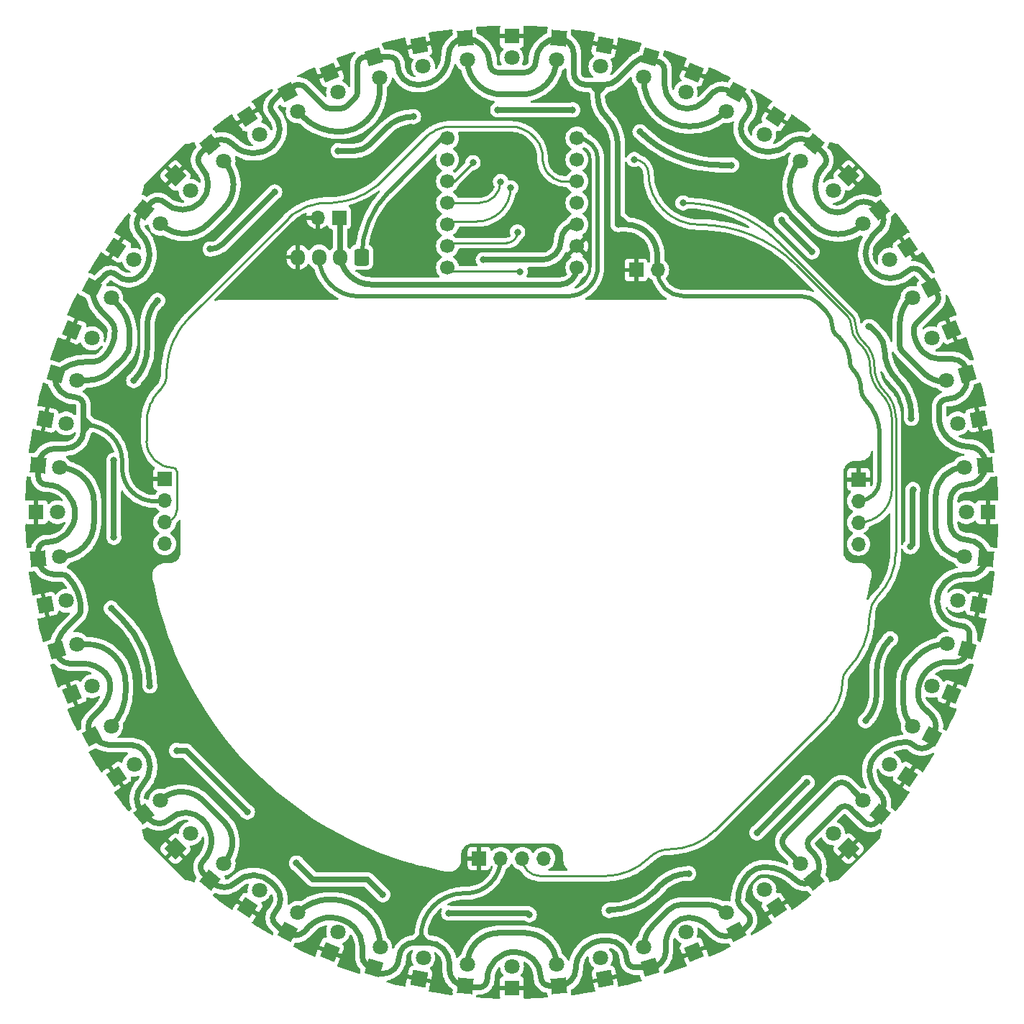
<source format=gbr>
%TF.GenerationSoftware,KiCad,Pcbnew,7.0.9*%
%TF.CreationDate,2025-05-05T21:09:00+09:00*%
%TF.ProjectId,LINE_Main,4c494e45-5f4d-4616-996e-2e6b69636164,rev?*%
%TF.SameCoordinates,Original*%
%TF.FileFunction,Copper,L2,Bot*%
%TF.FilePolarity,Positive*%
%FSLAX46Y46*%
G04 Gerber Fmt 4.6, Leading zero omitted, Abs format (unit mm)*
G04 Created by KiCad (PCBNEW 7.0.9) date 2025-05-05 21:09:00*
%MOMM*%
%LPD*%
G01*
G04 APERTURE LIST*
G04 Aperture macros list*
%AMRoundRect*
0 Rectangle with rounded corners*
0 $1 Rounding radius*
0 $2 $3 $4 $5 $6 $7 $8 $9 X,Y pos of 4 corners*
0 Add a 4 corners polygon primitive as box body*
4,1,4,$2,$3,$4,$5,$6,$7,$8,$9,$2,$3,0*
0 Add four circle primitives for the rounded corners*
1,1,$1+$1,$2,$3*
1,1,$1+$1,$4,$5*
1,1,$1+$1,$6,$7*
1,1,$1+$1,$8,$9*
0 Add four rect primitives between the rounded corners*
20,1,$1+$1,$2,$3,$4,$5,0*
20,1,$1+$1,$4,$5,$6,$7,0*
20,1,$1+$1,$6,$7,$8,$9,0*
20,1,$1+$1,$8,$9,$2,$3,0*%
%AMRotRect*
0 Rectangle, with rotation*
0 The origin of the aperture is its center*
0 $1 length*
0 $2 width*
0 $3 Rotation angle, in degrees counterclockwise*
0 Add horizontal line*
21,1,$1,$2,0,0,$3*%
G04 Aperture macros list end*
%TA.AperFunction,ComponentPad*%
%ADD10RotRect,1.800000X1.800000X112.500000*%
%TD*%
%TA.AperFunction,ComponentPad*%
%ADD11C,1.800000*%
%TD*%
%TA.AperFunction,ComponentPad*%
%ADD12RotRect,1.800000X1.800000X185.625000*%
%TD*%
%TA.AperFunction,ComponentPad*%
%ADD13RotRect,1.800000X1.800000X95.625000*%
%TD*%
%TA.AperFunction,ComponentPad*%
%ADD14RotRect,1.800000X1.800000X33.750000*%
%TD*%
%TA.AperFunction,ComponentPad*%
%ADD15RotRect,1.800000X1.800000X174.375000*%
%TD*%
%TA.AperFunction,ComponentPad*%
%ADD16RotRect,1.800000X1.800000X39.375000*%
%TD*%
%TA.AperFunction,ComponentPad*%
%ADD17RotRect,1.800000X1.800000X247.500000*%
%TD*%
%TA.AperFunction,ComponentPad*%
%ADD18RotRect,1.800000X1.800000X337.500000*%
%TD*%
%TA.AperFunction,ComponentPad*%
%ADD19RotRect,1.800000X1.800000X157.500000*%
%TD*%
%TA.AperFunction,ComponentPad*%
%ADD20RotRect,1.800000X1.800000X236.250000*%
%TD*%
%TA.AperFunction,ComponentPad*%
%ADD21RotRect,1.800000X1.800000X264.375000*%
%TD*%
%TA.AperFunction,ComponentPad*%
%ADD22RotRect,1.800000X1.800000X275.625000*%
%TD*%
%TA.AperFunction,ComponentPad*%
%ADD23RotRect,1.800000X1.800000X348.750000*%
%TD*%
%TA.AperFunction,ComponentPad*%
%ADD24RotRect,1.800000X1.800000X45.000000*%
%TD*%
%TA.AperFunction,ComponentPad*%
%ADD25RotRect,1.800000X1.800000X28.125000*%
%TD*%
%TA.AperFunction,ComponentPad*%
%ADD26RotRect,1.800000X1.800000X331.875000*%
%TD*%
%TA.AperFunction,ComponentPad*%
%ADD27RotRect,1.800000X1.800000X303.750000*%
%TD*%
%TA.AperFunction,ComponentPad*%
%ADD28RotRect,1.800000X1.800000X202.500000*%
%TD*%
%TA.AperFunction,ComponentPad*%
%ADD29RotRect,1.800000X1.800000X151.875000*%
%TD*%
%TA.AperFunction,ComponentPad*%
%ADD30RotRect,1.800000X1.800000X146.250000*%
%TD*%
%TA.AperFunction,ComponentPad*%
%ADD31R,1.800000X1.800000*%
%TD*%
%TA.AperFunction,ComponentPad*%
%ADD32RotRect,1.800000X1.800000X16.875000*%
%TD*%
%TA.AperFunction,ComponentPad*%
%ADD33RotRect,1.800000X1.800000X129.375000*%
%TD*%
%TA.AperFunction,ComponentPad*%
%ADD34RotRect,1.800000X1.800000X50.625000*%
%TD*%
%TA.AperFunction,ComponentPad*%
%ADD35RotRect,1.800000X1.800000X61.875000*%
%TD*%
%TA.AperFunction,ComponentPad*%
%ADD36RotRect,1.800000X1.800000X135.000000*%
%TD*%
%TA.AperFunction,ComponentPad*%
%ADD37RotRect,1.800000X1.800000X309.375000*%
%TD*%
%TA.AperFunction,ComponentPad*%
%ADD38RotRect,1.800000X1.800000X219.375000*%
%TD*%
%TA.AperFunction,ComponentPad*%
%ADD39RotRect,1.800000X1.800000X315.000000*%
%TD*%
%TA.AperFunction,ComponentPad*%
%ADD40RotRect,1.800000X1.800000X22.500000*%
%TD*%
%TA.AperFunction,ComponentPad*%
%ADD41RotRect,1.800000X1.800000X140.625000*%
%TD*%
%TA.AperFunction,ComponentPad*%
%ADD42RotRect,1.800000X1.800000X163.125000*%
%TD*%
%TA.AperFunction,ComponentPad*%
%ADD43RotRect,1.800000X1.800000X196.875000*%
%TD*%
%TA.AperFunction,ComponentPad*%
%ADD44RotRect,1.800000X1.800000X326.250000*%
%TD*%
%TA.AperFunction,ComponentPad*%
%ADD45RotRect,1.800000X1.800000X118.125000*%
%TD*%
%TA.AperFunction,ComponentPad*%
%ADD46RotRect,1.800000X1.800000X320.625000*%
%TD*%
%TA.AperFunction,ComponentPad*%
%ADD47RotRect,1.800000X1.800000X168.750000*%
%TD*%
%TA.AperFunction,ComponentPad*%
%ADD48RotRect,1.800000X1.800000X298.125000*%
%TD*%
%TA.AperFunction,ComponentPad*%
%ADD49RotRect,1.800000X1.800000X208.125000*%
%TD*%
%TA.AperFunction,ComponentPad*%
%ADD50RotRect,1.800000X1.800000X258.750000*%
%TD*%
%TA.AperFunction,ComponentPad*%
%ADD51RotRect,1.800000X1.800000X225.000000*%
%TD*%
%TA.AperFunction,ComponentPad*%
%ADD52RotRect,1.800000X1.800000X84.375000*%
%TD*%
%TA.AperFunction,ComponentPad*%
%ADD53RotRect,1.800000X1.800000X78.750000*%
%TD*%
%TA.AperFunction,ComponentPad*%
%ADD54RotRect,1.800000X1.800000X292.500000*%
%TD*%
%TA.AperFunction,ComponentPad*%
%ADD55RotRect,1.800000X1.800000X11.250000*%
%TD*%
%TA.AperFunction,ComponentPad*%
%ADD56RotRect,1.800000X1.800000X253.125000*%
%TD*%
%TA.AperFunction,ComponentPad*%
%ADD57RotRect,1.800000X1.800000X67.500000*%
%TD*%
%TA.AperFunction,ComponentPad*%
%ADD58RotRect,1.800000X1.800000X286.875000*%
%TD*%
%TA.AperFunction,ComponentPad*%
%ADD59RotRect,1.800000X1.800000X73.125000*%
%TD*%
%TA.AperFunction,ComponentPad*%
%ADD60RotRect,1.800000X1.800000X241.875000*%
%TD*%
%TA.AperFunction,ComponentPad*%
%ADD61RotRect,1.800000X1.800000X106.875000*%
%TD*%
%TA.AperFunction,ComponentPad*%
%ADD62RotRect,1.800000X1.800000X123.750000*%
%TD*%
%TA.AperFunction,ComponentPad*%
%ADD63RotRect,1.800000X1.800000X343.125000*%
%TD*%
%TA.AperFunction,ComponentPad*%
%ADD64RotRect,1.800000X1.800000X213.750000*%
%TD*%
%TA.AperFunction,ComponentPad*%
%ADD65RotRect,1.800000X1.800000X354.375000*%
%TD*%
%TA.AperFunction,ComponentPad*%
%ADD66RotRect,1.800000X1.800000X230.625000*%
%TD*%
%TA.AperFunction,ComponentPad*%
%ADD67RotRect,1.800000X1.800000X5.625000*%
%TD*%
%TA.AperFunction,ComponentPad*%
%ADD68RotRect,1.800000X1.800000X56.250000*%
%TD*%
%TA.AperFunction,ComponentPad*%
%ADD69RotRect,1.800000X1.800000X101.250000*%
%TD*%
%TA.AperFunction,ComponentPad*%
%ADD70RotRect,1.800000X1.800000X281.250000*%
%TD*%
%TA.AperFunction,ComponentPad*%
%ADD71RotRect,1.800000X1.800000X191.250000*%
%TD*%
%TA.AperFunction,ComponentPad*%
%ADD72R,1.700000X1.700000*%
%TD*%
%TA.AperFunction,ComponentPad*%
%ADD73O,1.700000X1.700000*%
%TD*%
%TA.AperFunction,ComponentPad*%
%ADD74C,1.700000*%
%TD*%
%TA.AperFunction,ComponentPad*%
%ADD75RoundRect,0.250000X0.600000X0.725000X-0.600000X0.725000X-0.600000X-0.725000X0.600000X-0.725000X0*%
%TD*%
%TA.AperFunction,ComponentPad*%
%ADD76O,1.700000X1.950000*%
%TD*%
%TA.AperFunction,ViaPad*%
%ADD77C,0.800000*%
%TD*%
%TA.AperFunction,Conductor*%
%ADD78C,0.700000*%
%TD*%
%TA.AperFunction,Conductor*%
%ADD79C,0.500000*%
%TD*%
%TA.AperFunction,Conductor*%
%ADD80C,0.250000*%
%TD*%
G04 APERTURE END LIST*
D10*
%TO.P,D15,1,K*%
%TO.N,GND*%
X198088710Y-146100036D03*
D11*
%TO.P,D15,2,A*%
%TO.N,Net-(D15-A)*%
X197116694Y-143753382D03*
%TD*%
D12*
%TO.P,Q9,1,C*%
%TO.N,+3.3V*%
X232403632Y-88831719D03*
D11*
%TO.P,Q9,2,E*%
%TO.N,Net-(Q10-E)*%
X229875863Y-89080683D03*
%TD*%
D13*
%TO.P,Q17,1,C*%
%TO.N,+3.3V*%
X182137478Y-150097874D03*
D11*
%TO.P,Q17,2,E*%
%TO.N,Net-(Q17-E)*%
X181888514Y-147570105D03*
%TD*%
D14*
%TO.P,D22,1,K*%
%TO.N,GND*%
X130048803Y-125470272D03*
D11*
%TO.P,D22,2,A*%
%TO.N,Net-(D22-A)*%
X132160736Y-124059124D03*
%TD*%
D15*
%TO.P,Q10,1,C*%
%TO.N,+3.3V*%
X232405098Y-99816837D03*
D11*
%TO.P,Q10,2,E*%
%TO.N,Net-(Q10-E)*%
X229877329Y-99567873D03*
%TD*%
D16*
%TO.P,Q22,1,C*%
%TO.N,+3.3V*%
X133325252Y-129886820D03*
D11*
%TO.P,Q22,2,E*%
%TO.N,Net-(Q21-E)*%
X135288699Y-128275461D03*
%TD*%
D17*
%TO.P,D3,1,K*%
%TO.N,GND*%
X198074893Y-42557680D03*
D11*
%TO.P,D3,2,A*%
%TO.N,Net-(D3-A)*%
X197102877Y-44904334D03*
%TD*%
D18*
%TO.P,D27,1,K*%
%TO.N,GND*%
X124863437Y-72894306D03*
D11*
%TO.P,D27,2,A*%
%TO.N,Net-(D27-A)*%
X127210091Y-73866322D03*
%TD*%
D19*
%TO.P,D11,1,K*%
%TO.N,GND*%
X228411517Y-115769135D03*
D11*
%TO.P,D11,2,A*%
%TO.N,Net-(D11-A)*%
X226064863Y-114797119D03*
%TD*%
D20*
%TO.P,D4,1,K*%
%TO.N,GND*%
X207763593Y-47734736D03*
D11*
%TO.P,D4,2,A*%
%TO.N,Net-(D4-A)*%
X206352445Y-49846669D03*
%TD*%
D21*
%TO.P,Q2,1,C*%
%TO.N,+3.3V*%
X182122595Y-38564099D03*
D11*
%TO.P,Q2,2,E*%
%TO.N,Net-(Q1-E)*%
X181873631Y-41091868D03*
%TD*%
D22*
%TO.P,Q1,1,C*%
%TO.N,+3.3V*%
X171137477Y-38565565D03*
D11*
%TO.P,Q1,2,E*%
%TO.N,Net-(Q1-E)*%
X171386441Y-41093334D03*
%TD*%
D23*
%TO.P,D26,1,K*%
%TO.N,GND*%
X121676029Y-83406834D03*
D11*
%TO.P,D26,2,A*%
%TO.N,Net-(D26-A)*%
X124167224Y-83902363D03*
%TD*%
D24*
%TO.P,D21,1,K*%
%TO.N,GND*%
X137018821Y-133960953D03*
D11*
%TO.P,D21,2,A*%
%TO.N,Net-(D21-A)*%
X138814872Y-132164902D03*
%TD*%
D25*
%TO.P,Q23,1,C*%
%TO.N,+3.3V*%
X127221028Y-120753843D03*
D11*
%TO.P,Q23,2,E*%
%TO.N,Net-(Q23-E)*%
X129461108Y-119556495D03*
%TD*%
D26*
%TO.P,Q28,1,C*%
%TO.N,+3.3V*%
X127213977Y-67922790D03*
D11*
%TO.P,Q28,2,E*%
%TO.N,Net-(Q27-E)*%
X129454057Y-69120138D03*
%TD*%
D27*
%TO.P,D30,1,K*%
%TO.N,GND*%
X145498925Y-47743047D03*
D11*
%TO.P,D30,2,A*%
%TO.N,Net-(D30-A)*%
X146910073Y-49854980D03*
%TD*%
D28*
%TO.P,D7,1,K*%
%TO.N,GND*%
X228405794Y-72880487D03*
D11*
%TO.P,D7,2,A*%
%TO.N,Net-(D7-A)*%
X226059140Y-73852503D03*
%TD*%
D29*
%TO.P,Q12,1,C*%
%TO.N,+3.3V*%
X226060977Y-120740651D03*
D11*
%TO.P,Q12,2,E*%
%TO.N,Net-(Q11-E)*%
X223820897Y-119543303D03*
%TD*%
D30*
%TO.P,D12,1,K*%
%TO.N,GND*%
X223234461Y-125457835D03*
D11*
%TO.P,D12,2,A*%
%TO.N,Net-(D12-A)*%
X221122528Y-124046687D03*
%TD*%
D31*
%TO.P,D1,1,K*%
%TO.N,GND*%
X176630000Y-38295000D03*
D11*
%TO.P,D1,2,A*%
%TO.N,Net-(D1-A)*%
X176630000Y-40835000D03*
%TD*%
D32*
%TO.P,Q24,1,C*%
%TO.N,+3.3V*%
X123015851Y-110605478D03*
D11*
%TO.P,Q24,2,E*%
%TO.N,Net-(Q23-E)*%
X125446479Y-109868155D03*
%TD*%
D33*
%TO.P,Q14,1,C*%
%TO.N,+3.3V*%
X212192576Y-137643945D03*
D11*
%TO.P,Q14,2,E*%
%TO.N,Net-(Q13-E)*%
X210581217Y-135680498D03*
%TD*%
D34*
%TO.P,Q21,1,C*%
%TO.N,+3.3V*%
X141093940Y-137653435D03*
D11*
%TO.P,Q21,2,E*%
%TO.N,Net-(Q21-E)*%
X142705299Y-135689988D03*
%TD*%
D35*
%TO.P,Q20,1,C*%
%TO.N,+3.3V*%
X150228546Y-143755220D03*
D11*
%TO.P,Q20,2,E*%
%TO.N,Net-(Q19-E)*%
X151425894Y-141515140D03*
%TD*%
D36*
%TO.P,D13,1,K*%
%TO.N,GND*%
X216266709Y-133950376D03*
D11*
%TO.P,D13,2,A*%
%TO.N,Net-(D13-A)*%
X214470658Y-132154325D03*
%TD*%
D37*
%TO.P,Q30,1,C*%
%TO.N,+3.3V*%
X141082378Y-51019492D03*
D11*
%TO.P,Q30,2,E*%
%TO.N,Net-(Q29-E)*%
X142693737Y-52982939D03*
%TD*%
D38*
%TO.P,Q6,1,C*%
%TO.N,+3.3V*%
X219949703Y-58776621D03*
D11*
%TO.P,Q6,2,E*%
%TO.N,Net-(Q5-E)*%
X217986256Y-60387980D03*
%TD*%
D39*
%TO.P,D29,1,K*%
%TO.N,GND*%
X137008244Y-54713065D03*
D11*
%TO.P,D29,2,A*%
%TO.N,Net-(D29-A)*%
X138804295Y-56509116D03*
%TD*%
D40*
%TO.P,D23,1,K*%
%TO.N,GND*%
X124869161Y-115782954D03*
D11*
%TO.P,D23,2,A*%
%TO.N,Net-(D23-A)*%
X127215815Y-114810938D03*
%TD*%
D41*
%TO.P,Q13,1,C*%
%TO.N,+3.3V*%
X219959191Y-129875257D03*
D11*
%TO.P,Q13,2,E*%
%TO.N,Net-(Q13-E)*%
X217995744Y-128263898D03*
%TD*%
D42*
%TO.P,Q11,1,C*%
%TO.N,+3.3V*%
X230263445Y-110591165D03*
D11*
%TO.P,Q11,2,E*%
%TO.N,Net-(Q11-E)*%
X227832817Y-109853842D03*
%TD*%
D31*
%TO.P,D9,1,K*%
%TO.N,GND*%
X232674197Y-94324242D03*
D11*
%TO.P,D9,2,A*%
%TO.N,Net-(D9-A)*%
X230134197Y-94324242D03*
%TD*%
D43*
%TO.P,Q8,1,C*%
%TO.N,+3.3V*%
X230259104Y-78057963D03*
D11*
%TO.P,Q8,2,E*%
%TO.N,Net-(Q7-E)*%
X227828476Y-78795286D03*
%TD*%
D31*
%TO.P,D17,1,K*%
%TO.N,GND*%
X176644955Y-150368439D03*
D11*
%TO.P,D17,2,A*%
%TO.N,Net-(D17-A)*%
X176644955Y-147828439D03*
%TD*%
D44*
%TO.P,D28,1,K*%
%TO.N,GND*%
X130040492Y-63205606D03*
D11*
%TO.P,D28,2,A*%
%TO.N,Net-(D28-A)*%
X132152425Y-64616754D03*
%TD*%
D45*
%TO.P,Q15,1,C*%
%TO.N,+3.3V*%
X203059599Y-143748169D03*
D11*
%TO.P,Q15,2,E*%
%TO.N,Net-(Q15-E)*%
X201862251Y-141508089D03*
%TD*%
D46*
%TO.P,Q29,1,C*%
%TO.N,+3.3V*%
X133315762Y-58788184D03*
D11*
%TO.P,Q29,2,E*%
%TO.N,Net-(Q29-E)*%
X135279209Y-60399543D03*
%TD*%
D47*
%TO.P,D10,1,K*%
%TO.N,GND*%
X231598926Y-105256607D03*
D11*
%TO.P,D10,2,A*%
%TO.N,Net-(D10-A)*%
X229107731Y-104761078D03*
%TD*%
D48*
%TO.P,Q31,1,C*%
%TO.N,+3.3V*%
X150215356Y-44915269D03*
D11*
%TO.P,Q31,2,E*%
%TO.N,Net-(Q31-E)*%
X151412704Y-47155349D03*
%TD*%
D49*
%TO.P,Q7,1,C*%
%TO.N,+3.3V*%
X226053927Y-67909598D03*
D11*
%TO.P,Q7,2,E*%
%TO.N,Net-(Q7-E)*%
X223813847Y-69106946D03*
%TD*%
D50*
%TO.P,D2,1,K*%
%TO.N,GND*%
X187562365Y-39370271D03*
D11*
%TO.P,D2,2,A*%
%TO.N,Net-(D2-A)*%
X187066836Y-41861466D03*
%TD*%
D51*
%TO.P,D5,1,K*%
%TO.N,GND*%
X216256134Y-54702488D03*
D11*
%TO.P,D5,2,A*%
%TO.N,Net-(D5-A)*%
X214460083Y-56498539D03*
%TD*%
D52*
%TO.P,Q18,1,C*%
%TO.N,+3.3V*%
X171152360Y-150099340D03*
D11*
%TO.P,Q18,2,E*%
%TO.N,Net-(Q17-E)*%
X171401324Y-147571571D03*
%TD*%
D53*
%TO.P,D18,1,K*%
%TO.N,GND*%
X165712590Y-149293168D03*
D11*
%TO.P,D18,2,A*%
%TO.N,Net-(D18-A)*%
X166208119Y-146801973D03*
%TD*%
D54*
%TO.P,D31,1,K*%
%TO.N,GND*%
X155186243Y-42563405D03*
D11*
%TO.P,D31,2,A*%
%TO.N,Net-(D31-A)*%
X156158259Y-44910059D03*
%TD*%
D55*
%TO.P,D24,1,K*%
%TO.N,GND*%
X121678947Y-105271277D03*
D11*
%TO.P,D24,2,A*%
%TO.N,Net-(D24-A)*%
X124170142Y-104775748D03*
%TD*%
D56*
%TO.P,Q3,1,C*%
%TO.N,+3.3V*%
X192896923Y-40705752D03*
D11*
%TO.P,Q3,2,E*%
%TO.N,Net-(Q3-E)*%
X192159600Y-43136380D03*
%TD*%
D57*
%TO.P,D19,1,K*%
%TO.N,GND*%
X155200062Y-146105760D03*
D11*
%TO.P,D19,2,A*%
%TO.N,Net-(D19-A)*%
X156172078Y-143759106D03*
%TD*%
D31*
%TO.P,D25,1,K*%
%TO.N,GND*%
X120600758Y-94339199D03*
D11*
%TO.P,D25,2,A*%
%TO.N,Net-(D25-A)*%
X123140758Y-94339199D03*
%TD*%
D58*
%TO.P,Q32,1,C*%
%TO.N,+3.3V*%
X160363722Y-40710093D03*
D11*
%TO.P,Q32,2,E*%
%TO.N,Net-(Q31-E)*%
X161101045Y-43140721D03*
%TD*%
D59*
%TO.P,Q19,1,C*%
%TO.N,+3.3V*%
X160378032Y-147957688D03*
D11*
%TO.P,Q19,2,E*%
%TO.N,Net-(Q19-E)*%
X161115355Y-145527060D03*
%TD*%
D60*
%TO.P,Q4,1,C*%
%TO.N,+3.3V*%
X203046409Y-44908220D03*
D11*
%TO.P,Q4,2,E*%
%TO.N,Net-(Q3-E)*%
X201849061Y-47148300D03*
%TD*%
D61*
%TO.P,Q16,1,C*%
%TO.N,+3.3V*%
X192911234Y-147953346D03*
D11*
%TO.P,Q16,2,E*%
%TO.N,Net-(Q15-E)*%
X192173911Y-145522718D03*
%TD*%
D62*
%TO.P,D14,1,K*%
%TO.N,GND*%
X207776028Y-140920394D03*
D11*
%TO.P,D14,2,A*%
%TO.N,Net-(D14-A)*%
X206364880Y-138808461D03*
%TD*%
D63*
%TO.P,Q27,1,C*%
%TO.N,+3.3V*%
X123011509Y-78072276D03*
D11*
%TO.P,Q27,2,E*%
%TO.N,Net-(Q27-E)*%
X125442137Y-78809599D03*
%TD*%
D64*
%TO.P,D6,1,K*%
%TO.N,GND*%
X223226152Y-63193169D03*
D11*
%TO.P,D6,2,A*%
%TO.N,Net-(D6-A)*%
X221114219Y-64604317D03*
%TD*%
D65*
%TO.P,Q26,1,C*%
%TO.N,+3.3V*%
X120869857Y-88846604D03*
D11*
%TO.P,Q26,2,E*%
%TO.N,Net-(Q25-E)*%
X123397626Y-89095568D03*
%TD*%
D66*
%TO.P,Q5,1,C*%
%TO.N,+3.3V*%
X212181015Y-51010006D03*
D11*
%TO.P,Q5,2,E*%
%TO.N,Net-(Q5-E)*%
X210569656Y-52973453D03*
%TD*%
D67*
%TO.P,Q25,1,C*%
%TO.N,+3.3V*%
X120871323Y-99831722D03*
D11*
%TO.P,Q25,2,E*%
%TO.N,Net-(Q25-E)*%
X123399092Y-99582758D03*
%TD*%
D68*
%TO.P,D20,1,K*%
%TO.N,GND*%
X145511362Y-140928705D03*
D11*
%TO.P,D20,2,A*%
%TO.N,Net-(D20-A)*%
X146922510Y-138816772D03*
%TD*%
D69*
%TO.P,D16,1,K*%
%TO.N,GND*%
X187577033Y-149290250D03*
D11*
%TO.P,D16,2,A*%
%TO.N,Net-(D16-A)*%
X187081504Y-146799055D03*
%TD*%
D70*
%TO.P,D32,1,K*%
%TO.N,GND*%
X165697920Y-39373191D03*
D11*
%TO.P,D32,2,A*%
%TO.N,Net-(D32-A)*%
X166193449Y-41864386D03*
%TD*%
D71*
%TO.P,D8,1,K*%
%TO.N,GND*%
X231596008Y-83392164D03*
D11*
%TO.P,D8,2,A*%
%TO.N,Net-(D8-A)*%
X229104813Y-83887693D03*
%TD*%
D72*
%TO.P,J4,1,Pin_1*%
%TO.N,GND*%
X217450000Y-90480000D03*
D73*
%TO.P,J4,2,Pin_2*%
%TO.N,+3.3V*%
X217450000Y-93020000D03*
%TO.P,J4,3,Pin_3*%
%TO.N,Sensor_Left*%
X217450000Y-95560000D03*
%TO.P,J4,4,Pin_4*%
%TO.N,+5V*%
X217450000Y-98100000D03*
%TD*%
D72*
%TO.P,C2,1*%
%TO.N,GND*%
X191260000Y-65830000D03*
D73*
%TO.P,C2,2*%
%TO.N,+3.3V*%
X193800000Y-65830000D03*
%TD*%
D72*
%TO.P,C1,1*%
%TO.N,+5V*%
X156330000Y-59660000D03*
D73*
%TO.P,C1,2*%
%TO.N,GND*%
X153790000Y-59660000D03*
%TD*%
D72*
%TO.P,J3,1,Pin_1*%
%TO.N,GND*%
X135760000Y-90430000D03*
D73*
%TO.P,J3,2,Pin_2*%
%TO.N,+3.3V*%
X135760000Y-92970000D03*
%TO.P,J3,3,Pin_3*%
%TO.N,Sensor_Right*%
X135760000Y-95510000D03*
%TO.P,J3,4,Pin_4*%
%TO.N,+5V*%
X135760000Y-98050000D03*
%TD*%
D74*
%TO.P,U2,1,DAC*%
%TO.N,Data_Line_sensor*%
X169060000Y-65550000D03*
%TO.P,U2,2*%
%TO.N,S0*%
X169060000Y-63010000D03*
%TO.P,U2,3*%
%TO.N,S1*%
X169060000Y-60470000D03*
%TO.P,U2,4*%
%TO.N,S3*%
X169060000Y-57930000D03*
%TO.P,U2,5,SDA*%
%TO.N,S4*%
X169060000Y-55390000D03*
%TO.P,U2,6,SCL*%
%TO.N,E*%
X169060000Y-52850000D03*
%TO.P,U2,7,TX*%
%TO.N,Line_TX*%
X169060000Y-50310000D03*
%TO.P,U2,8,RX*%
%TO.N,Line_RX*%
X184300000Y-50310000D03*
%TO.P,U2,9,SCK*%
%TO.N,Sensor_Left*%
X184300000Y-52850000D03*
%TO.P,U2,10,MISO*%
%TO.N,Sensor_Right*%
X184300000Y-55390000D03*
%TO.P,U2,11,MOSI*%
%TO.N,Sensor_Back*%
X184300000Y-57930000D03*
%TO.P,U2,12,3V3*%
%TO.N,+3.3V*%
X184300000Y-60470000D03*
%TO.P,U2,13,GND*%
%TO.N,GND*%
X184300000Y-63010000D03*
%TO.P,U2,14,5V*%
%TO.N,+5V*%
X184300000Y-65550000D03*
%TD*%
D75*
%TO.P,J1,1,Pin_1*%
%TO.N,Line_TX*%
X158950000Y-64310000D03*
D76*
%TO.P,J1,2,Pin_2*%
%TO.N,+5V*%
X156450000Y-64310000D03*
%TO.P,J1,3,Pin_3*%
%TO.N,Line_RX*%
X153950000Y-64310000D03*
%TO.P,J1,4,Pin_4*%
%TO.N,GND*%
X151450000Y-64310000D03*
%TD*%
D72*
%TO.P,J2,1,Pin_1*%
%TO.N,GND*%
X172790000Y-135100000D03*
D73*
%TO.P,J2,2,Pin_2*%
%TO.N,+3.3V*%
X175330000Y-135100000D03*
%TO.P,J2,3,Pin_3*%
%TO.N,Sensor_Back*%
X177870000Y-135100000D03*
%TO.P,J2,4,Pin_4*%
%TO.N,+5V*%
X180410000Y-135100000D03*
%TD*%
D77*
%TO.N,+5V*%
X211390000Y-126180000D03*
X218660092Y-72499908D03*
X174980000Y-46960000D03*
X129770000Y-88230000D03*
X221190000Y-109270000D03*
X223680000Y-83290000D03*
X165050000Y-47770000D03*
X132120000Y-78840000D03*
X169210000Y-141550000D03*
X129473736Y-105660000D03*
X129770000Y-97277451D03*
X211970000Y-63670000D03*
X151290000Y-135660000D03*
X161432527Y-139371712D03*
X205480000Y-132090000D03*
X208390000Y-59930000D03*
X202477678Y-53472322D03*
X197455000Y-136885000D03*
X148700000Y-56650000D03*
X178680000Y-141733938D03*
X188080000Y-141230000D03*
X137180000Y-122400000D03*
X223870000Y-91690000D03*
X141130000Y-63360000D03*
X218280000Y-118890000D03*
X145490000Y-129630000D03*
X183800000Y-46980000D03*
X223555685Y-98410263D03*
X191735000Y-49545000D03*
X156190000Y-51790000D03*
X134010000Y-114770000D03*
X134920000Y-69420000D03*
%TO.N,GND*%
X163810000Y-50150000D03*
X163140000Y-144050000D03*
X232590000Y-85560000D03*
X195410000Y-139350000D03*
X171070000Y-50010000D03*
X127140000Y-107670000D03*
X201600000Y-50980000D03*
X222150000Y-127710000D03*
X216030000Y-64390000D03*
X224840000Y-123660000D03*
X225150000Y-94290000D03*
X228090000Y-70620000D03*
X216950000Y-124540000D03*
X186790000Y-49120000D03*
X221790000Y-61060000D03*
X169640000Y-144030000D03*
X127100000Y-87780000D03*
X181880000Y-140830000D03*
X220040000Y-99550000D03*
X208130000Y-53540000D03*
X233060000Y-91600000D03*
X131080000Y-82070000D03*
X210820000Y-128570000D03*
X157520000Y-147240000D03*
X227610000Y-117830000D03*
X220230000Y-106280000D03*
X191010000Y-55480000D03*
X218580000Y-56070000D03*
X128480000Y-123350000D03*
X170250000Y-47280000D03*
X206340000Y-142590000D03*
X220720000Y-68900000D03*
X129440000Y-100630000D03*
X123610000Y-113790000D03*
X178990000Y-62880000D03*
X196870000Y-63420000D03*
X177980000Y-51130000D03*
X146940000Y-142570000D03*
X145570000Y-134830000D03*
X225450000Y-81050000D03*
X120780000Y-102750000D03*
X226570000Y-101000000D03*
X120130000Y-96630000D03*
X131820000Y-119890000D03*
X152980000Y-145210000D03*
X200290000Y-145560000D03*
X185440000Y-150080000D03*
X168150000Y-150070000D03*
X138070000Y-136230000D03*
X197370000Y-55960000D03*
X136140000Y-124910000D03*
X143330000Y-139960000D03*
X176700000Y-139200000D03*
X189890000Y-149310000D03*
X176670000Y-54100000D03*
X229590000Y-113520000D03*
X150160000Y-57720000D03*
X189490000Y-138520000D03*
X147730000Y-131640000D03*
X152740000Y-54080000D03*
X125780000Y-101070000D03*
X125280000Y-118350000D03*
X178960000Y-150760000D03*
X206930000Y-134500000D03*
X225850000Y-107650000D03*
X201630000Y-139260000D03*
X182190000Y-48480000D03*
X214360000Y-136630000D03*
X163630000Y-57670000D03*
X232380000Y-103060000D03*
X229650000Y-74820000D03*
X158080000Y-139040000D03*
X151130000Y-138190000D03*
X221560000Y-112880000D03*
X208470000Y-67370000D03*
X120080000Y-91730000D03*
X196180000Y-147310000D03*
X133560000Y-90810000D03*
X170810000Y-52040000D03*
X190270000Y-143840000D03*
X139150000Y-65630000D03*
X220030000Y-95960000D03*
X158890000Y-58510000D03*
X135200000Y-132600000D03*
X193930000Y-52860000D03*
X132340000Y-112690000D03*
X215250000Y-52400000D03*
X217380000Y-70240000D03*
X147150000Y-65520000D03*
X227170000Y-87510000D03*
X174600000Y-150860000D03*
X121820000Y-107780000D03*
X181980000Y-138540000D03*
X190100000Y-45490000D03*
X120610000Y-85740000D03*
X209900000Y-140060000D03*
X144160000Y-63510000D03*
X121890000Y-80820000D03*
X231630000Y-107440000D03*
X223510000Y-88040000D03*
X219920000Y-119900000D03*
X180470000Y-66120000D03*
X231580000Y-80790000D03*
X216660000Y-131520000D03*
X204840000Y-57050000D03*
X183340000Y-144310000D03*
X133790000Y-107870000D03*
X232690000Y-96560000D03*
X158840000Y-55510000D03*
X142360000Y-128560000D03*
X133510000Y-97060000D03*
X130960000Y-127650000D03*
X175780000Y-60330000D03*
X196910000Y-67210000D03*
X214050000Y-123120000D03*
%TO.N,+3.3V*%
X189170000Y-60450000D03*
X173280000Y-64620000D03*
%TO.N,Sensor_Back*%
X196790000Y-57930000D03*
%TO.N,Sensor_Left*%
X191040000Y-52820000D03*
%TO.N,Data_Line_sensor*%
X177610000Y-66000000D03*
%TO.N,S0*%
X177310000Y-61360000D03*
%TO.N,S1*%
X176490000Y-56150000D03*
%TO.N,S4*%
X172060000Y-53190000D03*
%TO.N,S3*%
X175310000Y-55420000D03*
%TD*%
D78*
%TO.N,+5V*%
X148700000Y-56650000D02*
X142598078Y-62751922D01*
X137180000Y-122400000D02*
X138260000Y-122400000D01*
X183800000Y-46980000D02*
X175000000Y-46980000D01*
X153200000Y-137570000D02*
X151290000Y-135660000D01*
X165050000Y-47770000D02*
X165050000Y-47750000D01*
X223800000Y-98165948D02*
X223800000Y-91760000D01*
X188130000Y-141180000D02*
X188080000Y-141230000D01*
X208390000Y-60090000D02*
X211970000Y-63670000D01*
X156380000Y-63785704D02*
X156380000Y-60340000D01*
X182310000Y-67540000D02*
X160134296Y-67540000D01*
X205480000Y-132090000D02*
X211390000Y-126180000D01*
X138260000Y-122400000D02*
X145490000Y-129630000D01*
X159900542Y-51039458D02*
X161840693Y-49099307D01*
X194126179Y-138263821D02*
X193387847Y-139002153D01*
X223555685Y-98410263D02*
X223800000Y-98165948D01*
X175000000Y-46980000D02*
X174980000Y-46960000D01*
X219580000Y-113156867D02*
X219580000Y-115751503D01*
X218839908Y-72499908D02*
X219736356Y-73396356D01*
X169210000Y-141550000D02*
X178496062Y-141550000D01*
X223800000Y-91760000D02*
X223870000Y-91690000D01*
X159630815Y-137570000D02*
X153200000Y-137570000D01*
X129770000Y-88230000D02*
X129770000Y-97277451D01*
X129473736Y-105660000D02*
X130775897Y-106962161D01*
X156380000Y-60340000D02*
X156330000Y-60290000D01*
X133710000Y-75001527D02*
X133710000Y-72341235D01*
X201216323Y-53472322D02*
X202477678Y-53472322D01*
X161432527Y-139371712D02*
X159630815Y-137570000D01*
X223680000Y-82917084D02*
X223680000Y-83290000D01*
X208390000Y-59930000D02*
X208390000Y-60090000D01*
X218660092Y-72499908D02*
X218839908Y-72499908D01*
X178496062Y-141550000D02*
X178680000Y-141733938D01*
X156190000Y-51790000D02*
X158088573Y-51790000D01*
X191734993Y-49545007D02*
G75*
G03*
X201216323Y-53472322I9481307J9481207D01*
G01*
X132119988Y-78839988D02*
G75*
G03*
X133710000Y-75001527I-3838288J3838488D01*
G01*
X165050000Y-47770006D02*
G75*
G03*
X161840693Y-49099307I-100J-4538494D01*
G01*
X221190025Y-109270025D02*
G75*
G03*
X219580000Y-113156867I3886775J-3886875D01*
G01*
X218279993Y-118889993D02*
G75*
G03*
X219580000Y-115751503I-3138493J3138493D01*
G01*
X223680018Y-82917084D02*
G75*
G03*
X221942522Y-78722524I-5931918J-16D01*
G01*
X182310000Y-67540000D02*
G75*
G03*
X184300000Y-65550000I0J1990000D01*
G01*
X158088573Y-51789984D02*
G75*
G03*
X159900542Y-51039458I27J2562484D01*
G01*
X141130000Y-63360036D02*
G75*
G03*
X142598078Y-62751922I0J2076136D01*
G01*
X188130000Y-141179981D02*
G75*
G03*
X193387847Y-139002153I100J7435581D01*
G01*
X220530020Y-75312381D02*
G75*
G03*
X221942523Y-78722523I4822680J-19D01*
G01*
X197455000Y-136885037D02*
G75*
G03*
X194126179Y-138263821I-100J-4707563D01*
G01*
X134010022Y-114770000D02*
G75*
G03*
X130775897Y-106962161I-11041922J0D01*
G01*
X220530003Y-75312381D02*
G75*
G03*
X219736355Y-73396357I-2709703J-19D01*
G01*
X134919980Y-69419980D02*
G75*
G03*
X133710000Y-72341235I2921320J-2921220D01*
G01*
X156380000Y-63785704D02*
G75*
G03*
X160134296Y-67540000I3754300J4D01*
G01*
D79*
%TO.N,Line_TX*%
X169060000Y-50310000D02*
X168450000Y-50310000D01*
X168450000Y-50310000D02*
X162131931Y-56628069D01*
X162131914Y-56628052D02*
G75*
G03*
X158950000Y-64310000I7681886J-7681848D01*
G01*
%TO.N,Line_RX*%
X186760000Y-65362616D02*
X186760000Y-52769999D01*
X158559999Y-68920000D02*
X183202616Y-68920000D01*
X183202616Y-68920000D02*
G75*
G03*
X186760000Y-65362616I-16J3557400D01*
G01*
X153950000Y-64310000D02*
G75*
G03*
X158559999Y-68920000I4610000J0D01*
G01*
X186760000Y-52769999D02*
G75*
G03*
X184300000Y-50310000I-2460000J-1D01*
G01*
%TO.N,+3.3V*%
X210709180Y-68910000D02*
X196839996Y-68910000D01*
D78*
X126207224Y-83290000D02*
X126207224Y-84300000D01*
X169300000Y-147559999D02*
X169300000Y-148246981D01*
X193760000Y-64149994D02*
X193760000Y-65830000D01*
X186750000Y-44750000D02*
X186750000Y-44010000D01*
X226060977Y-120740651D02*
X226060977Y-121669023D01*
X186750000Y-44750000D02*
X186870000Y-44750000D01*
X226560057Y-69829943D02*
X224242882Y-72147118D01*
X165150000Y-145010000D02*
X166240000Y-145010000D01*
X219803274Y-127293274D02*
X219959193Y-127449193D01*
X171152360Y-150099340D02*
X171373020Y-150320000D01*
X189100000Y-59930000D02*
X189100000Y-59450000D01*
X189100000Y-59450000D02*
X189100000Y-59490000D01*
X125210000Y-94460146D02*
X125210000Y-94531329D01*
D79*
X215243877Y-73863877D02*
X214682893Y-73302893D01*
D78*
X126900000Y-84027224D02*
X126207224Y-84720000D01*
X219572107Y-130847893D02*
X219959191Y-130460809D01*
X189100000Y-59930000D02*
X189590000Y-60420000D01*
X149685220Y-143755220D02*
X148767113Y-142837113D01*
X126207224Y-84300000D02*
X126207224Y-84720000D01*
X155194214Y-46800000D02*
X156515786Y-46800000D01*
X185290000Y-44010000D02*
X186010000Y-44010000D01*
X227933758Y-111990000D02*
X228864598Y-111990000D01*
X125597123Y-106532877D02*
X124070387Y-108059613D01*
X149537912Y-44915269D02*
X148444210Y-46008971D01*
X194600000Y-42250000D02*
X194600000Y-43948694D01*
X219949737Y-60990263D02*
X219108355Y-61831645D01*
X140272398Y-136831893D02*
X141093940Y-137653435D01*
X204411517Y-141611517D02*
X203562912Y-140762912D01*
X193441171Y-41250000D02*
X193600000Y-41250000D01*
X122689590Y-101650000D02*
X123605828Y-101650000D01*
X126207224Y-81810053D02*
X126207224Y-83290000D01*
X159020000Y-146599659D02*
X159020000Y-145468729D01*
D79*
X165930000Y-144290000D02*
X165870000Y-144290000D01*
X171009998Y-139210000D02*
X171220000Y-139210000D01*
D78*
X189200000Y-60480000D02*
X189170000Y-60450000D01*
X128701275Y-66435492D02*
X127213977Y-67922790D01*
D79*
X130760000Y-89185447D02*
X130760000Y-88372778D01*
D78*
X202368220Y-44908220D02*
X203046409Y-44908220D01*
X183920000Y-40361504D02*
X183920000Y-42640002D01*
X189100000Y-60480000D02*
X189100000Y-59930000D01*
X199863708Y-143113708D02*
X200498170Y-143748170D01*
X166240000Y-145010000D02*
X166750000Y-145010000D01*
D79*
X165930000Y-144700000D02*
X165930000Y-144290000D01*
D78*
X226053927Y-67909598D02*
X226560058Y-68415730D01*
X230511941Y-101710000D02*
X229832911Y-101710000D01*
X203688650Y-143748169D02*
X204480790Y-142956029D01*
D79*
X135760000Y-92970000D02*
X135660000Y-93070000D01*
D78*
X133315762Y-58788184D02*
X134264866Y-57839080D01*
X228240000Y-92995359D02*
X228240000Y-95651749D01*
X176940006Y-146120000D02*
X177072129Y-146120000D01*
X230259104Y-78057963D02*
X230259104Y-78680903D01*
X181049976Y-150097874D02*
X182137478Y-150097874D01*
D79*
X165870000Y-144290000D02*
X165150000Y-145010000D01*
D78*
X211747107Y-132662893D02*
X215152893Y-129257107D01*
X126900000Y-83982776D02*
X126207224Y-83290000D01*
X230540000Y-108709995D02*
X230540000Y-110314610D01*
X131907995Y-121790000D02*
X129722517Y-121790000D01*
X173300000Y-64640000D02*
X180129999Y-64640000D01*
X186010000Y-44010000D02*
X186750000Y-44750000D01*
X192896923Y-40705752D02*
X193441171Y-41250000D01*
X203046409Y-44908220D02*
X203678220Y-44908220D01*
X189140000Y-60480000D02*
X189100000Y-60480000D01*
X204175912Y-50615912D02*
X204570009Y-51010009D01*
X216567107Y-129257107D02*
X218157893Y-130847893D01*
X150228546Y-143755220D02*
X149685220Y-143755220D01*
X173280000Y-64620000D02*
X173300000Y-64640000D01*
X161080344Y-148660000D02*
X161500003Y-148660000D01*
X152262420Y-44282420D02*
X154487107Y-46507107D01*
X133315762Y-58788184D02*
X132954513Y-59149433D01*
X213368397Y-53611603D02*
X213301574Y-53678426D01*
D79*
X135660000Y-93070000D02*
X134644553Y-93070000D01*
D78*
X226991159Y-76300000D02*
X228501137Y-76300000D01*
X189170000Y-60450000D02*
X189140000Y-60480000D01*
X186870000Y-44750000D02*
X187610000Y-44010000D01*
X127239507Y-76650000D02*
X126445209Y-76650000D01*
X226910000Y-82029989D02*
X226910000Y-83098643D01*
X219554652Y-58381570D02*
X219949703Y-58776621D01*
X124077224Y-86850000D02*
X122866458Y-86850000D01*
X224470000Y-115940494D02*
X224470000Y-115559535D01*
X157222893Y-46507107D02*
X158167107Y-45562893D01*
X126900000Y-83982776D02*
X126900000Y-84027224D01*
X133325252Y-129886820D02*
X133128725Y-129690293D01*
X187451614Y-144780000D02*
X187996709Y-144780000D01*
X148767120Y-138397120D02*
X148302465Y-137932465D01*
X203270000Y-140055786D02*
X203270000Y-140004217D01*
D79*
X219940000Y-90529996D02*
X219940000Y-85201302D01*
X166030000Y-144290000D02*
X166750000Y-145010000D01*
D78*
X141372969Y-137932464D02*
X141093940Y-137653435D01*
X143886514Y-51136514D02*
X143769487Y-51019487D01*
X160363722Y-40710093D02*
X162189991Y-40710093D01*
X203678220Y-44908220D02*
X204175904Y-45405916D01*
X194740000Y-146124580D02*
X194740000Y-145358453D01*
X199322856Y-45977143D02*
X200391784Y-44908215D01*
X189590000Y-60480000D02*
X189200000Y-60480000D01*
X185290000Y-44010000D02*
X187610000Y-44010000D01*
X174030000Y-41458089D02*
X174030000Y-41570000D01*
X189100000Y-59450000D02*
X189100000Y-51096210D01*
X124560376Y-112150000D02*
X126051619Y-112150000D01*
X160378032Y-147957688D02*
X161080344Y-148660000D01*
X128409759Y-70809759D02*
X129374765Y-71774765D01*
D79*
X213565679Y-70605679D02*
X212690823Y-69730823D01*
D78*
X203059599Y-143748169D02*
X203688650Y-143748169D01*
X219959191Y-130460809D02*
X219959191Y-129875257D01*
X212192582Y-134522582D02*
X211747107Y-134077107D01*
X123011509Y-78072276D02*
X122800000Y-78283785D01*
X125890000Y-105750327D02*
X125890000Y-105825786D01*
X232403632Y-88592267D02*
X232403632Y-88831719D01*
X133325252Y-129886820D02*
X133950250Y-130511818D01*
X126207224Y-84300000D02*
X126447224Y-84060000D01*
X189590000Y-60420000D02*
X189590000Y-60480000D01*
X152894977Y-143025023D02*
X152164781Y-143755219D01*
X224645928Y-65869332D02*
X226053927Y-67277331D01*
X165499911Y-44020000D02*
X165683034Y-44020000D01*
X226720000Y-104822911D02*
X226720000Y-104890008D01*
X226060977Y-121669023D02*
X226027101Y-121702899D01*
X189100000Y-59490000D02*
X190090000Y-60480000D01*
X150215356Y-44915269D02*
X150848207Y-44282419D01*
D79*
X166240000Y-145010000D02*
X165930000Y-144700000D01*
D78*
X175030009Y-42570000D02*
X178116688Y-42570000D01*
X159460000Y-40710093D02*
X160363722Y-40710093D01*
X158460000Y-44855786D02*
X158460000Y-41710093D01*
X226060980Y-118290980D02*
X225007052Y-117237052D01*
X188992743Y-43437257D02*
X190895058Y-41534942D01*
X150215356Y-44915269D02*
X149537912Y-44915269D01*
X120871323Y-98869966D02*
X120871323Y-99831722D01*
X212181015Y-51010006D02*
X213368409Y-52197401D01*
X140171807Y-130511808D02*
X140272367Y-130612368D01*
X141082378Y-51019492D02*
X140010780Y-52091097D01*
X190090000Y-60480000D02*
X189590000Y-60480000D01*
X230540000Y-110314610D02*
X230263445Y-110591165D01*
X122800000Y-78283785D02*
X122800000Y-78402776D01*
X226053927Y-67277331D02*
X226053927Y-67909598D01*
X184170000Y-148065350D02*
X184170000Y-148061614D01*
X120869857Y-88846604D02*
X120869857Y-90119959D01*
X191170048Y-147953346D02*
X192911234Y-147953346D01*
X186750000Y-45422799D02*
X186750000Y-44750000D01*
X126447224Y-84060000D02*
X126900000Y-84060000D01*
X128189079Y-117540922D02*
X127221058Y-118508943D01*
X126900000Y-84060000D02*
X126900000Y-83982776D01*
D79*
X165870000Y-144290000D02*
X166030000Y-144290000D01*
D78*
X171373020Y-150320000D02*
X172740000Y-150320000D01*
D79*
X216449977Y-76775786D02*
G75*
G03*
X215243876Y-73863878I-4117977J86D01*
G01*
X171009998Y-139210000D02*
G75*
G03*
X165930000Y-144290000I2J-5080000D01*
G01*
D78*
X183920001Y-40361504D02*
G75*
G03*
X182122595Y-38564099I-1797401J4D01*
G01*
X232405100Y-99816837D02*
G75*
G03*
X230188257Y-97600000I-2216800J37D01*
G01*
X154487100Y-46507114D02*
G75*
G03*
X155194214Y-46800000I707100J707114D01*
G01*
X226910000Y-83098643D02*
G75*
G03*
X230431357Y-86620000I3521400J43D01*
G01*
X186749989Y-45422799D02*
G75*
G03*
X187737964Y-47807964I3373111J-1D01*
G01*
X127221050Y-118508935D02*
G75*
G03*
X127221028Y-120753843I1122450J-1122465D01*
G01*
X212192615Y-137643984D02*
G75*
G03*
X212192582Y-134522582I-1560715J1560684D01*
G01*
X190169954Y-146953346D02*
G75*
G03*
X191170048Y-147953346I1000046J46D01*
G01*
X134040024Y-124301258D02*
G75*
G03*
X133225890Y-122335890I-2779424J-42D01*
G01*
X223812894Y-121702892D02*
G75*
G03*
X226027100Y-121702898I1107106J1107092D01*
G01*
X180129999Y-64640000D02*
G75*
G03*
X182430000Y-62339999I1J2300000D01*
G01*
X133950234Y-130511834D02*
G75*
G03*
X136308193Y-130511807I1178966J1178934D01*
G01*
X127239507Y-76650016D02*
G75*
G03*
X128623360Y-76076696I-7J1956816D01*
G01*
X140272312Y-135417593D02*
G75*
G03*
X140272398Y-136831893I707188J-707107D01*
G01*
D79*
X212690840Y-69730806D02*
G75*
G03*
X210709180Y-68910000I-1981640J-1981694D01*
G01*
D78*
X158101610Y-143251624D02*
G75*
G03*
X155224799Y-142060000I-2876810J-2876776D01*
G01*
X190170000Y-146953346D02*
G75*
G03*
X187996709Y-144780000I-2173300J46D01*
G01*
X159019982Y-145468729D02*
G75*
G03*
X158101617Y-143251617I-3135382J29D01*
G01*
X232403700Y-88592267D02*
G75*
G03*
X230431357Y-86620000I-1972300J-33D01*
G01*
X219554610Y-58381612D02*
G75*
G03*
X216608425Y-58381577I-1473110J-1473088D01*
G01*
X230511941Y-101709998D02*
G75*
G03*
X232405098Y-99816837I-41J1893198D01*
G01*
D79*
X214390010Y-72595786D02*
G75*
G03*
X214682893Y-73302893I999990J-14D01*
G01*
D78*
X227910000Y-81030004D02*
G75*
G03*
X230259104Y-78680903I0J2349104D01*
G01*
X171137477Y-38565600D02*
G75*
G03*
X169170000Y-40533038I-77J-1967400D01*
G01*
X120871300Y-99831722D02*
G75*
G03*
X122689590Y-101650000I1818300J22D01*
G01*
X192911234Y-147953400D02*
G75*
G03*
X194740000Y-146124580I-34J1828800D01*
G01*
X120869900Y-90119959D02*
G75*
G03*
X121869857Y-91120000I1000000J-41D01*
G01*
X178116688Y-42570000D02*
G75*
G03*
X179450000Y-41236691I12J1333300D01*
G01*
X187451614Y-144780000D02*
G75*
G03*
X184170000Y-148061614I-14J-3281600D01*
G01*
X223812920Y-121702866D02*
G75*
G03*
X223105761Y-121410000I-707120J-707234D01*
G01*
X182122595Y-38564100D02*
G75*
G03*
X179450000Y-41236691I5J-2672600D01*
G01*
X126445209Y-76650005D02*
G75*
G03*
X123011510Y-78072277I-9J-4855995D01*
G01*
X230259100Y-78057963D02*
G75*
G03*
X228501137Y-76300000I-1758000J-37D01*
G01*
X127213978Y-67922790D02*
G75*
G03*
X128409759Y-70809759I4082622J-110D01*
G01*
X148767107Y-141422893D02*
G75*
G03*
X148767120Y-138397120I-1512907J1512893D01*
G01*
X130115491Y-66435490D02*
G75*
G03*
X132954514Y-66435485I1419509J1419490D01*
G01*
X140010823Y-52091140D02*
G75*
G03*
X140010821Y-53640859I774777J-774860D01*
G01*
X228864598Y-111990045D02*
G75*
G03*
X230263445Y-110591165I2J1398845D01*
G01*
X148302465Y-137932465D02*
G75*
G03*
X144147535Y-137932464I-2077465J-2077435D01*
G01*
X195498923Y-46118975D02*
G75*
G03*
X197239736Y-46840000I1740777J1740875D01*
G01*
X218739985Y-124726267D02*
G75*
G03*
X219803274Y-127293274I3630215J-33D01*
G01*
X223949962Y-72854214D02*
G75*
G03*
X225043084Y-75493082I3732038J114D01*
G01*
D79*
X217757975Y-79933442D02*
G75*
G03*
X218227905Y-81067905I1604425J42D01*
G01*
D78*
X148767107Y-141422893D02*
G75*
G03*
X148767113Y-142837113I707093J-707107D01*
G01*
X165150000Y-145010000D02*
G75*
G03*
X163340000Y-146820003I0J-1810000D01*
G01*
X159460000Y-40710100D02*
G75*
G03*
X158460000Y-41710093I0J-1000000D01*
G01*
X219959167Y-129875233D02*
G75*
G03*
X219959193Y-127449193I-1212967J1213033D01*
G01*
X211747107Y-132662893D02*
G75*
G03*
X211747107Y-134077107I707093J-707107D01*
G01*
X224470002Y-115940494D02*
G75*
G03*
X225007052Y-117237052I1833598J-6D01*
G01*
X125889976Y-105750327D02*
G75*
G03*
X124312892Y-101942894I-5384476J27D01*
G01*
X182137478Y-150097900D02*
G75*
G03*
X184170000Y-148065350I22J2032500D01*
G01*
X150228583Y-143755183D02*
G75*
G03*
X152164781Y-143755219I968117J968083D01*
G01*
X204175910Y-47744090D02*
G75*
G03*
X204175912Y-50615912I1435890J-1435910D01*
G01*
X194600004Y-43948694D02*
G75*
G03*
X195498950Y-46118948I3069196J-6D01*
G01*
X163190007Y-41710093D02*
G75*
G03*
X162189991Y-40710093I-1000007J-7D01*
G01*
X172740000Y-150320000D02*
G75*
G03*
X173740000Y-149320000I0J1000000D01*
G01*
X228240000Y-95651749D02*
G75*
G03*
X230188257Y-97600000I1948300J49D01*
G01*
D79*
X130760000Y-88372778D02*
G75*
G03*
X126447224Y-84060000I-4312800J-22D01*
G01*
D78*
X226060963Y-120740637D02*
G75*
G03*
X226060980Y-118290980I-1224863J1224837D01*
G01*
X156515786Y-46799990D02*
G75*
G03*
X157222893Y-46507107I14J999990D01*
G01*
X204570009Y-51010009D02*
G75*
G03*
X209069993Y-51010008I2249991J2250009D01*
G01*
X230540000Y-108709995D02*
G75*
G03*
X229540000Y-107710000I-1000000J-5D01*
G01*
X128189100Y-117540943D02*
G75*
G03*
X129360000Y-114714068I-2826900J2826843D01*
G01*
X140010900Y-57839062D02*
G75*
G03*
X140010821Y-53640859I-2099000J2099062D01*
G01*
X140272359Y-135417640D02*
G75*
G03*
X140272367Y-130612368I-2402659J2402640D01*
G01*
X169300000Y-147559999D02*
G75*
G03*
X166750000Y-145010000I-2550000J-1D01*
G01*
X161500003Y-148660000D02*
G75*
G03*
X163340000Y-146820003I-3J1840000D01*
G01*
X129890040Y-73018641D02*
G75*
G03*
X129374765Y-71774765I-1759140J-59D01*
G01*
X204175904Y-47744084D02*
G75*
G03*
X204175904Y-45405916I-1169104J1169084D01*
G01*
X122866458Y-86849957D02*
G75*
G03*
X120869857Y-88846604I42J-1996643D01*
G01*
X210063962Y-137643951D02*
G75*
G03*
X206384881Y-136120000I-3679062J-3678949D01*
G01*
X124077224Y-86850024D02*
G75*
G03*
X126207224Y-84720000I-24J2130024D01*
G01*
X180050000Y-149097874D02*
G75*
G03*
X177072129Y-146120000I-2977900J-26D01*
G01*
X224242875Y-72147111D02*
G75*
G03*
X223950000Y-72854214I707125J-707089D01*
G01*
X143886514Y-51136514D02*
G75*
G03*
X148513485Y-51136515I2313486J2313514D01*
G01*
X176940006Y-146120000D02*
G75*
G03*
X173740000Y-149320000I-6J-3200000D01*
G01*
X122800000Y-78402776D02*
G75*
G03*
X125207224Y-80810000I2407200J-24D01*
G01*
X225043104Y-75493062D02*
G75*
G03*
X226991159Y-76300000I1948096J1948062D01*
G01*
X129360011Y-114714068D02*
G75*
G03*
X128763162Y-113273163I-2037811J-32D01*
G01*
X121871323Y-97870000D02*
G75*
G03*
X125210000Y-94531329I-23J3338700D01*
G01*
X123015900Y-110605478D02*
G75*
G03*
X124560376Y-112150000I1544500J-22D01*
G01*
X128623348Y-76076684D02*
G75*
G03*
X129890000Y-73018641I-3058248J3058084D01*
G01*
X213301574Y-58381574D02*
G75*
G03*
X216608424Y-58381576I1653426J1653374D01*
G01*
X226720000Y-104890008D02*
G75*
G03*
X229540000Y-107710000I2820000J8D01*
G01*
D79*
X193760000Y-65830000D02*
G75*
G03*
X196839996Y-68910000I3080000J0D01*
G01*
X216450010Y-76775786D02*
G75*
G03*
X216742893Y-77482893I999990J-14D01*
G01*
D78*
X124312879Y-101942907D02*
G75*
G03*
X123605828Y-101650000I-707079J-706993D01*
G01*
X193760000Y-64149994D02*
G75*
G03*
X190090000Y-60480000I-3670000J-6D01*
G01*
X192896923Y-40705757D02*
G75*
G03*
X190895058Y-41534942I-23J-2831043D01*
G01*
X197368189Y-142079987D02*
G75*
G03*
X195834921Y-142715079I11J-2168413D01*
G01*
X187610000Y-44010003D02*
G75*
G03*
X188992742Y-43437256I0J1955503D01*
G01*
X229832911Y-101710000D02*
G75*
G03*
X226720000Y-104822911I-11J-3112900D01*
G01*
X128763155Y-113273170D02*
G75*
G03*
X126051619Y-112150000I-2711555J-2711530D01*
G01*
X213368401Y-53611607D02*
G75*
G03*
X213368409Y-52197401I-707101J707107D01*
G01*
X135679079Y-57839081D02*
G75*
G03*
X134264867Y-57839081I-707106J-707104D01*
G01*
X121871323Y-97870023D02*
G75*
G03*
X120871323Y-98869966I-23J-999977D01*
G01*
X227910000Y-81030000D02*
G75*
G03*
X226910000Y-82029989I0J-1000000D01*
G01*
X132954514Y-66435485D02*
G75*
G03*
X132954520Y-61564520I-2435514J2435485D01*
G01*
X200498186Y-143748154D02*
G75*
G03*
X203059599Y-143748169I1280714J1280654D01*
G01*
X206384881Y-136120031D02*
G75*
G03*
X204566969Y-136873031I19J-2570969D01*
G01*
X174030000Y-41570000D02*
G75*
G03*
X175030009Y-42570000I1000000J0D01*
G01*
X159020012Y-146599659D02*
G75*
G03*
X160378032Y-147957688I1357988J-41D01*
G01*
X202368220Y-44908220D02*
G75*
G03*
X200391784Y-44908215I-988220J-988180D01*
G01*
X158167114Y-45562900D02*
G75*
G03*
X158460000Y-44855786I-707114J707100D01*
G01*
X125210000Y-94460146D02*
G75*
G03*
X121869857Y-91120000I-3340100J46D01*
G01*
X223105761Y-121409985D02*
G75*
G03*
X219494003Y-122905997I-61J-5107715D01*
G01*
X225537384Y-112982598D02*
G75*
G03*
X224470000Y-115559535I2576916J-2576902D01*
G01*
D79*
X214390026Y-72595786D02*
G75*
G03*
X213565679Y-70605679I-2814426J-14D01*
G01*
X171220000Y-139210000D02*
G75*
G03*
X175330000Y-135100000I0J4110000D01*
G01*
D78*
X218157893Y-130847893D02*
G75*
G03*
X219572107Y-130847893I707107J707108D01*
G01*
X219108355Y-61831645D02*
G75*
G03*
X219108359Y-65938359I2053345J-2053355D01*
G01*
X226560021Y-69829907D02*
G75*
G03*
X226560058Y-68415730I-707021J707107D01*
G01*
X125597109Y-106532863D02*
G75*
G03*
X125890000Y-105825786I-707009J707063D01*
G01*
X133225896Y-122335884D02*
G75*
G03*
X131907995Y-121790000I-1317896J-1317916D01*
G01*
X133128747Y-126501295D02*
G75*
G03*
X134040000Y-124301258I-2200047J2199995D01*
G01*
D79*
X130760000Y-89185447D02*
G75*
G03*
X134644553Y-93070000I3884550J-3D01*
G01*
X219940010Y-85201302D02*
G75*
G03*
X218227905Y-81067905I-5845510J2D01*
G01*
D78*
X195834894Y-142715052D02*
G75*
G03*
X194740000Y-145358453I2643406J-2643348D01*
G01*
X152262407Y-44282433D02*
G75*
G03*
X150848207Y-44282419I-707107J-707067D01*
G01*
X135679080Y-57839080D02*
G75*
G03*
X140010919Y-57839081I2165920J2165880D01*
G01*
X184300000Y-60470000D02*
G75*
G03*
X182430000Y-62339999I0J-1870000D01*
G01*
X169300060Y-148246981D02*
G75*
G03*
X171152360Y-150099340I1852340J-19D01*
G01*
X127221025Y-120753846D02*
G75*
G03*
X129722517Y-121790000I2501475J2501446D01*
G01*
X230135355Y-91099932D02*
G75*
G03*
X232403632Y-88831719I45J2268232D01*
G01*
X210063996Y-137643917D02*
G75*
G03*
X212192576Y-137643945I1064304J1064217D01*
G01*
X199863700Y-143113716D02*
G75*
G03*
X197368189Y-142080000I-2495600J-2495584D01*
G01*
X174030035Y-41458089D02*
G75*
G03*
X171137477Y-38565565I-2892535J-11D01*
G01*
X148444180Y-46008947D02*
G75*
G03*
X148513478Y-47353476I779920J-633853D01*
G01*
X141372969Y-137932464D02*
G75*
G03*
X144147535Y-137932464I1387283J1387284D01*
G01*
X183920000Y-42640002D02*
G75*
G03*
X185290000Y-44010000I1370000J2D01*
G01*
X148513484Y-51136514D02*
G75*
G03*
X148513476Y-47353478I-1891484J1891514D01*
G01*
X130115506Y-66435475D02*
G75*
G03*
X128701276Y-66435493I-707106J-707125D01*
G01*
X194600000Y-42250000D02*
G75*
G03*
X193600000Y-41250000I-1000000J0D01*
G01*
X180050026Y-149097874D02*
G75*
G03*
X181049976Y-150097874I999974J-26D01*
G01*
X224645897Y-65869370D02*
G75*
G03*
X223301638Y-65938361I-633897J-779430D01*
G01*
X219494019Y-122906013D02*
G75*
G03*
X218740000Y-124726267I1820181J-1820287D01*
G01*
X213301575Y-53678427D02*
G75*
G03*
X213301575Y-58381573I2351525J-2351573D01*
G01*
X230135355Y-91100000D02*
G75*
G03*
X228240000Y-92995359I45J-1895400D01*
G01*
X155224799Y-142060036D02*
G75*
G03*
X152894977Y-143025023I-99J-3294764D01*
G01*
X189099987Y-51096210D02*
G75*
G03*
X187737963Y-47807965I-4650287J10D01*
G01*
X126207300Y-81810053D02*
G75*
G03*
X125207224Y-80810000I-1000100J-47D01*
G01*
X132954540Y-59149460D02*
G75*
G03*
X132954520Y-61564520I1207560J-1207540D01*
G01*
X227933758Y-111989979D02*
G75*
G03*
X225537393Y-112982607I42J-3389021D01*
G01*
X165683034Y-44020000D02*
G75*
G03*
X169170000Y-40533038I-34J3487000D01*
G01*
X216567107Y-129257107D02*
G75*
G03*
X215152893Y-129257107I-707107J-707108D01*
G01*
X203270039Y-140055786D02*
G75*
G03*
X203562912Y-140762912I1000061J-14D01*
G01*
X197239736Y-46840018D02*
G75*
G03*
X199322856Y-45977143I-36J2946018D01*
G01*
X143769452Y-51019522D02*
G75*
G03*
X141082378Y-51019492I-1343552J-1343478D01*
G01*
X124070385Y-108059611D02*
G75*
G03*
X123015851Y-110605478I2545915J-2545889D01*
G01*
X219949778Y-60990304D02*
G75*
G03*
X219949703Y-58776621I-1106878J1106804D01*
G01*
X219108360Y-65938358D02*
G75*
G03*
X223301638Y-65938361I2096640J2096658D01*
G01*
X204566979Y-136873041D02*
G75*
G03*
X203270000Y-140004217I3131121J-3131159D01*
G01*
D79*
X217450000Y-93020000D02*
G75*
G03*
X219940000Y-90529996I0J2490000D01*
G01*
D78*
X140171807Y-130511808D02*
G75*
G03*
X136308194Y-130511808I-1931807J-1931792D01*
G01*
D79*
X217757930Y-79933442D02*
G75*
G03*
X216742893Y-77482893I-3465530J42D01*
G01*
D78*
X163190000Y-41710093D02*
G75*
G03*
X165499911Y-44020000I2309900J-7D01*
G01*
X133128743Y-126501291D02*
G75*
G03*
X133128726Y-129690292I1594457J-1594509D01*
G01*
X212181010Y-51010011D02*
G75*
G03*
X209069993Y-51010008I-1555510J-1555489D01*
G01*
X204480820Y-142956053D02*
G75*
G03*
X204411516Y-141611518I-779920J633853D01*
G01*
D80*
%TO.N,Sensor_Back*%
X213739555Y-118625445D02*
X200547390Y-131817610D01*
X208126858Y-62625868D02*
X216737107Y-71236117D01*
X187601415Y-137180000D02*
X179949993Y-137180000D01*
X217989383Y-74259383D02*
X218220315Y-74490313D01*
X221830000Y-83204980D02*
X221830000Y-99093289D01*
X217029983Y-71943224D02*
G75*
G03*
X216737107Y-71236117I-999983J24D01*
G01*
X187601415Y-137180020D02*
G75*
G03*
X192805673Y-135024325I-15J7359920D01*
G01*
X217029970Y-71943224D02*
G75*
G03*
X217989384Y-74259382I3275530J24D01*
G01*
X219310033Y-77121034D02*
G75*
G03*
X220581981Y-80191981I4342767J-166D01*
G01*
X216097728Y-112932242D02*
G75*
G03*
X215570000Y-114206360I1274072J-1274058D01*
G01*
X219696913Y-104243059D02*
G75*
G03*
X218760000Y-106505019I2261987J-2261941D01*
G01*
X216097740Y-112932254D02*
G75*
G03*
X218760000Y-106505019I-6427240J6427254D01*
G01*
X221830025Y-83204980D02*
G75*
G03*
X220581981Y-80191981I-4261025J-20D01*
G01*
X195182044Y-134039980D02*
G75*
G03*
X200547390Y-131817610I56J7587680D01*
G01*
X195182044Y-134040034D02*
G75*
G03*
X192805674Y-135024326I-44J-3360666D01*
G01*
X219696936Y-104243082D02*
G75*
G03*
X221830000Y-99093289I-5149936J5149782D01*
G01*
X213739569Y-118625459D02*
G75*
G03*
X215570000Y-114206360I-4419069J4419059D01*
G01*
X177870000Y-135100000D02*
G75*
G03*
X179949993Y-137180000I2080000J0D01*
G01*
X208126844Y-62625882D02*
G75*
G03*
X196790000Y-57930000I-11336844J-11336818D01*
G01*
X219309973Y-77121034D02*
G75*
G03*
X218220315Y-74490313I-3720373J34D01*
G01*
%TO.N,Sensor_Right*%
X182455130Y-55348372D02*
X182137915Y-55270187D01*
X180475665Y-53797562D02*
X180359813Y-53492085D01*
X168789748Y-48961137D02*
X168400828Y-49038494D01*
X159813656Y-56475201D02*
X159284752Y-56780562D01*
X182779456Y-55387752D02*
X182455130Y-55348372D01*
X134009244Y-81659017D02*
X133853484Y-82086956D01*
X152590403Y-58287117D02*
X152109422Y-58486341D01*
X133735615Y-82526842D02*
X133656534Y-82975328D01*
X153085533Y-58126245D02*
X152590403Y-58287117D01*
X154624962Y-57882438D02*
X154105958Y-57923279D01*
X160805980Y-55764117D02*
X160321457Y-56135901D01*
X181029732Y-54600268D02*
X180813084Y-54355724D01*
X135947926Y-78173045D02*
X135913284Y-78480438D01*
X134201709Y-81246281D02*
X134009244Y-81659017D01*
X179992276Y-51336195D02*
X179831778Y-50975712D01*
X154105958Y-57923279D02*
X153591758Y-58004715D01*
X136357963Y-75250570D02*
X136196474Y-75853249D01*
X161482779Y-55147221D02*
X161265149Y-55361439D01*
X158737008Y-57050677D02*
X158172770Y-57284389D01*
X181832438Y-55154335D02*
X181543152Y-55002507D01*
X154885266Y-57880000D02*
X154624962Y-57882438D01*
X135950000Y-78018375D02*
X135947926Y-78173045D01*
X182137915Y-55270187D02*
X181832438Y-55154335D01*
X135844443Y-78782020D02*
X135742270Y-79073998D01*
X133616843Y-83428999D02*
X133614500Y-83656701D01*
X156405548Y-57757908D02*
X155800047Y-57837622D01*
X150780477Y-59300706D02*
X150384601Y-59638811D01*
X179402540Y-50314744D02*
X179138502Y-50021500D01*
X136196474Y-75853249D02*
X136074748Y-76465200D01*
X166975579Y-49712575D02*
X166669049Y-49964135D01*
X136797295Y-74083298D02*
X136558523Y-74659743D01*
X137385229Y-72983357D02*
X137073258Y-73523704D01*
X159284752Y-56780562D02*
X158737008Y-57050677D01*
X134690626Y-80478849D02*
X134429414Y-80851892D01*
X180237504Y-52489891D02*
X180196256Y-52097455D01*
X137073258Y-73523704D02*
X136797295Y-74083298D01*
X168021363Y-49153600D02*
X167655007Y-49305347D01*
X176472814Y-48920000D02*
X169382648Y-48920000D01*
X177823809Y-49167726D02*
X177448524Y-49045787D01*
X138741912Y-71278088D02*
X138523097Y-71500465D01*
X150384601Y-59638811D02*
X150198832Y-59821168D01*
X168400828Y-49038494D02*
X168021363Y-49153600D01*
X177448524Y-49045787D02*
X177062549Y-48963745D01*
X182942810Y-55390000D02*
X182779456Y-55387752D01*
X135250596Y-79856475D02*
X135142707Y-79967321D01*
X181543152Y-55002507D02*
X181274276Y-54816916D01*
X161265149Y-55361439D02*
X160805980Y-55764117D01*
X136558523Y-74659743D02*
X136357963Y-75250570D01*
X135608049Y-79352701D02*
X135443468Y-79614625D01*
X135913284Y-78480438D02*
X135844443Y-78782020D01*
X167655007Y-49305347D02*
X167305290Y-49492272D01*
X155190629Y-57877563D02*
X154885266Y-57880000D01*
X160321457Y-56135901D02*
X159813656Y-56475201D01*
X179634479Y-50633980D02*
X179402540Y-50314744D01*
X184300000Y-55390000D02*
X182942810Y-55390000D01*
X138523097Y-71500465D02*
X138111704Y-71969567D01*
X153591758Y-58004715D02*
X153085533Y-58126245D01*
X152109422Y-58486341D02*
X151645554Y-58722689D01*
X180196256Y-52097455D02*
X180114214Y-51711480D01*
X157594455Y-57480699D02*
X157004539Y-57638764D01*
X180240000Y-52687190D02*
X180237504Y-52489891D01*
X135142707Y-79967321D02*
X134983358Y-80129992D01*
X134429414Y-80851892D02*
X134201709Y-81246281D01*
X133620000Y-83662201D02*
X133620000Y-85959538D01*
X135760000Y-95510000D02*
X135273299Y-95023299D01*
X151201660Y-58994703D02*
X150780477Y-59300706D01*
X179831778Y-50975712D02*
X179634479Y-50633980D01*
X158172770Y-57284389D02*
X157594455Y-57480699D01*
X180813084Y-54355724D02*
X180627493Y-54086848D01*
X180242248Y-52850544D02*
X180240000Y-52687190D01*
X133853484Y-82086956D02*
X133735615Y-82526842D01*
X135993306Y-77083801D02*
X135952496Y-77706405D01*
X181274276Y-54816916D02*
X181029732Y-54600268D01*
X178526023Y-49525523D02*
X178184291Y-49328224D01*
X179138502Y-50021500D02*
X178845259Y-49757463D01*
X169184378Y-48922274D02*
X168789748Y-48961137D01*
X134983358Y-80129992D02*
X134690626Y-80478849D01*
X138111704Y-71969567D02*
X137731873Y-72464571D01*
X178845259Y-49757463D02*
X178526023Y-49525523D01*
X151645554Y-58722689D02*
X151201660Y-58994703D01*
X166527259Y-50102741D02*
X161482779Y-55147221D01*
X133614500Y-83656701D02*
X133620000Y-83662201D01*
X178184291Y-49328224D02*
X177823809Y-49167726D01*
X157004539Y-57638764D02*
X156405548Y-57757908D01*
X150198832Y-59821168D02*
X138741912Y-71278088D01*
X169382648Y-48920000D02*
X169184378Y-48922274D01*
X137731873Y-72464571D02*
X137385229Y-72983357D01*
X180114214Y-51711480D02*
X179992276Y-51336195D01*
X135952496Y-77706405D02*
X135950000Y-78018375D01*
X136074748Y-76465200D02*
X135993306Y-77083801D01*
X135443468Y-79614625D02*
X135250596Y-79856475D01*
X155800047Y-57837622D02*
X155190629Y-57877563D01*
X180627493Y-54086848D02*
X180475665Y-53797562D01*
X166669049Y-49964135D02*
X166527259Y-50102741D01*
X135742270Y-79073998D02*
X135608049Y-79352701D01*
X177062549Y-48963745D02*
X176670113Y-48922497D01*
X133656534Y-82975328D02*
X133616843Y-83428999D01*
X180359813Y-53492085D02*
X180281628Y-53174870D01*
X176670113Y-48922497D02*
X176472814Y-48920000D01*
X167305290Y-49492272D02*
X166975579Y-49712575D01*
X137170000Y-89509540D02*
X137170000Y-94099998D01*
X180281628Y-53174870D02*
X180242248Y-52850544D01*
X137170000Y-89509540D02*
G75*
G03*
X136760460Y-89100000I-409500J40D01*
G01*
X135760000Y-95510000D02*
G75*
G03*
X137170000Y-94099998I0J1410000D01*
G01*
X133620000Y-85959538D02*
G75*
G03*
X136760460Y-89100000I3140500J38D01*
G01*
%TO.N,Sensor_Left*%
X217412706Y-74319102D02*
X217772500Y-74678886D01*
X221380000Y-83388170D02*
X221380000Y-91630012D01*
X210052949Y-65188355D02*
X216160443Y-71295849D01*
X217450000Y-95560000D02*
G75*
G03*
X221380000Y-91630012I0J3930000D01*
G01*
X192730000Y-54510003D02*
G75*
G03*
X198709995Y-60490000I5980000J3D01*
G01*
X221380020Y-83388170D02*
G75*
G03*
X220134235Y-80380633I-4253320J-30D01*
G01*
X218814797Y-77195138D02*
G75*
G03*
X220134237Y-80380631I4504903J-62D01*
G01*
X210052943Y-65188361D02*
G75*
G03*
X198709995Y-60490000I-11342843J-11342839D01*
G01*
X216579981Y-72308733D02*
G75*
G03*
X216160442Y-71295850I-1432381J33D01*
G01*
X218814754Y-77195138D02*
G75*
G03*
X217772500Y-74678886I-3558454J38D01*
G01*
X192730000Y-54510003D02*
G75*
G03*
X191040000Y-52820000I-1690000J3D01*
G01*
X216580010Y-72308733D02*
G75*
G03*
X217412706Y-74319102I2842990J-67D01*
G01*
D78*
%TO.N,Net-(Q1-E)*%
X175453101Y-45160000D02*
X177805507Y-45160000D01*
X177805507Y-45160031D02*
G75*
G03*
X181873631Y-41091868I-7J4068131D01*
G01*
X171386400Y-41093334D02*
G75*
G03*
X175453101Y-45160000I4066700J34D01*
G01*
%TO.N,Net-(Q3-E)*%
X192159600Y-43136380D02*
X192159600Y-43371126D01*
X192159589Y-43371126D02*
G75*
G03*
X193813125Y-47363125I5645611J26D01*
G01*
X193813099Y-47363151D02*
G75*
G03*
X197571753Y-48920000I3758601J3758651D01*
G01*
X197571753Y-48919958D02*
G75*
G03*
X201849060Y-47148299I47J6049058D01*
G01*
%TO.N,Net-(Q5-E)*%
X210569654Y-58859654D02*
X212097986Y-60387986D01*
X210569652Y-52973449D02*
G75*
G03*
X210569655Y-58859653I2943098J-2943101D01*
G01*
X212097968Y-60388004D02*
G75*
G03*
X217986256Y-60387980I2944132J2944104D01*
G01*
%TO.N,Net-(Q7-E)*%
X223813847Y-69106946D02*
X223563054Y-69106946D01*
X222592893Y-75412893D02*
X225159125Y-77979125D01*
X222300000Y-72156163D02*
X222300000Y-74705786D01*
X227623762Y-79000000D02*
X227828476Y-78795286D01*
X223563068Y-69106960D02*
G75*
G03*
X222300000Y-72156163I3049132J-3049240D01*
G01*
X225159104Y-77979146D02*
G75*
G03*
X227623762Y-79000000I2464596J2464646D01*
G01*
X222300010Y-74705786D02*
G75*
G03*
X222592893Y-75412893I999990J-14D01*
G01*
%TO.N,Net-(Q10-E)*%
X226560000Y-92396546D02*
X226560000Y-96250553D01*
X226560027Y-96250553D02*
G75*
G03*
X229877329Y-99567873I3317273J-47D01*
G01*
X229875863Y-89080600D02*
G75*
G03*
X226560000Y-92396546I37J-3315900D01*
G01*
%TO.N,Net-(Q11-E)*%
X224407182Y-111272818D02*
X223701770Y-111978230D01*
X222730000Y-114324289D02*
X222730000Y-116909679D01*
X222730023Y-116909679D02*
G75*
G03*
X223820897Y-119543303I3724477J-21D01*
G01*
X223701781Y-111978241D02*
G75*
G03*
X222730000Y-114324289I2346019J-2346059D01*
G01*
X227832817Y-109853829D02*
G75*
G03*
X224407182Y-111272818I83J-4844671D01*
G01*
%TO.N,Net-(Q13-E)*%
X210581217Y-135680498D02*
X208767466Y-133866746D01*
X208767467Y-132452533D02*
X214768816Y-126451184D01*
X216183030Y-126451184D02*
X217995744Y-128263898D01*
X208767428Y-132452494D02*
G75*
G03*
X208767467Y-133866745I707172J-707106D01*
G01*
X216183030Y-126451184D02*
G75*
G03*
X214768816Y-126451184I-707107J-707108D01*
G01*
%TO.N,Net-(Q15-E)*%
X199476804Y-140520000D02*
X196719824Y-140520000D01*
X195064231Y-141205769D02*
X193182694Y-143087306D01*
X196719824Y-140520029D02*
G75*
G03*
X195064232Y-141205770I-24J-2341371D01*
G01*
X201862245Y-141508095D02*
G75*
G03*
X199476804Y-140520000I-2385445J-2385405D01*
G01*
X193182685Y-143087297D02*
G75*
G03*
X192173911Y-145522718I2435415J-2435403D01*
G01*
%TO.N,Net-(Q17-E)*%
X178208402Y-143890000D02*
X175082895Y-143890000D01*
X181888500Y-147570105D02*
G75*
G03*
X178208402Y-143890000I-3680100J5D01*
G01*
X175082895Y-143890024D02*
G75*
G03*
X171401324Y-147571571I5J-3681576D01*
G01*
%TO.N,Net-(Q19-E)*%
X161115355Y-145527060D02*
X161115355Y-145264207D01*
X159652408Y-141732396D02*
G75*
G03*
X155276901Y-139920000I-4375508J-4375504D01*
G01*
X161115348Y-145264207D02*
G75*
G03*
X159652401Y-141732403I-4994648J7D01*
G01*
X155276901Y-139919988D02*
G75*
G03*
X151425894Y-141515140I-1J-5446112D01*
G01*
%TO.N,Net-(Q21-E)*%
X142705297Y-130725297D02*
X140255460Y-128275460D01*
X140255480Y-128275440D02*
G75*
G03*
X135288699Y-128275461I-2483380J-2483360D01*
G01*
X142705295Y-135689984D02*
G75*
G03*
X142705296Y-130725298I-2482345J2482344D01*
G01*
%TO.N,Net-(Q23-E)*%
X131160000Y-115455045D02*
X131160000Y-114447955D01*
X126583354Y-109868155D02*
X125446479Y-109868155D01*
X129461088Y-119556475D02*
G75*
G03*
X131160000Y-115455045I-4101388J4101475D01*
G01*
X131160022Y-114447955D02*
G75*
G03*
X129817944Y-111207944I-4582122J-45D01*
G01*
X129817965Y-111207923D02*
G75*
G03*
X126583354Y-109868155I-3234565J-3234677D01*
G01*
%TO.N,Net-(Q25-E)*%
X127430000Y-95551851D02*
X127430000Y-93127934D01*
X123399092Y-99582760D02*
G75*
G03*
X127430000Y-95551851I-2J4030910D01*
G01*
X127429932Y-93127934D02*
G75*
G03*
X123397626Y-89095568I-4032332J34D01*
G01*
%TO.N,Net-(Q27-E)*%
X131650000Y-74421640D02*
X131650006Y-73369540D01*
X125442137Y-78809599D02*
X126693764Y-78809610D01*
X129419348Y-77680652D02*
X130922878Y-76177122D01*
X129454057Y-69120138D02*
X130198056Y-69864150D01*
X131649988Y-73369540D02*
G75*
G03*
X130198056Y-69864150I-4957388J40D01*
G01*
X130922891Y-76177135D02*
G75*
G03*
X131650000Y-74421640I-1755491J1755435D01*
G01*
X126693764Y-78809609D02*
G75*
G03*
X129419347Y-77680651I36J3854509D01*
G01*
%TO.N,Net-(Q29-E)*%
X140880451Y-60399549D02*
X142693741Y-58586259D01*
X135279176Y-60399576D02*
G75*
G03*
X140880451Y-60399549I2800624J2800676D01*
G01*
X142693740Y-58586258D02*
G75*
G03*
X142693737Y-52982939I-2801640J2801658D01*
G01*
%TO.N,Net-(Q31-E)*%
X161101045Y-44579835D02*
X161101045Y-43140721D01*
X151412704Y-47155349D02*
X152042701Y-47785346D01*
X159609646Y-48180310D02*
G75*
G03*
X161101045Y-44579835I-3600446J3600510D01*
G01*
X152042726Y-47785321D02*
G75*
G03*
X156302998Y-49550000I4260274J4260221D01*
G01*
X156302998Y-49550009D02*
G75*
G03*
X159609668Y-48180332I2J4676309D01*
G01*
D80*
%TO.N,Data_Line_sensor*%
X177610000Y-66000000D02*
X177590000Y-65980000D01*
X169490000Y-65980000D02*
X169060000Y-65550000D01*
X177590000Y-65980000D02*
X169490000Y-65980000D01*
%TO.N,S0*%
X169420000Y-62650000D02*
X169060000Y-63010000D01*
X176020000Y-62650000D02*
X169420000Y-62650000D01*
X176020000Y-62650000D02*
G75*
G03*
X177310000Y-61360000I0J1290000D01*
G01*
%TO.N,S1*%
X169420000Y-60110000D02*
X169060000Y-60470000D01*
X176490000Y-56150000D02*
X176600000Y-56150000D01*
X172529997Y-60110000D02*
X169420000Y-60110000D01*
X172529997Y-60110000D02*
G75*
G03*
X176490000Y-56150000I3J3960000D01*
G01*
%TO.N,S4*%
X172060000Y-53190000D02*
X171980000Y-53170000D01*
X169860000Y-55390000D02*
X172060000Y-53190000D01*
X169060000Y-55390000D02*
X169860000Y-55390000D01*
X171980000Y-53170000D02*
X171960000Y-53170000D01*
%TO.N,S3*%
X172799998Y-57930000D02*
X169060000Y-57930000D01*
X172799998Y-57930000D02*
G75*
G03*
X175310000Y-55420000I2J2510000D01*
G01*
%TD*%
%TA.AperFunction,Conductor*%
%TO.N,GND*%
G36*
X175221232Y-147940800D02*
G01*
X175253361Y-148002845D01*
X175255220Y-148016292D01*
X175258819Y-148059736D01*
X175258820Y-148059742D01*
X175258821Y-148059744D01*
X175270333Y-148105207D01*
X175315797Y-148284739D01*
X175409030Y-148497287D01*
X175535973Y-148691589D01*
X175631122Y-148794949D01*
X175662044Y-148857603D01*
X175654183Y-148927029D01*
X175610036Y-148981185D01*
X175583226Y-148995113D01*
X175502866Y-149025085D01*
X175502861Y-149025088D01*
X175387767Y-149111248D01*
X175387764Y-149111251D01*
X175301604Y-149226345D01*
X175301600Y-149226352D01*
X175251358Y-149361059D01*
X175251356Y-149361066D01*
X175244955Y-149420594D01*
X175244955Y-150118439D01*
X176269677Y-150118439D01*
X176221330Y-150202179D01*
X176191145Y-150334431D01*
X176201282Y-150469704D01*
X176250842Y-150595980D01*
X176268752Y-150618439D01*
X175244955Y-150618439D01*
X175244955Y-151316283D01*
X175251356Y-151375811D01*
X175251358Y-151375818D01*
X175275407Y-151440297D01*
X175280391Y-151509989D01*
X175246906Y-151571312D01*
X175185583Y-151604796D01*
X175155983Y-151607588D01*
X174813395Y-151598627D01*
X174014651Y-151567845D01*
X173329165Y-151531932D01*
X172531156Y-151480608D01*
X172523401Y-151479997D01*
X172512105Y-151479108D01*
X172446818Y-151454223D01*
X172405349Y-151397991D01*
X172400864Y-151328265D01*
X172410461Y-151300984D01*
X172440317Y-151239986D01*
X172487469Y-151188426D01*
X172551691Y-151170500D01*
X172861289Y-151170500D01*
X172937482Y-151160469D01*
X173101789Y-151138838D01*
X173336100Y-151076054D01*
X173560212Y-150983224D01*
X173770289Y-150861936D01*
X173962738Y-150714265D01*
X174134265Y-150542738D01*
X174281936Y-150350289D01*
X174403224Y-150140212D01*
X174496054Y-149916100D01*
X174558838Y-149681789D01*
X174590500Y-149441288D01*
X174590500Y-149321877D01*
X174590613Y-149318133D01*
X174596601Y-149219139D01*
X174607404Y-149040536D01*
X174608308Y-149033105D01*
X174622943Y-148953242D01*
X174658098Y-148761404D01*
X174659889Y-148754141D01*
X174662247Y-148746575D01*
X174742067Y-148490423D01*
X174744719Y-148483435D01*
X174755147Y-148460265D01*
X174858084Y-148231548D01*
X174861565Y-148224918D01*
X174906080Y-148151280D01*
X175004465Y-147988530D01*
X175008711Y-147982380D01*
X175034036Y-147950055D01*
X175090876Y-147909425D01*
X175160661Y-147905975D01*
X175221232Y-147940800D01*
G37*
%TD.AperFunction*%
%TA.AperFunction,Conductor*%
G36*
X178160769Y-147273328D02*
G01*
X178173945Y-147281004D01*
X178363805Y-147407866D01*
X178370241Y-147412805D01*
X178573341Y-147590920D01*
X178579081Y-147596660D01*
X178757196Y-147799760D01*
X178762139Y-147806201D01*
X178912219Y-148030812D01*
X178916279Y-148037843D01*
X179035758Y-148280123D01*
X179038865Y-148287623D01*
X179125699Y-148543425D01*
X179127800Y-148551267D01*
X179180504Y-148816214D01*
X179181564Y-148824263D01*
X179185995Y-148891851D01*
X179199260Y-149094225D01*
X179199367Y-149095848D01*
X179199500Y-149099904D01*
X179199500Y-149190445D01*
X179199522Y-149190859D01*
X179199522Y-149219133D01*
X179199522Y-149219139D01*
X179217144Y-149353020D01*
X179231177Y-149459634D01*
X179234959Y-149473749D01*
X179293955Y-149693947D01*
X179293956Y-149693951D01*
X179293957Y-149693952D01*
X179386774Y-149918049D01*
X179386779Y-149918060D01*
X179508055Y-150128130D01*
X179508057Y-150128133D01*
X179508059Y-150128136D01*
X179655724Y-150320586D01*
X179655729Y-150320592D01*
X179655730Y-150320594D01*
X179827238Y-150492109D01*
X179827243Y-150492113D01*
X179827245Y-150492115D01*
X179832166Y-150495891D01*
X180019686Y-150639789D01*
X180083276Y-150676504D01*
X180229759Y-150761081D01*
X180453865Y-150853915D01*
X180688172Y-150916704D01*
X180714891Y-150920222D01*
X180778787Y-150948489D01*
X180817257Y-151006814D01*
X180822107Y-151031006D01*
X180836631Y-151178467D01*
X180836632Y-151178468D01*
X180848850Y-151237147D01*
X180848851Y-151237151D01*
X180879706Y-151300192D01*
X180891496Y-151369059D01*
X180864182Y-151433369D01*
X180806436Y-151472703D01*
X180778070Y-151478320D01*
X180753440Y-151480261D01*
X179955453Y-151531652D01*
X179269920Y-151567625D01*
X178471285Y-151598470D01*
X178134037Y-151607319D01*
X178066504Y-151589400D01*
X178019380Y-151537814D01*
X178007625Y-151468940D01*
X178014603Y-151440028D01*
X178038550Y-151375822D01*
X178038553Y-151375811D01*
X178044954Y-151316283D01*
X178044955Y-151316266D01*
X178044955Y-150618439D01*
X177020233Y-150618439D01*
X177068580Y-150534699D01*
X177098765Y-150402447D01*
X177088628Y-150267174D01*
X177039068Y-150140898D01*
X177021158Y-150118439D01*
X178044955Y-150118439D01*
X178044955Y-149420611D01*
X178044954Y-149420594D01*
X178038553Y-149361066D01*
X178038551Y-149361059D01*
X177988309Y-149226352D01*
X177988305Y-149226345D01*
X177902145Y-149111251D01*
X177902142Y-149111248D01*
X177787048Y-149025088D01*
X177787041Y-149025084D01*
X177706684Y-148995113D01*
X177650750Y-148953242D01*
X177626333Y-148887777D01*
X177641185Y-148819504D01*
X177658781Y-148794955D01*
X177753934Y-148691592D01*
X177880879Y-148497288D01*
X177974112Y-148284739D01*
X178031089Y-148059744D01*
X178033206Y-148034195D01*
X178050255Y-147828445D01*
X178050255Y-147828432D01*
X178031090Y-147597141D01*
X178031086Y-147597121D01*
X177984852Y-147414549D01*
X177987476Y-147344729D01*
X178027432Y-147287411D01*
X178092033Y-147260794D01*
X178160769Y-147273328D01*
G37*
%TD.AperFunction*%
%TA.AperFunction,Conductor*%
G36*
X167671781Y-146141475D02*
G01*
X167709371Y-146160646D01*
X167855835Y-146270287D01*
X167869199Y-146281866D01*
X168028131Y-146440799D01*
X168039710Y-146454163D01*
X168174394Y-146634080D01*
X168183959Y-146648963D01*
X168291667Y-146846215D01*
X168299017Y-146862308D01*
X168377560Y-147072889D01*
X168382544Y-147089865D01*
X168430315Y-147309468D01*
X168432833Y-147326979D01*
X168449342Y-147557787D01*
X168449500Y-147562212D01*
X168449500Y-148293695D01*
X168449558Y-148295884D01*
X168449558Y-148398766D01*
X168483542Y-148700414D01*
X168483546Y-148700441D01*
X168551089Y-148996379D01*
X168551091Y-148996385D01*
X168551092Y-148996389D01*
X168561133Y-149025085D01*
X168651350Y-149282923D01*
X168670231Y-149322131D01*
X168783065Y-149556442D01*
X168903956Y-149748845D01*
X168944575Y-149813491D01*
X169133845Y-150050835D01*
X169348502Y-150265499D01*
X169358871Y-150273768D01*
X169585842Y-150454777D01*
X169585844Y-150454778D01*
X169637888Y-150487481D01*
X169684178Y-150539817D01*
X169695317Y-150604628D01*
X169665696Y-150905380D01*
X169665696Y-150905384D01*
X169666230Y-150965325D01*
X169684116Y-151032879D01*
X169682245Y-151102723D01*
X169642910Y-151160469D01*
X169578600Y-151187781D01*
X169548058Y-151187554D01*
X168894379Y-151101481D01*
X168101116Y-150988602D01*
X167425427Y-150881560D01*
X166932020Y-150798357D01*
X166869187Y-150767799D01*
X166832849Y-150708122D01*
X166834544Y-150638272D01*
X166847144Y-150610915D01*
X166882881Y-150553063D01*
X166882881Y-150553062D01*
X166900777Y-150495908D01*
X166900781Y-150495891D01*
X167036916Y-149811490D01*
X167036915Y-149811489D01*
X166031175Y-149611435D01*
X166068388Y-149576908D01*
X166136215Y-149459428D01*
X166166400Y-149327176D01*
X166156263Y-149191903D01*
X166128429Y-149120985D01*
X167134460Y-149321098D01*
X167134461Y-149321097D01*
X167270600Y-148636682D01*
X167275940Y-148577029D01*
X167275939Y-148577023D01*
X167252942Y-148435103D01*
X167252942Y-148435102D01*
X167190886Y-148305399D01*
X167094807Y-148198436D01*
X167094805Y-148198435D01*
X167023192Y-148154198D01*
X166976502Y-148102220D01*
X166965326Y-148033250D01*
X166993212Y-147969186D01*
X167012193Y-147950852D01*
X167159903Y-147835886D01*
X167317098Y-147665126D01*
X167444043Y-147470822D01*
X167537276Y-147258273D01*
X167594253Y-147033278D01*
X167594254Y-147033270D01*
X167613419Y-146801979D01*
X167613419Y-146801966D01*
X167594254Y-146570675D01*
X167594250Y-146570654D01*
X167537275Y-146345669D01*
X167521508Y-146309725D01*
X167512604Y-146240425D01*
X167542580Y-146177313D01*
X167601919Y-146140426D01*
X167671781Y-146141475D01*
G37*
%TD.AperFunction*%
%TA.AperFunction,Conductor*%
G36*
X185645662Y-146661617D02*
G01*
X185677783Y-146723666D01*
X185679641Y-146757578D01*
X185676204Y-146799059D01*
X185676204Y-146799061D01*
X185695368Y-147030352D01*
X185695370Y-147030363D01*
X185752346Y-147255355D01*
X185845579Y-147467903D01*
X185972520Y-147662202D01*
X185972523Y-147662206D01*
X185972525Y-147662208D01*
X186129720Y-147832968D01*
X186129723Y-147832970D01*
X186129726Y-147832973D01*
X186277425Y-147947932D01*
X186318238Y-148004642D01*
X186321913Y-148074415D01*
X186287281Y-148135098D01*
X186266430Y-148151280D01*
X186194817Y-148195517D01*
X186194815Y-148195518D01*
X186098736Y-148302481D01*
X186036680Y-148432184D01*
X186036680Y-148432185D01*
X186013683Y-148574105D01*
X186013682Y-148574111D01*
X186019021Y-148633757D01*
X186019023Y-148633768D01*
X186155160Y-149318179D01*
X186155161Y-149318180D01*
X187156260Y-149119048D01*
X187153408Y-149123990D01*
X187123223Y-149256242D01*
X187133360Y-149391515D01*
X187182920Y-149517791D01*
X187255706Y-149609062D01*
X186252706Y-149808571D01*
X186252705Y-149808572D01*
X186388841Y-150492973D01*
X186388845Y-150492990D01*
X186406741Y-150550144D01*
X186406742Y-150550147D01*
X186443173Y-150609124D01*
X186461657Y-150676504D01*
X186440779Y-150743182D01*
X186387166Y-150787986D01*
X186358306Y-150796562D01*
X185859099Y-150880786D01*
X185183444Y-150987881D01*
X184390234Y-151100822D01*
X183741742Y-151186266D01*
X183672706Y-151175508D01*
X183620445Y-151129133D01*
X183601553Y-151061866D01*
X183605674Y-151031592D01*
X183605829Y-151031006D01*
X183623607Y-150963861D01*
X183624142Y-150903910D01*
X183597551Y-150633933D01*
X183610570Y-150565290D01*
X183654981Y-150516789D01*
X183808446Y-150420362D01*
X184061617Y-150218463D01*
X184290590Y-149989487D01*
X184492485Y-149736313D01*
X184664764Y-149462126D01*
X184805259Y-149170373D01*
X184912205Y-148864724D01*
X184984255Y-148549022D01*
X185020504Y-148227239D01*
X185020500Y-148065329D01*
X185020500Y-148063488D01*
X185020613Y-148059743D01*
X185025214Y-147983679D01*
X185037997Y-147772312D01*
X185038901Y-147764879D01*
X185053916Y-147682942D01*
X185090468Y-147483484D01*
X185092258Y-147476225D01*
X185094851Y-147467903D01*
X185177367Y-147203094D01*
X185180021Y-147196100D01*
X185197255Y-147157809D01*
X185297426Y-146935237D01*
X185300909Y-146928602D01*
X185377458Y-146801973D01*
X185448908Y-146683779D01*
X185453152Y-146677632D01*
X185458464Y-146670853D01*
X185515309Y-146630228D01*
X185585094Y-146626785D01*
X185645662Y-146661617D01*
G37*
%TD.AperFunction*%
%TA.AperFunction,Conductor*%
G36*
X164930721Y-145909566D02*
G01*
X164988584Y-145948727D01*
X165016089Y-146012956D01*
X165004503Y-146081858D01*
X164996776Y-146095497D01*
X164972195Y-146133122D01*
X164878961Y-146345672D01*
X164821988Y-146570654D01*
X164821983Y-146570675D01*
X164802819Y-146801966D01*
X164802819Y-146801979D01*
X164821983Y-147033270D01*
X164821985Y-147033281D01*
X164878961Y-147258273D01*
X164970915Y-147467904D01*
X164972195Y-147470822D01*
X165023185Y-147548869D01*
X165043372Y-147615757D01*
X165024192Y-147682942D01*
X164971734Y-147729093D01*
X164939212Y-147739092D01*
X164854524Y-147752815D01*
X164724821Y-147814871D01*
X164617858Y-147910950D01*
X164542299Y-148033270D01*
X164542298Y-148033273D01*
X164524402Y-148090427D01*
X164524398Y-148090444D01*
X164388262Y-148774844D01*
X164388263Y-148774845D01*
X165394005Y-148974899D01*
X165356792Y-149009428D01*
X165288965Y-149126908D01*
X165258780Y-149259160D01*
X165268917Y-149394433D01*
X165296749Y-149465348D01*
X164290718Y-149265236D01*
X164290717Y-149265237D01*
X164154580Y-149949649D01*
X164154578Y-149949660D01*
X164149239Y-150009306D01*
X164149240Y-150009314D01*
X164160182Y-150076839D01*
X164151475Y-150146164D01*
X164106669Y-150199776D01*
X164039992Y-150220653D01*
X164010904Y-150217726D01*
X163722256Y-150153642D01*
X163060784Y-149994786D01*
X162278659Y-149799919D01*
X161959651Y-149714412D01*
X161899994Y-149678042D01*
X161869470Y-149615192D01*
X161877771Y-149545818D01*
X161922261Y-149491944D01*
X161964161Y-149473749D01*
X162246002Y-149409421D01*
X162531234Y-149309613D01*
X162619832Y-149266947D01*
X162803492Y-149178501D01*
X162803492Y-149178500D01*
X162803498Y-149178498D01*
X163059369Y-149017723D01*
X163295630Y-148829311D01*
X163509311Y-148615630D01*
X163697723Y-148379369D01*
X163858498Y-148123498D01*
X163882135Y-148074415D01*
X163989606Y-147851249D01*
X163989607Y-147851245D01*
X163989613Y-147851234D01*
X164089421Y-147566002D01*
X164156665Y-147271389D01*
X164158554Y-147254630D01*
X164176937Y-147091465D01*
X164190499Y-146971099D01*
X164190499Y-146923835D01*
X164190500Y-146923826D01*
X164190500Y-146822708D01*
X164190736Y-146817302D01*
X164190975Y-146814571D01*
X164204131Y-146664193D01*
X164207884Y-146642910D01*
X164226331Y-146574065D01*
X164245558Y-146502305D01*
X164252949Y-146482002D01*
X164314463Y-146350082D01*
X164325268Y-146331368D01*
X164408760Y-146212129D01*
X164422648Y-146195577D01*
X164525576Y-146092649D01*
X164542128Y-146078761D01*
X164661366Y-145995270D01*
X164680081Y-145984464D01*
X164812003Y-145922947D01*
X164832307Y-145915558D01*
X164854669Y-145909566D01*
X164860871Y-145907904D01*
X164930721Y-145909566D01*
G37*
%TD.AperFunction*%
%TA.AperFunction,Conductor*%
G36*
X188241093Y-145655779D02*
G01*
X188395993Y-145692969D01*
X188414493Y-145698980D01*
X188562092Y-145760119D01*
X188588231Y-145770946D01*
X188605569Y-145779780D01*
X188765910Y-145878040D01*
X188781651Y-145889477D01*
X188924656Y-146011617D01*
X188938415Y-146025377D01*
X189060540Y-146168371D01*
X189071977Y-146184113D01*
X189170231Y-146344455D01*
X189179065Y-146361792D01*
X189251031Y-146535541D01*
X189257043Y-146554047D01*
X189300939Y-146736901D01*
X189303983Y-146756120D01*
X189319263Y-146950328D01*
X189319454Y-146955190D01*
X189319458Y-147074674D01*
X189351132Y-147315171D01*
X189351136Y-147315193D01*
X189413928Y-147549493D01*
X189469212Y-147682942D01*
X189504685Y-147768572D01*
X189506772Y-147773608D01*
X189506777Y-147773620D01*
X189628069Y-147983679D01*
X189628077Y-147983691D01*
X189775753Y-148176128D01*
X189775760Y-148176136D01*
X189947290Y-148347651D01*
X189947296Y-148347655D01*
X189947298Y-148347657D01*
X190139758Y-148495323D01*
X190276227Y-148574105D01*
X190349843Y-148616603D01*
X190349844Y-148616603D01*
X190349847Y-148616605D01*
X190391262Y-148633757D01*
X190573954Y-148709421D01*
X190573965Y-148709424D01*
X190573969Y-148709426D01*
X190691129Y-148740813D01*
X190808281Y-148772198D01*
X190808282Y-148772198D01*
X190808289Y-148772200D01*
X191048797Y-148803852D01*
X191170089Y-148803846D01*
X191613748Y-148803846D01*
X191680787Y-148823531D01*
X191726542Y-148876335D01*
X191732409Y-148891851D01*
X191845674Y-149265237D01*
X191846193Y-149266946D01*
X191869629Y-149322130D01*
X191869630Y-149322131D01*
X191869630Y-149322132D01*
X191911567Y-149377123D01*
X191936567Y-149442367D01*
X191922325Y-149510769D01*
X191873363Y-149560614D01*
X191846038Y-149571824D01*
X191661145Y-149622990D01*
X191005804Y-149798707D01*
X190223642Y-149993653D01*
X189562239Y-150152550D01*
X189278608Y-150215544D01*
X189208896Y-150210863D01*
X189152780Y-150169236D01*
X189128079Y-150103878D01*
X189129320Y-150074658D01*
X189140382Y-150006392D01*
X189140383Y-150006388D01*
X189135043Y-149946735D01*
X188998904Y-149262319D01*
X188998903Y-149262318D01*
X187997807Y-149461447D01*
X188000658Y-149456510D01*
X188030843Y-149324258D01*
X188020706Y-149188985D01*
X187971146Y-149062709D01*
X187898358Y-148971436D01*
X188901358Y-148771927D01*
X188901359Y-148771926D01*
X188765224Y-148087526D01*
X188765220Y-148087509D01*
X188747324Y-148030355D01*
X188747323Y-148030352D01*
X188671764Y-147908032D01*
X188564801Y-147811953D01*
X188435098Y-147749897D01*
X188350410Y-147736174D01*
X188287383Y-147706019D01*
X188250664Y-147646576D01*
X188251912Y-147576718D01*
X188266434Y-147545955D01*
X188317428Y-147467904D01*
X188347973Y-147398270D01*
X188410661Y-147255355D01*
X188424799Y-147199525D01*
X188467638Y-147030360D01*
X188469281Y-147010535D01*
X188486804Y-146799061D01*
X188486804Y-146799048D01*
X188467639Y-146567757D01*
X188467637Y-146567746D01*
X188410661Y-146342754D01*
X188317428Y-146130206D01*
X188190485Y-145935904D01*
X188120920Y-145860336D01*
X188089998Y-145797682D01*
X188097858Y-145728256D01*
X188142006Y-145674100D01*
X188208423Y-145652410D01*
X188241093Y-145655779D01*
G37*
%TD.AperFunction*%
%TA.AperFunction,Conductor*%
G36*
X157679370Y-144088969D02*
G01*
X157733263Y-144131863D01*
X157817239Y-144250213D01*
X157820941Y-144256105D01*
X157851345Y-144311115D01*
X157931598Y-144456321D01*
X157941516Y-144474265D01*
X157944532Y-144480528D01*
X157965357Y-144530802D01*
X158039926Y-144710829D01*
X158042225Y-144717396D01*
X158111231Y-144956923D01*
X158112779Y-144963706D01*
X158154533Y-145209452D01*
X158155312Y-145216367D01*
X158169401Y-145467303D01*
X158169499Y-145470779D01*
X158169499Y-145561850D01*
X158169500Y-145561867D01*
X158169500Y-146647317D01*
X158169509Y-146647706D01*
X158169508Y-146733231D01*
X158201705Y-146998457D01*
X158201706Y-146998463D01*
X158201707Y-146998467D01*
X158265643Y-147257891D01*
X158343697Y-147463712D01*
X158360387Y-147507722D01*
X158481815Y-147739092D01*
X158484549Y-147744301D01*
X158636327Y-147964193D01*
X158779247Y-148125519D01*
X158796118Y-148144562D01*
X158825839Y-148207796D01*
X158821963Y-148262784D01*
X158762687Y-148458193D01*
X158762686Y-148458197D01*
X158751513Y-148517104D01*
X158755734Y-148584591D01*
X158740273Y-148652728D01*
X158690428Y-148701690D01*
X158622025Y-148715931D01*
X158592817Y-148709985D01*
X158009495Y-148515836D01*
X157376913Y-148291741D01*
X156610186Y-148014459D01*
X156102355Y-147819442D01*
X156046828Y-147777033D01*
X156023044Y-147711336D01*
X156038555Y-147643209D01*
X156056054Y-147619187D01*
X156102072Y-147569761D01*
X156130774Y-147517195D01*
X156397821Y-146872487D01*
X156397821Y-146872486D01*
X155455551Y-146482184D01*
X155456419Y-146481767D01*
X155555860Y-146389500D01*
X155623687Y-146272020D01*
X155653872Y-146139768D01*
X155644851Y-146019399D01*
X156589162Y-146410546D01*
X156856208Y-145765843D01*
X156873084Y-145708371D01*
X156878217Y-145564689D01*
X156878216Y-145564686D01*
X156842659Y-145425373D01*
X156769295Y-145301722D01*
X156769292Y-145301719D01*
X156709954Y-145246474D01*
X156674301Y-145186386D01*
X156676794Y-145116561D01*
X156716642Y-145059168D01*
X156735431Y-145046664D01*
X156736579Y-145046042D01*
X156736581Y-145046042D01*
X156940704Y-144935576D01*
X156947338Y-144930413D01*
X157040103Y-144858211D01*
X157123862Y-144793019D01*
X157281057Y-144622259D01*
X157408002Y-144427955D01*
X157501235Y-144215406D01*
X157511928Y-144173179D01*
X157547467Y-144113024D01*
X157609887Y-144081631D01*
X157679370Y-144088969D01*
G37*
%TD.AperFunction*%
%TA.AperFunction,Conductor*%
G36*
X195876846Y-144456321D02*
G01*
X195931446Y-144499918D01*
X195933716Y-144503271D01*
X196000299Y-144605185D01*
X196007715Y-144616535D01*
X196164910Y-144787295D01*
X196164913Y-144787297D01*
X196164916Y-144787300D01*
X196348059Y-144929846D01*
X196348065Y-144929850D01*
X196348068Y-144929852D01*
X196484150Y-145003496D01*
X196553340Y-145040940D01*
X196602930Y-145090160D01*
X196618038Y-145158377D01*
X196593867Y-145223932D01*
X196578818Y-145240750D01*
X196519476Y-145295998D01*
X196446112Y-145419649D01*
X196410555Y-145558962D01*
X196410554Y-145558965D01*
X196415687Y-145702647D01*
X196432563Y-145760119D01*
X196699608Y-146404821D01*
X196699609Y-146404821D01*
X197647154Y-146012335D01*
X197634900Y-146066028D01*
X197645037Y-146201301D01*
X197694597Y-146327577D01*
X197779175Y-146433635D01*
X197838673Y-146474200D01*
X196890948Y-146866762D01*
X197157995Y-147511468D01*
X197186700Y-147564037D01*
X197234275Y-147615137D01*
X197265550Y-147677617D01*
X197258081Y-147747086D01*
X197214240Y-147801489D01*
X197187983Y-147815387D01*
X196674143Y-148012762D01*
X195907307Y-148290155D01*
X195274890Y-148514253D01*
X194696382Y-148706853D01*
X194626557Y-148709353D01*
X194566465Y-148673705D01*
X194535185Y-148611229D01*
X194533455Y-148581467D01*
X194537753Y-148512764D01*
X194533520Y-148490442D01*
X194526585Y-148453873D01*
X194526583Y-148453867D01*
X194526582Y-148453860D01*
X194504460Y-148380937D01*
X194503836Y-148311074D01*
X194541083Y-148251960D01*
X194545783Y-148248016D01*
X194699386Y-148125520D01*
X194912173Y-147912727D01*
X195099797Y-147677447D01*
X195259899Y-147422639D01*
X195390464Y-147151508D01*
X195489852Y-146867462D01*
X195556812Y-146574076D01*
X195590502Y-146275036D01*
X195590500Y-146124571D01*
X195590500Y-146082322D01*
X195590500Y-145447836D01*
X195590501Y-145447832D01*
X195590500Y-145359968D01*
X195590575Y-145356926D01*
X195604253Y-145078425D01*
X195604847Y-145072384D01*
X195645537Y-144798047D01*
X195646717Y-144792115D01*
X195709624Y-144540962D01*
X195745006Y-144480717D01*
X195807344Y-144449163D01*
X195876846Y-144456321D01*
G37*
%TD.AperFunction*%
%TA.AperFunction,Conductor*%
G36*
X221592346Y-75459600D02*
G01*
X221629868Y-75509313D01*
X221636775Y-75525988D01*
X221758061Y-75736066D01*
X221905730Y-75928517D01*
X221925342Y-75948130D01*
X221925368Y-75948158D01*
X222008422Y-76031211D01*
X222061761Y-76084552D01*
X222061775Y-76084564D01*
X224492185Y-78514974D01*
X224492205Y-78514996D01*
X224512108Y-78534897D01*
X224522021Y-78544810D01*
X224522071Y-78544902D01*
X224557716Y-78580545D01*
X224557716Y-78580546D01*
X224691584Y-78714411D01*
X224981635Y-78957788D01*
X224981641Y-78957792D01*
X224981642Y-78957793D01*
X225291790Y-79174956D01*
X225291790Y-79174955D01*
X225291794Y-79174958D01*
X225619701Y-79364270D01*
X225619705Y-79364272D01*
X225619704Y-79364272D01*
X225962860Y-79524281D01*
X226097462Y-79573270D01*
X226318658Y-79653776D01*
X226318657Y-79653775D01*
X226318659Y-79653776D01*
X226519751Y-79707655D01*
X226684389Y-79751767D01*
X226684388Y-79751767D01*
X226720051Y-79758054D01*
X226787562Y-79769957D01*
X226850164Y-79800982D01*
X226857248Y-79808076D01*
X226876692Y-79829199D01*
X226876696Y-79829202D01*
X226876698Y-79829204D01*
X227059841Y-79971750D01*
X227059847Y-79971754D01*
X227059850Y-79971756D01*
X227257251Y-80078584D01*
X227306841Y-80127804D01*
X227321949Y-80196020D01*
X227297779Y-80261576D01*
X227245686Y-80302200D01*
X227089800Y-80366769D01*
X227089795Y-80366772D01*
X226879715Y-80488059D01*
X226687275Y-80635723D01*
X226515739Y-80807257D01*
X226515739Y-80807258D01*
X226368078Y-80999690D01*
X226368071Y-80999701D01*
X226246782Y-81209775D01*
X226246781Y-81209778D01*
X226246779Y-81209780D01*
X226153951Y-81433884D01*
X226091165Y-81668196D01*
X226059500Y-81908691D01*
X226059500Y-82029980D01*
X226059499Y-82123110D01*
X226059500Y-82123126D01*
X226059500Y-83005939D01*
X226059499Y-83005960D01*
X226059500Y-83098653D01*
X226059501Y-83300770D01*
X226096805Y-83703290D01*
X226096807Y-83703305D01*
X226171086Y-84100646D01*
X226171089Y-84100657D01*
X226281717Y-84489462D01*
X226427751Y-84866413D01*
X226427754Y-84866419D01*
X226607937Y-85228270D01*
X226607939Y-85228274D01*
X226607940Y-85228275D01*
X226621386Y-85249991D01*
X226820749Y-85571971D01*
X226956791Y-85752119D01*
X227056074Y-85883591D01*
X227064355Y-85894556D01*
X227064362Y-85894565D01*
X227336697Y-86193302D01*
X227509473Y-86350808D01*
X227635437Y-86465640D01*
X227811053Y-86598259D01*
X227956808Y-86708329D01*
X227958031Y-86709252D01*
X228301725Y-86922060D01*
X228663588Y-87102249D01*
X228992781Y-87229781D01*
X229040537Y-87248282D01*
X229187416Y-87290074D01*
X229429345Y-87358911D01*
X229429347Y-87358911D01*
X229429353Y-87358913D01*
X229826694Y-87433192D01*
X229826705Y-87433194D01*
X229826714Y-87433194D01*
X229827987Y-87433373D01*
X229828218Y-87433477D01*
X229829521Y-87433721D01*
X229829461Y-87434039D01*
X229891662Y-87462135D01*
X229929680Y-87520756D01*
X229929969Y-87590625D01*
X229892438Y-87649559D01*
X229829003Y-87678847D01*
X229810848Y-87680183D01*
X229759814Y-87680183D01*
X229722815Y-87686357D01*
X229530878Y-87718385D01*
X229311367Y-87793744D01*
X229311358Y-87793747D01*
X229107234Y-87904214D01*
X229107228Y-87904218D01*
X228924085Y-88046764D01*
X228924082Y-88046767D01*
X228924079Y-88046769D01*
X228924079Y-88046770D01*
X228884288Y-88089995D01*
X228766881Y-88217533D01*
X228661604Y-88378673D01*
X228608457Y-88424029D01*
X228591733Y-88430116D01*
X228550407Y-88441875D01*
X228550382Y-88441883D01*
X228191164Y-88581050D01*
X227846302Y-88752775D01*
X227518756Y-88955589D01*
X227211334Y-89187749D01*
X227211321Y-89187760D01*
X226926632Y-89447295D01*
X226667091Y-89732004D01*
X226667079Y-89732019D01*
X226434930Y-90039441D01*
X226232124Y-90366996D01*
X226232123Y-90366997D01*
X226060412Y-90711849D01*
X226060409Y-90711858D01*
X225921251Y-91071079D01*
X225921246Y-91071095D01*
X225815821Y-91441640D01*
X225745039Y-91820327D01*
X225745037Y-91820340D01*
X225720117Y-92089316D01*
X225709619Y-92202633D01*
X225709498Y-92203935D01*
X225709500Y-92349790D01*
X225709500Y-96297906D01*
X225709525Y-96298874D01*
X225709524Y-96443228D01*
X225745076Y-96826961D01*
X225815885Y-97205782D01*
X225892685Y-97475718D01*
X225921348Y-97576460D01*
X226011690Y-97809667D01*
X226060560Y-97935818D01*
X226232341Y-98280807D01*
X226435212Y-98608458D01*
X226435215Y-98608463D01*
X226667454Y-98916000D01*
X226847512Y-99113515D01*
X226912858Y-99185197D01*
X226927088Y-99200806D01*
X227211879Y-99460428D01*
X227211888Y-99460435D01*
X227241621Y-99482888D01*
X227519424Y-99692675D01*
X227847081Y-99895552D01*
X228138651Y-100040735D01*
X228192055Y-100067327D01*
X228192056Y-100067328D01*
X228192060Y-100067329D01*
X228192061Y-100067330D01*
X228551419Y-100206545D01*
X228551425Y-100206546D01*
X228551426Y-100206547D01*
X228593188Y-100218429D01*
X228652282Y-100255708D01*
X228663064Y-100269874D01*
X228669095Y-100279105D01*
X228768345Y-100431020D01*
X228768348Y-100431024D01*
X228768350Y-100431026D01*
X228925545Y-100601786D01*
X229079813Y-100721857D01*
X229120626Y-100778568D01*
X229124301Y-100848341D01*
X229089669Y-100909024D01*
X229027728Y-100941351D01*
X229026437Y-100941599D01*
X228924533Y-100960648D01*
X228924510Y-100960654D01*
X228572027Y-101060943D01*
X228230294Y-101193330D01*
X227902234Y-101356684D01*
X227902227Y-101356689D01*
X227590650Y-101549608D01*
X227298196Y-101770458D01*
X227298188Y-101770465D01*
X227027359Y-102017359D01*
X226780465Y-102288188D01*
X226780458Y-102288196D01*
X226559608Y-102580650D01*
X226366689Y-102892227D01*
X226366684Y-102892234D01*
X226203330Y-103220294D01*
X226070943Y-103562027D01*
X225970654Y-103914510D01*
X225970652Y-103914516D01*
X225903311Y-104274765D01*
X225903310Y-104274766D01*
X225879682Y-104529773D01*
X225869499Y-104639674D01*
X225869500Y-104737435D01*
X225869500Y-104800619D01*
X225869500Y-104890010D01*
X225869500Y-105070330D01*
X225891306Y-105291722D01*
X225904850Y-105429233D01*
X225904852Y-105429245D01*
X225975207Y-105782937D01*
X225975207Y-105782940D01*
X226079898Y-106128058D01*
X226142666Y-106279590D01*
X226213032Y-106449468D01*
X226217910Y-106461243D01*
X226217912Y-106461248D01*
X226387906Y-106779284D01*
X226387910Y-106779291D01*
X226387913Y-106779296D01*
X226566638Y-107046775D01*
X226588269Y-107079147D01*
X226588279Y-107079161D01*
X226817066Y-107357939D01*
X227072067Y-107612940D01*
X227350846Y-107841728D01*
X227650699Y-108042083D01*
X227650705Y-108042086D01*
X227650713Y-108042092D01*
X227968769Y-108212096D01*
X227975253Y-108214781D01*
X228029654Y-108258621D01*
X228051720Y-108324915D01*
X228034441Y-108392614D01*
X227983305Y-108440225D01*
X227927799Y-108453342D01*
X227716768Y-108453342D01*
X227708067Y-108454794D01*
X227487832Y-108491544D01*
X227268321Y-108566903D01*
X227268312Y-108566906D01*
X227064188Y-108677373D01*
X227064182Y-108677377D01*
X226881039Y-108819923D01*
X226881036Y-108819926D01*
X226881033Y-108819928D01*
X226881033Y-108819929D01*
X226723838Y-108990689D01*
X226714487Y-109005002D01*
X226660071Y-109088290D01*
X226606924Y-109133646D01*
X226585212Y-109141040D01*
X226335395Y-109201021D01*
X226285736Y-109212944D01*
X225860120Y-109351241D01*
X225588525Y-109463742D01*
X225446671Y-109522502D01*
X225047934Y-109725674D01*
X225047929Y-109725676D01*
X225047925Y-109725679D01*
X224923030Y-109802216D01*
X224666356Y-109959508D01*
X224666352Y-109959511D01*
X224304302Y-110222560D01*
X224304298Y-110222563D01*
X223964002Y-110513208D01*
X223964003Y-110513208D01*
X223871193Y-110606019D01*
X223719734Y-110757478D01*
X223066809Y-111410401D01*
X223066410Y-111410821D01*
X222971703Y-111505527D01*
X222971703Y-111505528D01*
X222971702Y-111505529D01*
X222966192Y-111512096D01*
X222737735Y-111784355D01*
X222528956Y-112082519D01*
X222346964Y-112397734D01*
X222346964Y-112397733D01*
X222289961Y-112519975D01*
X222193134Y-112727618D01*
X222171903Y-112785949D01*
X222071111Y-113062868D01*
X222068641Y-113069653D01*
X222062233Y-113093567D01*
X221981648Y-113394311D01*
X221974433Y-113421236D01*
X221911226Y-113779692D01*
X221887443Y-114051518D01*
X221879501Y-114142292D01*
X221879500Y-114231789D01*
X221879500Y-114324286D01*
X221879499Y-114417416D01*
X221879500Y-114417432D01*
X221879500Y-116957089D01*
X221879521Y-116957923D01*
X221879521Y-117033912D01*
X221879521Y-117109423D01*
X221914338Y-117507402D01*
X221983709Y-117900832D01*
X222087105Y-118286718D01*
X222122660Y-118384406D01*
X222223738Y-118662121D01*
X222223738Y-118662120D01*
X222392571Y-119024186D01*
X222447379Y-119119118D01*
X222463850Y-119187019D01*
X222460197Y-119211556D01*
X222434762Y-119311999D01*
X222415597Y-119543296D01*
X222415597Y-119543309D01*
X222434761Y-119774600D01*
X222434763Y-119774611D01*
X222491739Y-119999603D01*
X222541698Y-120113496D01*
X222584973Y-120212152D01*
X222700220Y-120388551D01*
X222720407Y-120455440D01*
X222701227Y-120522626D01*
X222648769Y-120568776D01*
X222605257Y-120580056D01*
X222468449Y-120589840D01*
X222047180Y-120650405D01*
X221839242Y-120695637D01*
X221631304Y-120740870D01*
X221529213Y-120770845D01*
X221222937Y-120860773D01*
X221222937Y-120860774D01*
X220824171Y-121009503D01*
X220437029Y-121186302D01*
X220113752Y-121362822D01*
X220063481Y-121390272D01*
X219705443Y-121620367D01*
X219364727Y-121875422D01*
X219364727Y-121875423D01*
X219043078Y-122154133D01*
X219043079Y-122154132D01*
X218827270Y-122369940D01*
X218827016Y-122370221D01*
X218773672Y-122423562D01*
X218560199Y-122683666D01*
X218560179Y-122683693D01*
X218373247Y-122963441D01*
X218373236Y-122963459D01*
X218214606Y-123260218D01*
X218085830Y-123571093D01*
X217988144Y-123893097D01*
X217988142Y-123893103D01*
X217922491Y-124223123D01*
X217889502Y-124558012D01*
X217889501Y-124636865D01*
X217889501Y-124636869D01*
X217889500Y-124674884D01*
X217889485Y-124674931D01*
X217889483Y-124909834D01*
X217889483Y-124921896D01*
X217923582Y-125311681D01*
X217991524Y-125697011D01*
X217991525Y-125697015D01*
X217991525Y-125697016D01*
X218092789Y-126074944D01*
X218092790Y-126074945D01*
X218092792Y-126074952D01*
X218113687Y-126132360D01*
X218226615Y-126442631D01*
X218349517Y-126706194D01*
X218360009Y-126775272D01*
X218331489Y-126839056D01*
X218273013Y-126877295D01*
X218216726Y-126880908D01*
X218111793Y-126863398D01*
X217879695Y-126863398D01*
X217879692Y-126863398D01*
X217872660Y-126864571D01*
X217803295Y-126856185D01*
X217764577Y-126829942D01*
X217302891Y-126368256D01*
X216751818Y-125817183D01*
X216714881Y-125780246D01*
X216698664Y-125764028D01*
X216698658Y-125764023D01*
X216506211Y-125616353D01*
X216296137Y-125495067D01*
X216296127Y-125495062D01*
X216072032Y-125402239D01*
X216072025Y-125402237D01*
X216072023Y-125402236D01*
X215837712Y-125339453D01*
X215837706Y-125339452D01*
X215837701Y-125339451D01*
X215597212Y-125307791D01*
X215597211Y-125307791D01*
X215354635Y-125307791D01*
X215354634Y-125307791D01*
X215114144Y-125339451D01*
X215114137Y-125339452D01*
X215114134Y-125339453D01*
X214903664Y-125395848D01*
X214879823Y-125402236D01*
X214879813Y-125402239D01*
X214655718Y-125495062D01*
X214655708Y-125495067D01*
X214445634Y-125616353D01*
X214253188Y-125764022D01*
X214167422Y-125849789D01*
X214104211Y-125913000D01*
X208231442Y-131785768D01*
X208231380Y-131785825D01*
X208202400Y-131814807D01*
X208202225Y-131814902D01*
X208080248Y-131936891D01*
X208080241Y-131936899D01*
X207932584Y-132129346D01*
X207811303Y-132339432D01*
X207811298Y-132339441D01*
X207718482Y-132563544D01*
X207718481Y-132563547D01*
X207718072Y-132565074D01*
X207655704Y-132797862D01*
X207635530Y-132951142D01*
X207627125Y-133015006D01*
X207624050Y-133038366D01*
X207624056Y-133280939D01*
X207655724Y-133521437D01*
X207655725Y-133521442D01*
X207718514Y-133755750D01*
X207718519Y-133755762D01*
X207811344Y-133979851D01*
X207811352Y-133979868D01*
X207932630Y-134189921D01*
X207932636Y-134189930D01*
X207932639Y-134189935D01*
X208029410Y-134316046D01*
X208080312Y-134382381D01*
X209150771Y-135452840D01*
X209184256Y-135514163D01*
X209186666Y-135550759D01*
X209180837Y-135621115D01*
X209175917Y-135680498D01*
X209181019Y-135742073D01*
X209166937Y-135810509D01*
X209118091Y-135860468D01*
X209049990Y-135876088D01*
X209005931Y-135865106D01*
X208736531Y-135742073D01*
X208702953Y-135726738D01*
X208702950Y-135726737D01*
X208702946Y-135726735D01*
X208363847Y-135600256D01*
X208297807Y-135575624D01*
X208257076Y-135563664D01*
X207882914Y-135453798D01*
X207671652Y-135407840D01*
X207460391Y-135361883D01*
X207032389Y-135300346D01*
X206601081Y-135269499D01*
X206474268Y-135269499D01*
X206474266Y-135269499D01*
X206384875Y-135269500D01*
X206292590Y-135269500D01*
X206291982Y-135269531D01*
X206216796Y-135269531D01*
X205882246Y-135302484D01*
X205882234Y-135302486D01*
X205552547Y-135368066D01*
X205552544Y-135368066D01*
X205230848Y-135465652D01*
X204920423Y-135594235D01*
X204920278Y-135594295D01*
X204741261Y-135689981D01*
X204623805Y-135752762D01*
X204344299Y-135939518D01*
X204344292Y-135939523D01*
X204084434Y-136152780D01*
X204031904Y-136205306D01*
X204031898Y-136205314D01*
X204028792Y-136208421D01*
X204028788Y-136208424D01*
X203979286Y-136257925D01*
X203965581Y-136271630D01*
X203900218Y-136336991D01*
X203900017Y-136337213D01*
X203818934Y-136418296D01*
X203818932Y-136418298D01*
X203818931Y-136418298D01*
X203659512Y-136604953D01*
X203549542Y-136733710D01*
X203305728Y-137069288D01*
X203275742Y-137118221D01*
X203088999Y-137422956D01*
X203088996Y-137422962D01*
X202900680Y-137792550D01*
X202900678Y-137792555D01*
X202900678Y-137792554D01*
X202792649Y-138053360D01*
X202758952Y-138134712D01*
X202741942Y-138175778D01*
X202741941Y-138175779D01*
X202741941Y-138175778D01*
X202683223Y-138356495D01*
X202613763Y-138570271D01*
X202524803Y-138940820D01*
X202516931Y-138973609D01*
X202452042Y-139383307D01*
X202452042Y-139383308D01*
X202419499Y-139796818D01*
X202419499Y-139796819D01*
X202419500Y-139911720D01*
X202419500Y-140044989D01*
X202399815Y-140112028D01*
X202347011Y-140157783D01*
X202277853Y-140167727D01*
X202255238Y-140162271D01*
X202207232Y-140145790D01*
X201990339Y-140109598D01*
X201978300Y-140107589D01*
X201746202Y-140107589D01*
X201637213Y-140125776D01*
X201517263Y-140145792D01*
X201516987Y-140145887D01*
X201516867Y-140145892D01*
X201512300Y-140147049D01*
X201512061Y-140146108D01*
X201447188Y-140149028D01*
X201424334Y-140140983D01*
X201256575Y-140062755D01*
X201094813Y-139987323D01*
X200748207Y-139861167D01*
X200391925Y-139765700D01*
X200028678Y-139701649D01*
X199661231Y-139669500D01*
X199569301Y-139669500D01*
X196673711Y-139669500D01*
X196672606Y-139669500D01*
X196671541Y-139669528D01*
X196563028Y-139669528D01*
X196477633Y-139677937D01*
X196250943Y-139700261D01*
X196250938Y-139700261D01*
X195943337Y-139761443D01*
X195943335Y-139761443D01*
X195643238Y-139852472D01*
X195353495Y-139972483D01*
X195076921Y-140120310D01*
X195076905Y-140120319D01*
X194816156Y-140294540D01*
X194573728Y-140493489D01*
X194530318Y-140536897D01*
X194530291Y-140536921D01*
X194528242Y-140538970D01*
X194462848Y-140604363D01*
X194443193Y-140624017D01*
X194397589Y-140669618D01*
X194397550Y-140669660D01*
X193521532Y-141545678D01*
X192644507Y-142422703D01*
X192644507Y-142422704D01*
X192617628Y-142449582D01*
X192617586Y-142449605D01*
X192448700Y-142618494D01*
X192448699Y-142618494D01*
X192283690Y-142815147D01*
X192207641Y-142905779D01*
X191992538Y-143212979D01*
X191992536Y-143212982D01*
X191805025Y-143537765D01*
X191646537Y-143877647D01*
X191646537Y-143877646D01*
X191518276Y-144230046D01*
X191518275Y-144230049D01*
X191514835Y-144242885D01*
X191478467Y-144302544D01*
X191454081Y-144319840D01*
X191405287Y-144346246D01*
X191405276Y-144346253D01*
X191222133Y-144488799D01*
X191222130Y-144488802D01*
X191222127Y-144488804D01*
X191222127Y-144488805D01*
X191178244Y-144536475D01*
X191064927Y-144659570D01*
X190937986Y-144853869D01*
X190844753Y-145066417D01*
X190787777Y-145291409D01*
X190786934Y-145296467D01*
X190785096Y-145296160D01*
X190762835Y-145353800D01*
X190706422Y-145395022D01*
X190636677Y-145399200D01*
X190575745Y-145365009D01*
X190557046Y-145340345D01*
X190536179Y-145304202D01*
X190536174Y-145304194D01*
X190530219Y-145295998D01*
X190494239Y-145246474D01*
X190349888Y-145047785D01*
X190349884Y-145047780D01*
X190138014Y-144812469D01*
X190137811Y-144812243D01*
X190135324Y-144810004D01*
X189973071Y-144663907D01*
X189902278Y-144600163D01*
X189902274Y-144600160D01*
X189902268Y-144600155D01*
X189645871Y-144413868D01*
X189632914Y-144406387D01*
X189371385Y-144255390D01*
X189371383Y-144255389D01*
X189371384Y-144255389D01*
X189094892Y-144132284D01*
X189081843Y-144126474D01*
X188780412Y-144028530D01*
X188752611Y-144022620D01*
X188470396Y-143962632D01*
X188328886Y-143947758D01*
X188155185Y-143929500D01*
X188155181Y-143929500D01*
X187996713Y-143929500D01*
X187907321Y-143929499D01*
X187907320Y-143929499D01*
X187904297Y-143929499D01*
X187904278Y-143929500D01*
X187451618Y-143929500D01*
X187260581Y-143929499D01*
X187260580Y-143929499D01*
X187260578Y-143929499D01*
X187187346Y-143936284D01*
X186880138Y-143964749D01*
X186880137Y-143964750D01*
X186880134Y-143964750D01*
X186880129Y-143964751D01*
X186666080Y-144004763D01*
X186504553Y-144034957D01*
X186504547Y-144034959D01*
X186137060Y-144139517D01*
X185780778Y-144277540D01*
X185780777Y-144277541D01*
X185438766Y-144447842D01*
X185438750Y-144447850D01*
X185113911Y-144648982D01*
X184809008Y-144879233D01*
X184808999Y-144879240D01*
X184526643Y-145136643D01*
X184269240Y-145418999D01*
X184269233Y-145419008D01*
X184038982Y-145723911D01*
X183837850Y-146048750D01*
X183837842Y-146048766D01*
X183667541Y-146390777D01*
X183667540Y-146390778D01*
X183529517Y-146747060D01*
X183437873Y-147069158D01*
X183400594Y-147128251D01*
X183337285Y-147157809D01*
X183268045Y-147148447D01*
X183214858Y-147103137D01*
X183205051Y-147085034D01*
X183124438Y-146901256D01*
X182997497Y-146706957D01*
X182997494Y-146706954D01*
X182997493Y-146706952D01*
X182840298Y-146536192D01*
X182840293Y-146536188D01*
X182840291Y-146536186D01*
X182657148Y-146393640D01*
X182657138Y-146393633D01*
X182629764Y-146378820D01*
X182618057Y-146372484D01*
X182568467Y-146323266D01*
X182557300Y-146295523D01*
X182557150Y-146294964D01*
X182533702Y-146207451D01*
X182533430Y-146206437D01*
X182533429Y-146206435D01*
X182533428Y-146206430D01*
X182467530Y-146025377D01*
X182398120Y-145834671D01*
X182398120Y-145834672D01*
X182230923Y-145476115D01*
X182230493Y-145475371D01*
X182033112Y-145133495D01*
X182033111Y-145133494D01*
X182033109Y-145133490D01*
X181879202Y-144913688D01*
X181806194Y-144809422D01*
X181806193Y-144809421D01*
X181806194Y-144809421D01*
X181552306Y-144506849D01*
X181551894Y-144506358D01*
X181272148Y-144226612D01*
X181196737Y-144163335D01*
X180969086Y-143972312D01*
X180969086Y-143972313D01*
X180969085Y-143972312D01*
X180645016Y-143745396D01*
X180645017Y-143745396D01*
X180549370Y-143690174D01*
X180302394Y-143547582D01*
X180302392Y-143547581D01*
X180302391Y-143547580D01*
X179943851Y-143380389D01*
X179572082Y-143245076D01*
X179572081Y-143245075D01*
X179572079Y-143245075D01*
X179189938Y-143142680D01*
X178800328Y-143073981D01*
X178406213Y-143039500D01*
X178300899Y-143039500D01*
X175036782Y-143039500D01*
X175035548Y-143039500D01*
X175034663Y-143039524D01*
X174885020Y-143039524D01*
X174490779Y-143074016D01*
X174101044Y-143142737D01*
X173966696Y-143178735D01*
X173718790Y-143245161D01*
X173718788Y-143245162D01*
X173718782Y-143245164D01*
X173608891Y-143285161D01*
X173346904Y-143380515D01*
X173346905Y-143380515D01*
X172988234Y-143547765D01*
X172988232Y-143547766D01*
X172696033Y-143716467D01*
X172645500Y-143745642D01*
X172480159Y-143861415D01*
X172321327Y-143972630D01*
X172304721Y-143986564D01*
X172018166Y-144227010D01*
X171942632Y-144302544D01*
X171738330Y-144506845D01*
X171738326Y-144506850D01*
X171738326Y-144506849D01*
X171655817Y-144605180D01*
X171483948Y-144810004D01*
X171283911Y-145095684D01*
X171256953Y-145134183D01*
X171213496Y-145209452D01*
X171059080Y-145476906D01*
X170891828Y-145835574D01*
X170864897Y-145909566D01*
X170758712Y-146201301D01*
X170756472Y-146207454D01*
X170752667Y-146221654D01*
X170732469Y-146297027D01*
X170696103Y-146356687D01*
X170671716Y-146373984D01*
X170632701Y-146395099D01*
X170632700Y-146395099D01*
X170632698Y-146395101D01*
X170556815Y-146454163D01*
X170451424Y-146536192D01*
X170449540Y-146537658D01*
X170293696Y-146706951D01*
X170292339Y-146708425D01*
X170269163Y-146743899D01*
X170216017Y-146789256D01*
X170146785Y-146798679D01*
X170083450Y-146769177D01*
X170046118Y-146710116D01*
X170044070Y-146701880D01*
X170039138Y-146678677D01*
X169928997Y-146339696D01*
X169784026Y-146014086D01*
X169766286Y-145983360D01*
X169605814Y-145705413D01*
X169605813Y-145705412D01*
X169563219Y-145646787D01*
X169396311Y-145417058D01*
X169396308Y-145417055D01*
X169396304Y-145417049D01*
X169247116Y-145251361D01*
X169157816Y-145152183D01*
X168944677Y-144960271D01*
X168892943Y-144913689D01*
X168892934Y-144913682D01*
X168604587Y-144704186D01*
X168604582Y-144704183D01*
X168295920Y-144525977D01*
X168295913Y-144525974D01*
X167970302Y-144381003D01*
X167970297Y-144381001D01*
X167970294Y-144381000D01*
X167755210Y-144311115D01*
X167631322Y-144270861D01*
X167631319Y-144270860D01*
X167631318Y-144270860D01*
X167631317Y-144270859D01*
X167330725Y-144206967D01*
X167282685Y-144196756D01*
X167176166Y-144185560D01*
X167008371Y-144167924D01*
X166943756Y-144141339D01*
X166933652Y-144132284D01*
X166835181Y-144033813D01*
X166741760Y-143940393D01*
X166708277Y-143879072D01*
X166706632Y-143835588D01*
X166753823Y-143497284D01*
X166754872Y-143491673D01*
X166845122Y-143107952D01*
X166846682Y-143102471D01*
X166971960Y-142728692D01*
X166974007Y-142723409D01*
X167133242Y-142362775D01*
X167135773Y-142357692D01*
X167327591Y-142013313D01*
X167330603Y-142008450D01*
X167339810Y-141995009D01*
X167553368Y-141683252D01*
X167556806Y-141678699D01*
X167808634Y-141375433D01*
X167812472Y-141371222D01*
X168091217Y-141092478D01*
X168095425Y-141088642D01*
X168217705Y-140987101D01*
X168281854Y-140959419D01*
X168350788Y-140970812D01*
X168402620Y-141017666D01*
X168420893Y-141085104D01*
X168404308Y-141144498D01*
X168382822Y-141181713D01*
X168382818Y-141181722D01*
X168327413Y-141352243D01*
X168324326Y-141361744D01*
X168304540Y-141550000D01*
X168324326Y-141738256D01*
X168324327Y-141738259D01*
X168382818Y-141918277D01*
X168382821Y-141918284D01*
X168477467Y-142082216D01*
X168604129Y-142222888D01*
X168757265Y-142334148D01*
X168757270Y-142334151D01*
X168930192Y-142411142D01*
X168930197Y-142411144D01*
X169115354Y-142450500D01*
X169115355Y-142450500D01*
X169304644Y-142450500D01*
X169304646Y-142450500D01*
X169489803Y-142411144D01*
X169489808Y-142411141D01*
X169495986Y-142409135D01*
X169496209Y-142409821D01*
X169540067Y-142400500D01*
X178025131Y-142400500D01*
X178092170Y-142420185D01*
X178098016Y-142424182D01*
X178227265Y-142518086D01*
X178227270Y-142518089D01*
X178400192Y-142595080D01*
X178400197Y-142595082D01*
X178585354Y-142634438D01*
X178585355Y-142634438D01*
X178774644Y-142634438D01*
X178774646Y-142634438D01*
X178959803Y-142595082D01*
X179132730Y-142518089D01*
X179285871Y-142406826D01*
X179412533Y-142266154D01*
X179507179Y-142102222D01*
X179565674Y-141922194D01*
X179585460Y-141733938D01*
X179565674Y-141545682D01*
X179507179Y-141365654D01*
X179428859Y-141230000D01*
X187174540Y-141230000D01*
X187194326Y-141418256D01*
X187194327Y-141418259D01*
X187252818Y-141598277D01*
X187252821Y-141598284D01*
X187347467Y-141762216D01*
X187444554Y-141870042D01*
X187474129Y-141902888D01*
X187627265Y-142014148D01*
X187627270Y-142014151D01*
X187800192Y-142091142D01*
X187800197Y-142091144D01*
X187985354Y-142130500D01*
X187985355Y-142130500D01*
X188174644Y-142130500D01*
X188174646Y-142130500D01*
X188359803Y-142091144D01*
X188492171Y-142032208D01*
X188534498Y-142021753D01*
X188942615Y-141995009D01*
X189362954Y-141939675D01*
X189480486Y-141924203D01*
X189480488Y-141924202D01*
X189480500Y-141924201D01*
X189835600Y-141853571D01*
X190012594Y-141818367D01*
X190012599Y-141818365D01*
X190012602Y-141818365D01*
X190536643Y-141677954D01*
X191050378Y-141503569D01*
X191050377Y-141503569D01*
X191050384Y-141503567D01*
X191050383Y-141503567D01*
X191448364Y-141338721D01*
X191551607Y-141295957D01*
X192038185Y-141056007D01*
X192508027Y-140784747D01*
X192771075Y-140608985D01*
X192959114Y-140483342D01*
X192961867Y-140481230D01*
X193356452Y-140178456D01*
X193389531Y-140153074D01*
X193389796Y-140152842D01*
X193797429Y-139795359D01*
X193913623Y-139679163D01*
X193913628Y-139679160D01*
X193923834Y-139668953D01*
X193923836Y-139668953D01*
X194727568Y-138865221D01*
X194973687Y-138639698D01*
X194977775Y-138636268D01*
X195240490Y-138434685D01*
X195244875Y-138431614D01*
X195524143Y-138253706D01*
X195528797Y-138251019D01*
X195722665Y-138150101D01*
X195822483Y-138098141D01*
X195827387Y-138095854D01*
X196133268Y-137969160D01*
X196138337Y-137967314D01*
X196454118Y-137867754D01*
X196459295Y-137866366D01*
X196782574Y-137794703D01*
X196787878Y-137793769D01*
X197116147Y-137750558D01*
X197121505Y-137750090D01*
X197165701Y-137748161D01*
X197196878Y-137750752D01*
X197360354Y-137785500D01*
X197360355Y-137785500D01*
X197549644Y-137785500D01*
X197549646Y-137785500D01*
X197734803Y-137746144D01*
X197907730Y-137669151D01*
X198060871Y-137557888D01*
X198187533Y-137417216D01*
X198282179Y-137253284D01*
X198340674Y-137073256D01*
X198360460Y-136885000D01*
X198340674Y-136696744D01*
X198282179Y-136516716D01*
X198187533Y-136352784D01*
X198060871Y-136212112D01*
X198055791Y-136208421D01*
X197907734Y-136100851D01*
X197907729Y-136100848D01*
X197734807Y-136023857D01*
X197734802Y-136023855D01*
X197589001Y-135992865D01*
X197549646Y-135984500D01*
X197360354Y-135984500D01*
X197310814Y-135995030D01*
X197175199Y-136023855D01*
X197175192Y-136023857D01*
X197152343Y-136034030D01*
X197111639Y-136044367D01*
X196801220Y-136068792D01*
X196532633Y-136111327D01*
X196369838Y-136137108D01*
X196304555Y-136152780D01*
X195945146Y-136239060D01*
X195529751Y-136374022D01*
X195529752Y-136374022D01*
X195126240Y-136541155D01*
X194737086Y-136739432D01*
X194737081Y-136739435D01*
X194364683Y-136967635D01*
X194364683Y-136967634D01*
X194248168Y-137052285D01*
X194011328Y-137224355D01*
X193939969Y-137285300D01*
X193679213Y-137508002D01*
X193590197Y-137597013D01*
X193590190Y-137597022D01*
X193586136Y-137601076D01*
X193583374Y-137603838D01*
X193524790Y-137662421D01*
X193489833Y-137697377D01*
X193460339Y-137726871D01*
X193460321Y-137726889D01*
X192849662Y-138337548D01*
X192849662Y-138337549D01*
X192786453Y-138400758D01*
X192444023Y-138719570D01*
X192440677Y-138722469D01*
X192078096Y-139014653D01*
X192074552Y-139017306D01*
X191692061Y-139282873D01*
X191688337Y-139285266D01*
X191390137Y-139462195D01*
X191290767Y-139521154D01*
X191287866Y-139522875D01*
X191283980Y-139524996D01*
X190867581Y-139733427D01*
X190863554Y-139735266D01*
X190604956Y-139842379D01*
X190433347Y-139913460D01*
X190429208Y-139915004D01*
X189987369Y-140062058D01*
X189983121Y-140063305D01*
X189531947Y-140178456D01*
X189527621Y-140179397D01*
X189069368Y-140262070D01*
X189064986Y-140262700D01*
X188601990Y-140312472D01*
X188597573Y-140312788D01*
X188157500Y-140328499D01*
X188150250Y-140328334D01*
X188106836Y-140324798D01*
X188106831Y-140324799D01*
X188093754Y-140326580D01*
X188076499Y-140328931D01*
X188068125Y-140329499D01*
X188037596Y-140329499D01*
X188037576Y-140329500D01*
X187985354Y-140329500D01*
X187957272Y-140335469D01*
X187800197Y-140368855D01*
X187800192Y-140368857D01*
X187627270Y-140445848D01*
X187627265Y-140445851D01*
X187474129Y-140557111D01*
X187347466Y-140697785D01*
X187252821Y-140861715D01*
X187252818Y-140861722D01*
X187197795Y-141031067D01*
X187194326Y-141041744D01*
X187174540Y-141230000D01*
X179428859Y-141230000D01*
X179412533Y-141201722D01*
X179285871Y-141061050D01*
X179285581Y-141060839D01*
X179132732Y-140949788D01*
X179132730Y-140949787D01*
X179095538Y-140933227D01*
X179070939Y-140918668D01*
X179019953Y-140879909D01*
X178956816Y-140829158D01*
X178956810Y-140829155D01*
X178955916Y-140828583D01*
X178938081Y-140817520D01*
X178937126Y-140816946D01*
X178863622Y-140782939D01*
X178791089Y-140746966D01*
X178790043Y-140746582D01*
X178770222Y-140739602D01*
X178769226Y-140739266D01*
X178690135Y-140721858D01*
X178611556Y-140702315D01*
X178610646Y-140702191D01*
X178589568Y-140699610D01*
X178588563Y-140699501D01*
X178588559Y-140699500D01*
X178588554Y-140699500D01*
X178507593Y-140699500D01*
X178426626Y-140697306D01*
X178425582Y-140697391D01*
X178403414Y-140699500D01*
X169540067Y-140699500D01*
X169496209Y-140690178D01*
X169495986Y-140690865D01*
X169489801Y-140688855D01*
X169351076Y-140659369D01*
X169304646Y-140649500D01*
X169135527Y-140649500D01*
X169068488Y-140629815D01*
X169022733Y-140577011D01*
X169012789Y-140507853D01*
X169041814Y-140444297D01*
X169085439Y-140412066D01*
X169443414Y-140254004D01*
X169448702Y-140251957D01*
X169822470Y-140126682D01*
X169827951Y-140125122D01*
X170211671Y-140034872D01*
X170217282Y-140033823D01*
X170607694Y-139979363D01*
X170613384Y-139978837D01*
X171008574Y-139960566D01*
X171011438Y-139960500D01*
X171432214Y-139960500D01*
X171855027Y-139923509D01*
X172273007Y-139849808D01*
X172421681Y-139809971D01*
X172682965Y-139739961D01*
X173081816Y-139594791D01*
X173466465Y-139415426D01*
X173466465Y-139415425D01*
X173473955Y-139411101D01*
X173834033Y-139203210D01*
X173834033Y-139203209D01*
X173834038Y-139203207D01*
X174067455Y-139039766D01*
X174181704Y-138959768D01*
X174181705Y-138959767D01*
X174181705Y-138959768D01*
X174506836Y-138686950D01*
X174806950Y-138386836D01*
X174807152Y-138386596D01*
X174887499Y-138290842D01*
X175079768Y-138061705D01*
X175079767Y-138061705D01*
X175079768Y-138061704D01*
X175202367Y-137886615D01*
X175323207Y-137714038D01*
X175338137Y-137688178D01*
X175535424Y-137346467D01*
X175535425Y-137346465D01*
X175535426Y-137346465D01*
X175714791Y-136961816D01*
X175859961Y-136562965D01*
X175859960Y-136562965D01*
X175867907Y-136533307D01*
X175912353Y-136367429D01*
X175948718Y-136307769D01*
X175979725Y-136287140D01*
X176007830Y-136274035D01*
X176201401Y-136138495D01*
X176368495Y-135971401D01*
X176487478Y-135801476D01*
X176498425Y-135785842D01*
X176553002Y-135742217D01*
X176622500Y-135735023D01*
X176684855Y-135766546D01*
X176701575Y-135785842D01*
X176831500Y-135971395D01*
X176831505Y-135971401D01*
X176998599Y-136138495D01*
X177094015Y-136205306D01*
X177192165Y-136274032D01*
X177192167Y-136274033D01*
X177192170Y-136274035D01*
X177406337Y-136373903D01*
X177406342Y-136373904D01*
X177406346Y-136373906D01*
X177538316Y-136409266D01*
X177597977Y-136445630D01*
X177611217Y-136463068D01*
X177740021Y-136668059D01*
X177929484Y-136905638D01*
X178144355Y-137120510D01*
X178381933Y-137309973D01*
X178639231Y-137471645D01*
X178913012Y-137603492D01*
X178994457Y-137631991D01*
X179199822Y-137703852D01*
X179199834Y-137703856D01*
X179496090Y-137771475D01*
X179798049Y-137805499D01*
X179798050Y-137805500D01*
X179798054Y-137805500D01*
X179870974Y-137805500D01*
X187525467Y-137805500D01*
X187550034Y-137805500D01*
X187550102Y-137805520D01*
X187601416Y-137805520D01*
X187862829Y-137805520D01*
X187862833Y-137805520D01*
X188384546Y-137771324D01*
X188819704Y-137714033D01*
X188902907Y-137703079D01*
X189029380Y-137677921D01*
X189415692Y-137601078D01*
X189472517Y-137585851D01*
X189920695Y-137465762D01*
X189971176Y-137448626D01*
X190415796Y-137297697D01*
X190898830Y-137097616D01*
X191367743Y-136866371D01*
X191820528Y-136604953D01*
X191820528Y-136604954D01*
X192255247Y-136314481D01*
X192328946Y-136257929D01*
X192670037Y-135996198D01*
X192688305Y-135980178D01*
X192947620Y-135752762D01*
X193063122Y-135651469D01*
X193138968Y-135575623D01*
X193246743Y-135467848D01*
X193249253Y-135465474D01*
X193474091Y-135264551D01*
X193479500Y-135260237D01*
X193724012Y-135086751D01*
X193729852Y-135083081D01*
X193992241Y-134938068D01*
X193998493Y-134935057D01*
X194275447Y-134820343D01*
X194282008Y-134818047D01*
X194570061Y-134735065D01*
X194576832Y-134733519D01*
X194872374Y-134683308D01*
X194879254Y-134682533D01*
X195180927Y-134665596D01*
X195184374Y-134665500D01*
X195257985Y-134665501D01*
X195257989Y-134665500D01*
X195261698Y-134665500D01*
X195262030Y-134665480D01*
X195450718Y-134665481D01*
X195450909Y-134665482D01*
X195450909Y-134665481D01*
X195450913Y-134665482D01*
X195987509Y-134630315D01*
X196520656Y-134560129D01*
X196895034Y-134485662D01*
X197048063Y-134455225D01*
X197048068Y-134455223D01*
X197048071Y-134455223D01*
X197171432Y-134422169D01*
X197567494Y-134316047D01*
X197926721Y-134194108D01*
X198076706Y-134143196D01*
X198076709Y-134143194D01*
X198076717Y-134143192D01*
X198573515Y-133937413D01*
X198573514Y-133937413D01*
X198573520Y-133937411D01*
X199055812Y-133699574D01*
X199521516Y-133430702D01*
X199838406Y-133218964D01*
X199968630Y-133131952D01*
X199968859Y-133131777D01*
X200264877Y-132904635D01*
X200395256Y-132804593D01*
X200395261Y-132804589D01*
X200799562Y-132450028D01*
X200989684Y-132259906D01*
X201043389Y-132206202D01*
X201043389Y-132206200D01*
X201053594Y-132195996D01*
X201053597Y-132195991D01*
X201159588Y-132090000D01*
X204574540Y-132090000D01*
X204594326Y-132278256D01*
X204594327Y-132278259D01*
X204652818Y-132458277D01*
X204652821Y-132458284D01*
X204747467Y-132622216D01*
X204856309Y-132743097D01*
X204874129Y-132762888D01*
X205027265Y-132874148D01*
X205027270Y-132874151D01*
X205200192Y-132951142D01*
X205200197Y-132951144D01*
X205385354Y-132990500D01*
X205385355Y-132990500D01*
X205574644Y-132990500D01*
X205574646Y-132990500D01*
X205759803Y-132951144D01*
X205932730Y-132874151D01*
X206085871Y-132762888D01*
X206212533Y-132622216D01*
X206289013Y-132489747D01*
X206308710Y-132464077D01*
X211765028Y-127007759D01*
X211802268Y-126982165D01*
X211842730Y-126964151D01*
X211995871Y-126852888D01*
X212122533Y-126712216D01*
X212217179Y-126548284D01*
X212275674Y-126368256D01*
X212295460Y-126180000D01*
X212275674Y-125991744D01*
X212217179Y-125811716D01*
X212122533Y-125647784D01*
X211995871Y-125507112D01*
X211991973Y-125504280D01*
X211842734Y-125395851D01*
X211842729Y-125395848D01*
X211669807Y-125318857D01*
X211669802Y-125318855D01*
X211524001Y-125287865D01*
X211484646Y-125279500D01*
X211295354Y-125279500D01*
X211262897Y-125286398D01*
X211110197Y-125318855D01*
X211110192Y-125318857D01*
X210937270Y-125395848D01*
X210937265Y-125395851D01*
X210784129Y-125507111D01*
X210657465Y-125647785D01*
X210580989Y-125780246D01*
X210561283Y-125805927D01*
X205104973Y-131262237D01*
X205067730Y-131287834D01*
X205027270Y-131305849D01*
X205027268Y-131305849D01*
X205027264Y-131305852D01*
X204874129Y-131417111D01*
X204747466Y-131557785D01*
X204652821Y-131721715D01*
X204652818Y-131721722D01*
X204609420Y-131855289D01*
X204594326Y-131901744D01*
X204574540Y-132090000D01*
X201159588Y-132090000D01*
X211859320Y-121390270D01*
X214145518Y-119104073D01*
X214145579Y-119104039D01*
X214181864Y-119067753D01*
X214181865Y-119067754D01*
X214281743Y-118967875D01*
X214355486Y-118894132D01*
X214355486Y-118894131D01*
X214359066Y-118890000D01*
X217374540Y-118890000D01*
X217394326Y-119078256D01*
X217394327Y-119078259D01*
X217452818Y-119258277D01*
X217452821Y-119258284D01*
X217547467Y-119422216D01*
X217656488Y-119543296D01*
X217674129Y-119562888D01*
X217827265Y-119674148D01*
X217827270Y-119674151D01*
X218000192Y-119751142D01*
X218000197Y-119751144D01*
X218185354Y-119790500D01*
X218185355Y-119790500D01*
X218374644Y-119790500D01*
X218374646Y-119790500D01*
X218559803Y-119751144D01*
X218732730Y-119674151D01*
X218885871Y-119562888D01*
X219012533Y-119422216D01*
X219107179Y-119258284D01*
X219107178Y-119258284D01*
X219110429Y-119252655D01*
X219111136Y-119253063D01*
X219124582Y-119231747D01*
X219282470Y-119046886D01*
X219298249Y-119028412D01*
X219298248Y-119028412D01*
X219542536Y-118692179D01*
X219607710Y-118585825D01*
X219759688Y-118337819D01*
X219948375Y-117967501D01*
X220021003Y-117792161D01*
X220107422Y-117583527D01*
X220235853Y-117188259D01*
X220332875Y-116784132D01*
X220397891Y-116373638D01*
X220397892Y-116373631D01*
X220430500Y-115959312D01*
X220430500Y-113156862D01*
X220431672Y-113130030D01*
X220448065Y-112754597D01*
X220448534Y-112749249D01*
X220500742Y-112352712D01*
X220501678Y-112347409D01*
X220588245Y-111956943D01*
X220589640Y-111951741D01*
X220688311Y-111638804D01*
X220709908Y-111570309D01*
X220711758Y-111565228D01*
X220864808Y-111195738D01*
X220867083Y-111190860D01*
X221026685Y-110884278D01*
X221051762Y-110836107D01*
X221054467Y-110831421D01*
X221075215Y-110798854D01*
X221269356Y-110494120D01*
X221272442Y-110489713D01*
X221515933Y-110172398D01*
X221519372Y-110168299D01*
X221593622Y-110087269D01*
X221634610Y-110057765D01*
X221642730Y-110054151D01*
X221795871Y-109942888D01*
X221922533Y-109802216D01*
X222017179Y-109638284D01*
X222075674Y-109458256D01*
X222095460Y-109270000D01*
X222075674Y-109081744D01*
X222017179Y-108901716D01*
X221922533Y-108737784D01*
X221795871Y-108597112D01*
X221795870Y-108597111D01*
X221642734Y-108485851D01*
X221642729Y-108485848D01*
X221469807Y-108408857D01*
X221469802Y-108408855D01*
X221322881Y-108377627D01*
X221284646Y-108369500D01*
X221095354Y-108369500D01*
X221062897Y-108376398D01*
X220910197Y-108408855D01*
X220910192Y-108408857D01*
X220737270Y-108485848D01*
X220737265Y-108485851D01*
X220584129Y-108597111D01*
X220457465Y-108737785D01*
X220363876Y-108899887D01*
X220350201Y-108919091D01*
X220131424Y-109171569D01*
X219859710Y-109534528D01*
X219769097Y-109675522D01*
X219614586Y-109915940D01*
X219614585Y-109915942D01*
X219614585Y-109915941D01*
X219476801Y-110168269D01*
X219397294Y-110313871D01*
X219208943Y-110726289D01*
X219208940Y-110726295D01*
X219208939Y-110726299D01*
X219161027Y-110854753D01*
X219050495Y-111151094D01*
X219024941Y-111238121D01*
X218922759Y-111586107D01*
X218922756Y-111586117D01*
X218922756Y-111586120D01*
X218895461Y-111711587D01*
X218826377Y-112029149D01*
X218761849Y-112477924D01*
X218729501Y-112930165D01*
X218729500Y-113156862D01*
X218729499Y-113249992D01*
X218729500Y-113250008D01*
X218729500Y-115749973D01*
X218729425Y-115753016D01*
X218712371Y-116100145D01*
X218711775Y-116106204D01*
X218661003Y-116448470D01*
X218659816Y-116454441D01*
X218575739Y-116790093D01*
X218573972Y-116795919D01*
X218457409Y-117121690D01*
X218455079Y-117127315D01*
X218307133Y-117440121D01*
X218304263Y-117445491D01*
X218126382Y-117742268D01*
X218123000Y-117747330D01*
X217916872Y-118025259D01*
X217913010Y-118029965D01*
X217873268Y-118073814D01*
X217831832Y-118103817D01*
X217827271Y-118105847D01*
X217827267Y-118105849D01*
X217674129Y-118217111D01*
X217547466Y-118357785D01*
X217452821Y-118521715D01*
X217452818Y-118521722D01*
X217394327Y-118701740D01*
X217394326Y-118701744D01*
X217374540Y-118890000D01*
X214359066Y-118890000D01*
X214361106Y-118887646D01*
X214607644Y-118603125D01*
X214677077Y-118522995D01*
X214677078Y-118522995D01*
X214971376Y-118129857D01*
X215109758Y-117914528D01*
X215236877Y-117716726D01*
X215472228Y-117285710D01*
X215676231Y-116839002D01*
X215793059Y-116525770D01*
X215847846Y-116378881D01*
X215962758Y-115987520D01*
X215986199Y-115907685D01*
X216063104Y-115554148D01*
X216090584Y-115427822D01*
X216090584Y-115427821D01*
X216160470Y-114941737D01*
X216169824Y-114810938D01*
X216195501Y-114451899D01*
X216195500Y-114292292D01*
X216195501Y-114292271D01*
X216195500Y-114282292D01*
X216195502Y-114282289D01*
X216195500Y-114208772D01*
X216195691Y-114203908D01*
X216197207Y-114184642D01*
X216209211Y-114032043D01*
X216212252Y-114012837D01*
X216250789Y-113852303D01*
X216256793Y-113833822D01*
X216319970Y-113681291D01*
X216328793Y-113663976D01*
X216415051Y-113523212D01*
X216426482Y-113507479D01*
X216538225Y-113376642D01*
X216541632Y-113372966D01*
X216575501Y-113339278D01*
X216576288Y-113338302D01*
X216593745Y-113320845D01*
X216593745Y-113320843D01*
X216600123Y-113314466D01*
X216600153Y-113314430D01*
X216747610Y-113166975D01*
X217136938Y-112727515D01*
X217235260Y-112602017D01*
X217499023Y-112265351D01*
X217499022Y-112265351D01*
X217832540Y-111782169D01*
X218136274Y-111279733D01*
X218342000Y-110887756D01*
X218409121Y-110759868D01*
X218421294Y-110732822D01*
X218530713Y-110489703D01*
X218650080Y-110224481D01*
X218650082Y-110224475D01*
X218650085Y-110224469D01*
X218650085Y-110224470D01*
X218829870Y-109750416D01*
X218858274Y-109675522D01*
X218951120Y-109377569D01*
X219032939Y-109115006D01*
X219032938Y-109115006D01*
X219032942Y-109114994D01*
X219164508Y-108581219D01*
X219173448Y-108544948D01*
X219184278Y-108485849D01*
X219279279Y-107967448D01*
X219286155Y-107910825D01*
X219350049Y-107384617D01*
X219385499Y-106798579D01*
X219385499Y-106678477D01*
X219385499Y-106506719D01*
X219385596Y-106503297D01*
X219401484Y-106220350D01*
X219402260Y-106213466D01*
X219449432Y-105935819D01*
X219450980Y-105929036D01*
X219465644Y-105878135D01*
X219528939Y-105658425D01*
X219531236Y-105651864D01*
X219639007Y-105391675D01*
X219642022Y-105385413D01*
X219778249Y-105138925D01*
X219781934Y-105133059D01*
X219944914Y-104903357D01*
X219949228Y-104897948D01*
X220137682Y-104687062D01*
X220140057Y-104684551D01*
X220322299Y-104502304D01*
X220663700Y-104113001D01*
X220663700Y-104113000D01*
X220948497Y-103741835D01*
X220978898Y-103702215D01*
X220978903Y-103702208D01*
X220978904Y-103702207D01*
X221232508Y-103322652D01*
X221266560Y-103271688D01*
X221525448Y-102823269D01*
X221527996Y-102818103D01*
X221754455Y-102358880D01*
X221754455Y-102358879D01*
X221952597Y-101880511D01*
X222119033Y-101390195D01*
X222231353Y-100970999D01*
X222253042Y-100890053D01*
X222259120Y-100859500D01*
X222329535Y-100505490D01*
X222354055Y-100382215D01*
X222421637Y-99868859D01*
X222455501Y-99352181D01*
X222455500Y-99093288D01*
X222455500Y-99017339D01*
X222455500Y-98721227D01*
X222475185Y-98654188D01*
X222527989Y-98608433D01*
X222597147Y-98598489D01*
X222660703Y-98627514D01*
X222697431Y-98682909D01*
X222728503Y-98778540D01*
X222728506Y-98778547D01*
X222823152Y-98942479D01*
X222895681Y-99023030D01*
X222949814Y-99083151D01*
X223102950Y-99194411D01*
X223102955Y-99194414D01*
X223275877Y-99271405D01*
X223275882Y-99271407D01*
X223461039Y-99310763D01*
X223461040Y-99310763D01*
X223650329Y-99310763D01*
X223650331Y-99310763D01*
X223835488Y-99271407D01*
X224008415Y-99194414D01*
X224161556Y-99083151D01*
X224288218Y-98942479D01*
X224362816Y-98813269D01*
X224389928Y-98780762D01*
X224393380Y-98777830D01*
X224421100Y-98754285D01*
X224470104Y-98689820D01*
X224520842Y-98626701D01*
X224520842Y-98626699D01*
X224520844Y-98626698D01*
X224521432Y-98625777D01*
X224532426Y-98608053D01*
X224533050Y-98607017D01*
X224533054Y-98607012D01*
X224567055Y-98533518D01*
X224603037Y-98460969D01*
X224603037Y-98460965D01*
X224603440Y-98459871D01*
X224610329Y-98440309D01*
X224610727Y-98439125D01*
X224610732Y-98439115D01*
X224628139Y-98360031D01*
X224647684Y-98281442D01*
X224647684Y-98281440D01*
X224647833Y-98280348D01*
X224650371Y-98259625D01*
X224650500Y-98258445D01*
X224650500Y-98177478D01*
X224652460Y-98105125D01*
X224652693Y-98096515D01*
X224652692Y-98096514D01*
X224652693Y-98096509D01*
X224652610Y-98095499D01*
X224650500Y-98073294D01*
X224650500Y-92172359D01*
X224667113Y-92110359D01*
X224673903Y-92098599D01*
X224697179Y-92058284D01*
X224755674Y-91878256D01*
X224775460Y-91690000D01*
X224755674Y-91501744D01*
X224697179Y-91321716D01*
X224602533Y-91157784D01*
X224475871Y-91017112D01*
X224454218Y-91001380D01*
X224322734Y-90905851D01*
X224322729Y-90905848D01*
X224149807Y-90828857D01*
X224149802Y-90828855D01*
X223991331Y-90795172D01*
X223964646Y-90789500D01*
X223775354Y-90789500D01*
X223748669Y-90795172D01*
X223590197Y-90828855D01*
X223590192Y-90828857D01*
X223417270Y-90905848D01*
X223417265Y-90905851D01*
X223264129Y-91017111D01*
X223137466Y-91157785D01*
X223042821Y-91321715D01*
X223042818Y-91321722D01*
X222984327Y-91501739D01*
X222984325Y-91501747D01*
X222983171Y-91512725D01*
X222982061Y-91519572D01*
X222971858Y-91565925D01*
X222952314Y-91644512D01*
X222952191Y-91645416D01*
X222949607Y-91666516D01*
X222949500Y-91667501D01*
X222949500Y-91748468D01*
X222947306Y-91829438D01*
X222947389Y-91830447D01*
X222949500Y-91852649D01*
X222949500Y-97690124D01*
X222929815Y-97757163D01*
X222917650Y-97773096D01*
X222823151Y-97878048D01*
X222728506Y-98041978D01*
X222728503Y-98041985D01*
X222697431Y-98137616D01*
X222657993Y-98195292D01*
X222593635Y-98222490D01*
X222524788Y-98210575D01*
X222473313Y-98163331D01*
X222455500Y-98099298D01*
X222455500Y-83256364D01*
X222455524Y-83256278D01*
X222455524Y-83204977D01*
X222455525Y-83204977D01*
X222455524Y-83012985D01*
X222454971Y-83005960D01*
X222425396Y-82630189D01*
X222365324Y-82250925D01*
X222365324Y-82250926D01*
X222275683Y-81877551D01*
X222157023Y-81512361D01*
X222072961Y-81309419D01*
X222010077Y-81157605D01*
X221835751Y-80815477D01*
X221830714Y-80807258D01*
X221725597Y-80635723D01*
X221635119Y-80488078D01*
X221589959Y-80425922D01*
X221409413Y-80177425D01*
X221407642Y-80175352D01*
X221160029Y-79885437D01*
X221160029Y-79885438D01*
X221053659Y-79779069D01*
X221024280Y-79749688D01*
X220915619Y-79631105D01*
X220807000Y-79512565D01*
X220803551Y-79508455D01*
X220663800Y-79326324D01*
X220609417Y-79255448D01*
X220606313Y-79251016D01*
X220434971Y-78982054D01*
X220432265Y-78977367D01*
X220422076Y-78957793D01*
X220285022Y-78694503D01*
X220282749Y-78689627D01*
X220160719Y-78395002D01*
X220158868Y-78389917D01*
X220062984Y-78085786D01*
X220061583Y-78080558D01*
X220014995Y-77870380D01*
X220019706Y-77800670D01*
X220061357Y-77744572D01*
X220126725Y-77719898D01*
X220195056Y-77734481D01*
X220244655Y-77783692D01*
X220246542Y-77787252D01*
X220399033Y-78086539D01*
X220399033Y-78086538D01*
X220399036Y-78086543D01*
X220598941Y-78412763D01*
X220631968Y-78466658D01*
X220631969Y-78466659D01*
X220893991Y-78827306D01*
X220893993Y-78827309D01*
X221160766Y-79139665D01*
X221183515Y-79166301D01*
X221275940Y-79258727D01*
X221275983Y-79258776D01*
X221282596Y-79265388D01*
X221332089Y-79314878D01*
X221333031Y-79315819D01*
X221341128Y-79323917D01*
X221341139Y-79323928D01*
X221341139Y-79323929D01*
X221610335Y-79615134D01*
X221613484Y-79618820D01*
X221823675Y-79885437D01*
X221857500Y-79928342D01*
X221860362Y-79932282D01*
X222079328Y-80259976D01*
X222081873Y-80264129D01*
X222274459Y-80608006D01*
X222276670Y-80612345D01*
X222441684Y-80970276D01*
X222443541Y-80974762D01*
X222579959Y-81344527D01*
X222581463Y-81349157D01*
X222687415Y-81724825D01*
X222688447Y-81728482D01*
X222689584Y-81733218D01*
X222766478Y-82119774D01*
X222767239Y-82124579D01*
X222813567Y-82515989D01*
X222813947Y-82520817D01*
X222828700Y-82896272D01*
X222829500Y-82916627D01*
X222829500Y-82973850D01*
X222823431Y-83012168D01*
X222796468Y-83095153D01*
X222794326Y-83101744D01*
X222774540Y-83290000D01*
X222794326Y-83478256D01*
X222794327Y-83478259D01*
X222852818Y-83658277D01*
X222852821Y-83658284D01*
X222947467Y-83822216D01*
X223006423Y-83887693D01*
X223074129Y-83962888D01*
X223227265Y-84074148D01*
X223227270Y-84074151D01*
X223400192Y-84151142D01*
X223400197Y-84151144D01*
X223585354Y-84190500D01*
X223585355Y-84190500D01*
X223774644Y-84190500D01*
X223774646Y-84190500D01*
X223959803Y-84151144D01*
X224132730Y-84074151D01*
X224285871Y-83962888D01*
X224412533Y-83822216D01*
X224507179Y-83658284D01*
X224565674Y-83478256D01*
X224585460Y-83290000D01*
X224565674Y-83101744D01*
X224536569Y-83012168D01*
X224530500Y-82973850D01*
X224530500Y-82968462D01*
X224530517Y-82968400D01*
X224530517Y-82917082D01*
X224530518Y-82917082D01*
X224530517Y-82674842D01*
X224519154Y-82515973D01*
X224495953Y-82191594D01*
X224427001Y-81712048D01*
X224324015Y-81238644D01*
X224187516Y-80773787D01*
X224018209Y-80319870D01*
X224018207Y-80319866D01*
X224018205Y-80319860D01*
X223816940Y-79879165D01*
X223584748Y-79453951D01*
X223556381Y-79409813D01*
X223356992Y-79099566D01*
X223322814Y-79046385D01*
X223322356Y-79045773D01*
X223032471Y-78658545D01*
X222958161Y-78572790D01*
X222715198Y-78292405D01*
X222561290Y-78138501D01*
X222543922Y-78121133D01*
X222311637Y-77867634D01*
X222308167Y-77863498D01*
X222157825Y-77667565D01*
X222100513Y-77592874D01*
X222097412Y-77588445D01*
X221914132Y-77300749D01*
X221911427Y-77296063D01*
X221789419Y-77061685D01*
X221753916Y-76993485D01*
X221751642Y-76988608D01*
X221621099Y-76673444D01*
X221619251Y-76668364D01*
X221586709Y-76565154D01*
X221516669Y-76343013D01*
X221515277Y-76337814D01*
X221510683Y-76317093D01*
X221441447Y-76004781D01*
X221440511Y-75999472D01*
X221395985Y-75661251D01*
X221395516Y-75655898D01*
X221391425Y-75562171D01*
X221408167Y-75494338D01*
X221458926Y-75446324D01*
X221527585Y-75433374D01*
X221592346Y-75459600D01*
G37*
%TD.AperFunction*%
%TA.AperFunction,Conductor*%
G36*
X154855552Y-142962095D02*
G01*
X154909504Y-143006491D01*
X154930890Y-143073007D01*
X154920486Y-143125975D01*
X154842920Y-143302805D01*
X154785944Y-143527797D01*
X154785942Y-143527808D01*
X154766778Y-143759099D01*
X154766778Y-143759112D01*
X154785942Y-143990403D01*
X154785944Y-143990414D01*
X154842921Y-144215408D01*
X154861112Y-144256880D01*
X154870015Y-144326180D01*
X154840037Y-144389292D01*
X154780697Y-144426178D01*
X154743130Y-144430610D01*
X154658991Y-144427604D01*
X154658988Y-144427605D01*
X154519675Y-144463162D01*
X154396024Y-144536526D01*
X154396021Y-144536529D01*
X154298054Y-144641754D01*
X154298052Y-144641756D01*
X154269347Y-144694327D01*
X154002300Y-145339032D01*
X154944573Y-145729334D01*
X154943705Y-145729753D01*
X154844264Y-145822020D01*
X154776437Y-145939500D01*
X154746252Y-146071752D01*
X154755272Y-146192119D01*
X153810960Y-145800972D01*
X153810959Y-145800973D01*
X153543915Y-146445676D01*
X153527039Y-146503148D01*
X153524617Y-146570939D01*
X153502551Y-146637233D01*
X153448147Y-146681074D01*
X153378678Y-146688542D01*
X153350243Y-146679784D01*
X153251503Y-146635803D01*
X152496662Y-146294964D01*
X151908313Y-146014211D01*
X151156750Y-145651314D01*
X150957429Y-145549708D01*
X150906642Y-145501724D01*
X150889860Y-145433900D01*
X150912410Y-145367770D01*
X150931704Y-145346255D01*
X150983100Y-145300911D01*
X151016852Y-145251360D01*
X151111069Y-145075090D01*
X151160030Y-145025249D01*
X151212940Y-145009772D01*
X151464691Y-144994549D01*
X151728815Y-144946152D01*
X151985180Y-144866270D01*
X152230047Y-144756070D01*
X152459846Y-144617158D01*
X152459852Y-144617152D01*
X152459858Y-144617149D01*
X152557103Y-144540965D01*
X152671225Y-144451560D01*
X152694652Y-144428133D01*
X152694682Y-144428107D01*
X152776543Y-144346246D01*
X152829374Y-144293417D01*
X152829376Y-144293413D01*
X152836435Y-144286354D01*
X152836441Y-144286346D01*
X153495159Y-143627628D01*
X153497633Y-143625288D01*
X153698160Y-143446093D01*
X153703590Y-143441764D01*
X153829033Y-143352760D01*
X153921472Y-143287172D01*
X153927351Y-143283479D01*
X154161182Y-143154251D01*
X154167418Y-143151248D01*
X154414248Y-143049013D01*
X154420808Y-143046718D01*
X154677514Y-142972768D01*
X154684293Y-142971221D01*
X154786164Y-142953916D01*
X154855552Y-142962095D01*
G37*
%TD.AperFunction*%
%TA.AperFunction,Conductor*%
G36*
X198648426Y-143261128D02*
G01*
X198652650Y-143263356D01*
X198790277Y-143339422D01*
X198796167Y-143343123D01*
X199035485Y-143512930D01*
X199040914Y-143517260D01*
X199138172Y-143604176D01*
X199261151Y-143714078D01*
X199263660Y-143716449D01*
X199596417Y-144049205D01*
X199930296Y-144383085D01*
X199930884Y-144383641D01*
X199977850Y-144430610D01*
X200002474Y-144455235D01*
X200236192Y-144641627D01*
X200236198Y-144641631D01*
X200236204Y-144641636D01*
X200356770Y-144717396D01*
X200489331Y-144800693D01*
X200489340Y-144800699D01*
X200758677Y-144930409D01*
X200758686Y-144930413D01*
X201040866Y-145029156D01*
X201332328Y-145095684D01*
X201332337Y-145095685D01*
X201629402Y-145129159D01*
X201629408Y-145129159D01*
X201928363Y-145129161D01*
X202110172Y-145108676D01*
X202178994Y-145120730D01*
X202230374Y-145168079D01*
X202233414Y-145173442D01*
X202271291Y-145244305D01*
X202271295Y-145244312D01*
X202305045Y-145293860D01*
X202358462Y-145340988D01*
X202395710Y-145400101D01*
X202395086Y-145469968D01*
X202356789Y-145528406D01*
X202332751Y-145544442D01*
X202127349Y-145649169D01*
X201375930Y-146012075D01*
X200787453Y-146292949D01*
X200032878Y-146633745D01*
X199938598Y-146675749D01*
X199869350Y-146685050D01*
X199806066Y-146655436D01*
X199768839Y-146596310D01*
X199764214Y-146566906D01*
X199761732Y-146497424D01*
X199744856Y-146439952D01*
X199477810Y-145795248D01*
X198530265Y-146187734D01*
X198542520Y-146134044D01*
X198532383Y-145998771D01*
X198482823Y-145872495D01*
X198398245Y-145766437D01*
X198338744Y-145725869D01*
X199286469Y-145333308D01*
X199286469Y-145333307D01*
X199019424Y-144688603D01*
X198990719Y-144636032D01*
X198990717Y-144636030D01*
X198892750Y-144530805D01*
X198892747Y-144530802D01*
X198769096Y-144457438D01*
X198629783Y-144421881D01*
X198629779Y-144421880D01*
X198545641Y-144424886D01*
X198477942Y-144407607D01*
X198430331Y-144356470D01*
X198417925Y-144287710D01*
X198427658Y-144251157D01*
X198445851Y-144209682D01*
X198502828Y-143984687D01*
X198503256Y-143979520D01*
X198521994Y-143753388D01*
X198521994Y-143753375D01*
X198502829Y-143522084D01*
X198502825Y-143522064D01*
X198472509Y-143402349D01*
X198475133Y-143332528D01*
X198515089Y-143275211D01*
X198579690Y-143248594D01*
X198648426Y-143261128D01*
G37*
%TD.AperFunction*%
%TA.AperFunction,Conductor*%
G36*
X127297389Y-84917829D02*
G01*
X127306695Y-84920160D01*
X127478345Y-84963156D01*
X127484142Y-84964914D01*
X127807591Y-85080647D01*
X127813181Y-85082963D01*
X128038006Y-85189298D01*
X128123713Y-85229835D01*
X128129079Y-85232703D01*
X128407861Y-85399800D01*
X128423693Y-85409289D01*
X128428755Y-85412671D01*
X128704658Y-85617295D01*
X128709362Y-85621155D01*
X128963884Y-85851841D01*
X128968159Y-85856116D01*
X129143584Y-86049668D01*
X129198843Y-86110637D01*
X129202705Y-86115343D01*
X129407329Y-86391245D01*
X129410711Y-86396307D01*
X129587295Y-86690919D01*
X129590165Y-86696288D01*
X129737033Y-87006812D01*
X129739358Y-87012425D01*
X129793495Y-87163725D01*
X129797547Y-87233478D01*
X129763244Y-87294347D01*
X129701478Y-87327008D01*
X129676744Y-87329500D01*
X129675354Y-87329500D01*
X129642897Y-87336398D01*
X129490197Y-87368855D01*
X129490192Y-87368857D01*
X129317270Y-87445848D01*
X129317265Y-87445851D01*
X129164129Y-87557111D01*
X129037466Y-87697785D01*
X128942821Y-87861715D01*
X128942818Y-87861722D01*
X128884327Y-88041740D01*
X128884326Y-88041744D01*
X128864540Y-88230000D01*
X128884326Y-88418256D01*
X128884327Y-88418259D01*
X128913431Y-88507831D01*
X128919500Y-88546149D01*
X128919500Y-96961301D01*
X128913431Y-96999619D01*
X128887298Y-97080049D01*
X128884326Y-97089195D01*
X128864540Y-97277451D01*
X128884326Y-97465707D01*
X128884327Y-97465710D01*
X128942818Y-97645728D01*
X128942821Y-97645735D01*
X129037467Y-97809667D01*
X129108920Y-97889023D01*
X129164129Y-97950339D01*
X129317265Y-98061599D01*
X129317270Y-98061602D01*
X129490192Y-98138593D01*
X129490197Y-98138595D01*
X129675354Y-98177951D01*
X129675355Y-98177951D01*
X129864644Y-98177951D01*
X129864646Y-98177951D01*
X130049803Y-98138595D01*
X130222730Y-98061602D01*
X130375871Y-97950339D01*
X130502533Y-97809667D01*
X130597179Y-97645735D01*
X130655674Y-97465707D01*
X130675460Y-97277451D01*
X130655674Y-97089195D01*
X130626569Y-96999619D01*
X130620500Y-96961301D01*
X130620500Y-91912718D01*
X130640185Y-91845679D01*
X130692989Y-91799924D01*
X130762147Y-91789980D01*
X130825703Y-91819005D01*
X130846075Y-91841595D01*
X130963824Y-92009758D01*
X130963825Y-92009759D01*
X130963824Y-92009759D01*
X131126758Y-92203935D01*
X131220858Y-92316079D01*
X131223991Y-92319812D01*
X131510188Y-92606009D01*
X131820241Y-92866176D01*
X131820241Y-92866175D01*
X131820242Y-92866176D01*
X131912313Y-92930645D01*
X132151786Y-93098326D01*
X132151790Y-93098328D01*
X132151791Y-93098329D01*
X132484344Y-93290329D01*
X132502313Y-93300703D01*
X132869140Y-93471757D01*
X132869139Y-93471757D01*
X133106373Y-93558102D01*
X133249473Y-93610186D01*
X133249478Y-93610187D01*
X133249480Y-93610188D01*
X133249481Y-93610189D01*
X133503024Y-93678125D01*
X133640427Y-93714942D01*
X134039025Y-93785225D01*
X134394401Y-93816315D01*
X134442230Y-93820500D01*
X134442231Y-93820500D01*
X134556832Y-93820500D01*
X134649241Y-93820500D01*
X134716280Y-93840185D01*
X134736922Y-93856818D01*
X134888599Y-94008495D01*
X134888602Y-94008497D01*
X134888603Y-94008498D01*
X135074158Y-94138425D01*
X135117783Y-94193002D01*
X135124977Y-94262500D01*
X135093454Y-94324855D01*
X135074158Y-94341575D01*
X134888597Y-94471505D01*
X134721505Y-94638597D01*
X134585965Y-94832169D01*
X134585964Y-94832171D01*
X134486098Y-95046335D01*
X134486094Y-95046344D01*
X134424938Y-95274586D01*
X134424936Y-95274596D01*
X134404341Y-95509999D01*
X134404341Y-95510000D01*
X134424936Y-95745403D01*
X134424938Y-95745413D01*
X134486094Y-95973655D01*
X134486096Y-95973659D01*
X134486097Y-95973663D01*
X134523829Y-96054579D01*
X134585965Y-96187830D01*
X134585967Y-96187834D01*
X134663041Y-96297906D01*
X134704668Y-96357356D01*
X134721501Y-96381395D01*
X134721506Y-96381402D01*
X134888597Y-96548493D01*
X134888603Y-96548498D01*
X135074158Y-96678425D01*
X135117783Y-96733002D01*
X135124977Y-96802500D01*
X135093454Y-96864855D01*
X135074158Y-96881575D01*
X134888597Y-97011505D01*
X134721505Y-97178597D01*
X134585965Y-97372169D01*
X134585964Y-97372171D01*
X134486098Y-97586335D01*
X134486094Y-97586344D01*
X134424938Y-97814586D01*
X134424936Y-97814596D01*
X134404341Y-98049999D01*
X134404341Y-98050000D01*
X134424936Y-98285403D01*
X134424938Y-98285413D01*
X134486094Y-98513655D01*
X134486096Y-98513659D01*
X134486097Y-98513663D01*
X134530112Y-98608053D01*
X134585965Y-98727830D01*
X134585967Y-98727834D01*
X134682520Y-98865725D01*
X134721505Y-98921401D01*
X134888599Y-99088495D01*
X134977588Y-99150806D01*
X135082165Y-99224032D01*
X135082167Y-99224033D01*
X135082170Y-99224035D01*
X135296337Y-99323903D01*
X135524592Y-99385063D01*
X135712918Y-99401539D01*
X135759999Y-99405659D01*
X135760000Y-99405659D01*
X135760001Y-99405659D01*
X135799234Y-99402226D01*
X135995408Y-99385063D01*
X136223663Y-99323903D01*
X136437830Y-99224035D01*
X136631401Y-99088495D01*
X136798495Y-98921401D01*
X136934035Y-98727830D01*
X137033903Y-98513663D01*
X137095063Y-98285408D01*
X137115659Y-98050000D01*
X137095063Y-97814592D01*
X137033903Y-97586337D01*
X136934035Y-97372171D01*
X136903147Y-97328057D01*
X136798494Y-97178597D01*
X136631402Y-97011506D01*
X136631396Y-97011501D01*
X136445842Y-96881575D01*
X136402217Y-96826998D01*
X136395023Y-96757500D01*
X136426546Y-96695145D01*
X136445842Y-96678425D01*
X136547843Y-96607003D01*
X136631401Y-96548495D01*
X136798495Y-96381401D01*
X136934035Y-96187830D01*
X137033903Y-95973663D01*
X137095063Y-95745408D01*
X137100893Y-95678765D01*
X137126345Y-95613697D01*
X137136732Y-95601899D01*
X137293655Y-95444977D01*
X137417013Y-95284212D01*
X137473441Y-95243010D01*
X137543187Y-95238855D01*
X137604107Y-95273067D01*
X137636860Y-95334784D01*
X137639389Y-95359699D01*
X137639389Y-98963678D01*
X137639198Y-98968545D01*
X137634909Y-99023030D01*
X137620719Y-99185197D01*
X137617764Y-99203337D01*
X137596831Y-99290522D01*
X137563412Y-99415240D01*
X137560802Y-99422927D01*
X137521720Y-99517279D01*
X137469986Y-99628215D01*
X137466657Y-99634412D01*
X137412582Y-99722652D01*
X137410505Y-99725820D01*
X137342540Y-99822881D01*
X137338895Y-99827588D01*
X137271015Y-99907063D01*
X137267709Y-99910640D01*
X137184422Y-99993925D01*
X137180846Y-99997230D01*
X137101356Y-100065121D01*
X137096648Y-100068766D01*
X136999588Y-100136726D01*
X136996420Y-100138803D01*
X136908183Y-100192873D01*
X136901986Y-100196203D01*
X136791055Y-100247930D01*
X136696701Y-100287011D01*
X136689013Y-100289621D01*
X136564281Y-100323041D01*
X136477087Y-100343973D01*
X136458965Y-100346926D01*
X136299533Y-100360895D01*
X136254000Y-100364478D01*
X136241908Y-100365430D01*
X136237044Y-100365621D01*
X135747820Y-100365621D01*
X135597908Y-100365472D01*
X135377368Y-100400870D01*
X135165230Y-100470765D01*
X134966843Y-100573396D01*
X134787227Y-100706166D01*
X134630921Y-100865720D01*
X134501875Y-101048025D01*
X134403346Y-101248480D01*
X134337829Y-101462005D01*
X134337826Y-101462019D01*
X134306973Y-101683228D01*
X134311563Y-101906540D01*
X134311564Y-101906544D01*
X134330267Y-102008935D01*
X134434131Y-102580650D01*
X134445264Y-102641932D01*
X134709388Y-103885723D01*
X135010166Y-105121162D01*
X135347337Y-106347169D01*
X135720606Y-107562673D01*
X136129647Y-108766610D01*
X136574101Y-109957927D01*
X137053581Y-111135585D01*
X137567666Y-112298553D01*
X138115909Y-113445814D01*
X138697829Y-114576365D01*
X139312918Y-115689219D01*
X139960638Y-116783402D01*
X140640422Y-117857958D01*
X141351677Y-118911948D01*
X142093782Y-119944449D01*
X142866086Y-120954560D01*
X143667915Y-121941398D01*
X144498568Y-122904099D01*
X145357318Y-123841822D01*
X146243416Y-124753748D01*
X147156086Y-125639079D01*
X148094531Y-126497041D01*
X149057930Y-127326884D01*
X150045442Y-128127883D01*
X151056202Y-128899338D01*
X152089327Y-129640574D01*
X153143914Y-130350943D01*
X154219041Y-131029824D01*
X155313768Y-131676624D01*
X156427139Y-132290777D01*
X157558179Y-132871746D01*
X158705901Y-133419024D01*
X159869300Y-133932132D01*
X161047360Y-134410621D01*
X162239051Y-134854074D01*
X163443331Y-135262102D01*
X164659148Y-135634349D01*
X165123110Y-135761526D01*
X165123614Y-135761837D01*
X165136108Y-135765089D01*
X165792246Y-135944944D01*
X165885438Y-135970489D01*
X166368233Y-136087600D01*
X166369697Y-136088445D01*
X166403560Y-136096169D01*
X167121130Y-136270229D01*
X168365143Y-136533307D01*
X168940111Y-136637263D01*
X168940443Y-136637429D01*
X168990753Y-136646468D01*
X168990753Y-136646470D01*
X169100601Y-136666208D01*
X169323771Y-136670609D01*
X169544822Y-136639610D01*
X169758173Y-136573992D01*
X169958438Y-136475412D01*
X170140564Y-136346359D01*
X170299951Y-136190090D01*
X170432578Y-136010551D01*
X170535095Y-135812272D01*
X170604915Y-135600259D01*
X170640276Y-135379864D01*
X170640390Y-135268257D01*
X170640390Y-135267757D01*
X170640390Y-134734156D01*
X170640581Y-134729290D01*
X170644867Y-134674826D01*
X170650901Y-134605847D01*
X170659054Y-134512629D01*
X170662006Y-134494503D01*
X170682934Y-134407330D01*
X170716366Y-134282553D01*
X170718960Y-134274909D01*
X170758051Y-134180533D01*
X170809796Y-134069563D01*
X170813089Y-134063436D01*
X170867202Y-133975128D01*
X170869229Y-133972037D01*
X170937239Y-133874905D01*
X170940854Y-133870239D01*
X171008765Y-133790723D01*
X171012018Y-133787203D01*
X171095367Y-133703853D01*
X171098897Y-133700589D01*
X171178432Y-133632657D01*
X171183079Y-133629061D01*
X171280204Y-133561051D01*
X171283327Y-133559004D01*
X171371599Y-133504909D01*
X171377741Y-133501608D01*
X171488715Y-133449859D01*
X171583083Y-133410770D01*
X171590733Y-133408172D01*
X171667596Y-133387576D01*
X171715483Y-133374746D01*
X171742128Y-133368347D01*
X171802666Y-133353813D01*
X171820787Y-133350863D01*
X171985690Y-133336455D01*
X172037063Y-133332411D01*
X172041927Y-133332221D01*
X181271853Y-133332221D01*
X181276718Y-133332412D01*
X181331246Y-133336703D01*
X181493386Y-133350888D01*
X181511496Y-133353837D01*
X181598674Y-133374766D01*
X181723424Y-133408192D01*
X181731111Y-133410802D01*
X181779155Y-133430702D01*
X181820225Y-133447714D01*
X181825455Y-133449880D01*
X181936411Y-133501619D01*
X181942575Y-133504931D01*
X182030852Y-133559027D01*
X182033966Y-133561069D01*
X182104515Y-133610468D01*
X182131068Y-133629061D01*
X182135771Y-133632702D01*
X182215218Y-133700557D01*
X182215242Y-133700577D01*
X182218814Y-133703879D01*
X182302128Y-133787193D01*
X182305417Y-133790751D01*
X182315799Y-133802907D01*
X182373304Y-133870239D01*
X182376948Y-133874944D01*
X182420689Y-133937413D01*
X182435769Y-133958950D01*
X182444915Y-133972011D01*
X182446980Y-133975161D01*
X182483340Y-134034496D01*
X182501061Y-134063415D01*
X182504391Y-134069612D01*
X182556116Y-134180538D01*
X182561737Y-134194108D01*
X182594824Y-134273989D01*
X182595202Y-134274900D01*
X182597809Y-134282580D01*
X182609896Y-134327690D01*
X182631234Y-134407330D01*
X182652161Y-134494503D01*
X182655114Y-134512634D01*
X182669220Y-134673788D01*
X182673600Y-134729441D01*
X182673791Y-134734307D01*
X182673791Y-135249556D01*
X182673669Y-135373699D01*
X182709067Y-135594236D01*
X182778961Y-135806371D01*
X182881590Y-136004755D01*
X182949178Y-136096191D01*
X183014358Y-136184368D01*
X183139727Y-136307187D01*
X183175184Y-136341923D01*
X183209297Y-136402899D01*
X183205029Y-136472638D01*
X183163734Y-136528999D01*
X183098524Y-136554087D01*
X183088408Y-136554500D01*
X181045698Y-136554500D01*
X180978659Y-136534815D01*
X180932904Y-136482011D01*
X180922960Y-136412853D01*
X180951985Y-136349297D01*
X180993291Y-136318119D01*
X181087830Y-136274035D01*
X181281401Y-136138495D01*
X181448495Y-135971401D01*
X181584035Y-135777830D01*
X181683903Y-135563663D01*
X181745063Y-135335408D01*
X181765659Y-135100000D01*
X181745063Y-134864592D01*
X181698626Y-134691285D01*
X181683905Y-134636344D01*
X181683904Y-134636343D01*
X181683903Y-134636337D01*
X181584035Y-134422171D01*
X181578425Y-134414158D01*
X181448494Y-134228597D01*
X181281402Y-134061506D01*
X181281395Y-134061501D01*
X181087834Y-133925967D01*
X181087830Y-133925965D01*
X180978415Y-133874944D01*
X180873663Y-133826097D01*
X180873659Y-133826096D01*
X180873655Y-133826094D01*
X180645413Y-133764938D01*
X180645403Y-133764936D01*
X180410001Y-133744341D01*
X180409999Y-133744341D01*
X180174596Y-133764936D01*
X180174586Y-133764938D01*
X179946344Y-133826094D01*
X179946335Y-133826098D01*
X179732171Y-133925964D01*
X179732169Y-133925965D01*
X179538597Y-134061505D01*
X179371505Y-134228597D01*
X179241575Y-134414158D01*
X179186998Y-134457783D01*
X179117500Y-134464977D01*
X179055145Y-134433454D01*
X179038425Y-134414158D01*
X178908494Y-134228597D01*
X178741402Y-134061506D01*
X178741395Y-134061501D01*
X178547834Y-133925967D01*
X178547830Y-133925965D01*
X178438415Y-133874944D01*
X178333663Y-133826097D01*
X178333659Y-133826096D01*
X178333655Y-133826094D01*
X178105413Y-133764938D01*
X178105403Y-133764936D01*
X177870001Y-133744341D01*
X177869999Y-133744341D01*
X177634596Y-133764936D01*
X177634586Y-133764938D01*
X177406344Y-133826094D01*
X177406335Y-133826098D01*
X177192171Y-133925964D01*
X177192169Y-133925965D01*
X176998597Y-134061505D01*
X176831505Y-134228597D01*
X176701575Y-134414158D01*
X176646998Y-134457783D01*
X176577500Y-134464977D01*
X176515145Y-134433454D01*
X176498425Y-134414158D01*
X176368494Y-134228597D01*
X176201402Y-134061506D01*
X176201395Y-134061501D01*
X176007834Y-133925967D01*
X176007830Y-133925965D01*
X175898415Y-133874944D01*
X175793663Y-133826097D01*
X175793659Y-133826096D01*
X175793655Y-133826094D01*
X175565413Y-133764938D01*
X175565403Y-133764936D01*
X175330001Y-133744341D01*
X175329999Y-133744341D01*
X175094596Y-133764936D01*
X175094586Y-133764938D01*
X174866344Y-133826094D01*
X174866335Y-133826098D01*
X174652171Y-133925964D01*
X174652169Y-133925965D01*
X174458600Y-134061503D01*
X174336284Y-134183819D01*
X174274961Y-134217303D01*
X174205269Y-134212319D01*
X174149336Y-134170447D01*
X174132421Y-134139470D01*
X174083354Y-134007913D01*
X174083350Y-134007906D01*
X173997190Y-133892812D01*
X173997187Y-133892809D01*
X173882093Y-133806649D01*
X173882086Y-133806645D01*
X173747379Y-133756403D01*
X173747372Y-133756401D01*
X173687844Y-133750000D01*
X173040000Y-133750000D01*
X173040000Y-134664498D01*
X172932315Y-134615320D01*
X172825763Y-134600000D01*
X172754237Y-134600000D01*
X172647685Y-134615320D01*
X172540000Y-134664498D01*
X172540000Y-133750000D01*
X171892155Y-133750000D01*
X171832627Y-133756401D01*
X171832620Y-133756403D01*
X171697913Y-133806645D01*
X171697906Y-133806649D01*
X171582812Y-133892809D01*
X171582809Y-133892812D01*
X171496649Y-134007906D01*
X171496645Y-134007913D01*
X171446403Y-134142620D01*
X171446401Y-134142627D01*
X171440000Y-134202155D01*
X171440000Y-134850000D01*
X172356314Y-134850000D01*
X172330507Y-134890156D01*
X172290000Y-135028111D01*
X172290000Y-135171889D01*
X172330507Y-135309844D01*
X172356314Y-135350000D01*
X171440000Y-135350000D01*
X171440000Y-135997844D01*
X171446401Y-136057372D01*
X171446403Y-136057379D01*
X171496645Y-136192086D01*
X171496649Y-136192093D01*
X171582809Y-136307187D01*
X171582812Y-136307190D01*
X171697906Y-136393350D01*
X171697913Y-136393354D01*
X171832620Y-136443596D01*
X171832627Y-136443598D01*
X171892155Y-136449999D01*
X171892172Y-136450000D01*
X172540000Y-136450000D01*
X172540000Y-135535501D01*
X172647685Y-135584680D01*
X172754237Y-135600000D01*
X172825763Y-135600000D01*
X172932315Y-135584680D01*
X173040000Y-135535501D01*
X173040000Y-136450000D01*
X173687828Y-136450000D01*
X173687844Y-136449999D01*
X173747372Y-136443598D01*
X173747379Y-136443596D01*
X173882086Y-136393354D01*
X173882093Y-136393350D01*
X173997187Y-136307190D01*
X173997190Y-136307187D01*
X174083350Y-136192093D01*
X174083354Y-136192086D01*
X174132422Y-136060529D01*
X174174293Y-136004595D01*
X174239757Y-135980178D01*
X174308030Y-135995030D01*
X174336285Y-136016181D01*
X174370108Y-136050004D01*
X174403593Y-136111327D01*
X174398609Y-136181019D01*
X174398191Y-136182122D01*
X174290221Y-136463395D01*
X174287580Y-136469328D01*
X174130886Y-136776857D01*
X174127643Y-136782473D01*
X174047660Y-136905638D01*
X173939666Y-137071934D01*
X173935848Y-137077188D01*
X173718638Y-137345420D01*
X173714292Y-137350246D01*
X173470246Y-137594292D01*
X173465420Y-137598638D01*
X173197188Y-137815848D01*
X173191934Y-137819666D01*
X173058166Y-137906536D01*
X172902473Y-138007643D01*
X172896857Y-138010886D01*
X172589328Y-138167580D01*
X172583395Y-138170221D01*
X172261179Y-138293908D01*
X172255003Y-138295914D01*
X171921613Y-138385246D01*
X171915261Y-138386596D01*
X171574377Y-138440586D01*
X171567919Y-138441265D01*
X171240769Y-138458411D01*
X171221620Y-138459415D01*
X171218377Y-138459500D01*
X170780915Y-138459500D01*
X170324174Y-138495446D01*
X170324173Y-138495446D01*
X170017936Y-138543949D01*
X169871646Y-138567119D01*
X169426143Y-138674075D01*
X169149957Y-138763813D01*
X168990411Y-138815653D01*
X168990406Y-138815654D01*
X168990406Y-138815655D01*
X168567119Y-138990986D01*
X168158894Y-139198987D01*
X168158890Y-139198989D01*
X168158883Y-139198993D01*
X167864366Y-139379474D01*
X167768247Y-139438376D01*
X167479546Y-139648129D01*
X167397583Y-139707679D01*
X167293214Y-139796819D01*
X167049197Y-140005230D01*
X166725228Y-140329199D01*
X166624320Y-140447347D01*
X166427678Y-140677585D01*
X166427676Y-140677588D01*
X166158375Y-141048249D01*
X166140269Y-141077796D01*
X165918992Y-141438885D01*
X165918988Y-141438892D01*
X165918986Y-141438896D01*
X165710985Y-141847121D01*
X165538914Y-142262539D01*
X165535653Y-142270412D01*
X165535652Y-142270413D01*
X165535652Y-142270412D01*
X165401089Y-142684559D01*
X165394075Y-142706146D01*
X165287119Y-143151648D01*
X165227339Y-143529089D01*
X165215446Y-143604176D01*
X165215446Y-143604177D01*
X165195201Y-143861415D01*
X165170317Y-143926703D01*
X165159264Y-143939367D01*
X164962009Y-144136621D01*
X164900686Y-144170106D01*
X164888212Y-144172160D01*
X164703659Y-144192955D01*
X164703647Y-144192957D01*
X164412318Y-144259451D01*
X164412316Y-144259452D01*
X164130263Y-144358146D01*
X163861039Y-144487798D01*
X163608019Y-144646781D01*
X163374390Y-144833094D01*
X163163091Y-145044393D01*
X162976779Y-145278022D01*
X162817796Y-145531043D01*
X162749109Y-145673673D01*
X162702286Y-145725533D01*
X162634859Y-145743845D01*
X162568235Y-145722797D01*
X162523567Y-145669070D01*
X162513813Y-145609631D01*
X162520655Y-145527065D01*
X162520655Y-145527053D01*
X162501490Y-145295762D01*
X162501488Y-145295751D01*
X162444512Y-145070759D01*
X162351279Y-144858211D01*
X162224338Y-144663912D01*
X162224335Y-144663909D01*
X162224334Y-144663907D01*
X162067139Y-144493147D01*
X162008931Y-144447842D01*
X161934064Y-144389570D01*
X161893251Y-144332860D01*
X161887754Y-144311115D01*
X161857956Y-144122975D01*
X161750728Y-143676345D01*
X161608788Y-143239504D01*
X161608785Y-143239496D01*
X161608786Y-143239497D01*
X161433010Y-142815147D01*
X161433010Y-142815146D01*
X161224481Y-142405894D01*
X161221175Y-142400500D01*
X160984481Y-142014256D01*
X160984478Y-142014251D01*
X160984478Y-142014252D01*
X160984402Y-142014148D01*
X160914752Y-141918284D01*
X160714496Y-141642662D01*
X160714496Y-141642663D01*
X160714494Y-141642660D01*
X160495425Y-141386169D01*
X160416187Y-141293395D01*
X160290122Y-141167332D01*
X160290108Y-141167307D01*
X160076050Y-140953248D01*
X159696103Y-140624022D01*
X159293616Y-140322723D01*
X159293617Y-140322724D01*
X158952821Y-140103708D01*
X158870677Y-140050917D01*
X158681253Y-139947484D01*
X158429417Y-139809971D01*
X157972101Y-139601122D01*
X157972102Y-139601122D01*
X157972099Y-139601121D01*
X157640147Y-139477309D01*
X157501046Y-139425427D01*
X157493836Y-139423310D01*
X157018654Y-139283784D01*
X156745921Y-139224454D01*
X156527390Y-139176915D01*
X156029756Y-139105366D01*
X155528278Y-139069500D01*
X155328275Y-139069500D01*
X155328234Y-139069488D01*
X155276901Y-139069488D01*
X155052015Y-139069488D01*
X154603386Y-139101574D01*
X154158195Y-139165584D01*
X153985246Y-139203207D01*
X153718703Y-139261190D01*
X153287151Y-139387906D01*
X153287148Y-139387907D01*
X153222237Y-139412118D01*
X152865738Y-139545087D01*
X152865736Y-139545088D01*
X152456614Y-139731928D01*
X152239129Y-139850685D01*
X152061857Y-139947484D01*
X151975958Y-140002688D01*
X151788455Y-140123189D01*
X151721416Y-140142873D01*
X151701007Y-140141182D01*
X151541943Y-140114640D01*
X151309845Y-140114640D01*
X151275867Y-140120310D01*
X151080909Y-140152842D01*
X150861398Y-140228201D01*
X150861389Y-140228204D01*
X150657265Y-140338671D01*
X150657259Y-140338675D01*
X150474116Y-140481221D01*
X150474106Y-140481230D01*
X150410128Y-140550729D01*
X150350241Y-140586720D01*
X150280403Y-140584619D01*
X150222787Y-140545095D01*
X150195686Y-140480695D01*
X150196425Y-140447351D01*
X150231963Y-140222985D01*
X150248366Y-139910013D01*
X150231965Y-139597041D01*
X150182940Y-139287497D01*
X150120146Y-139053141D01*
X150101828Y-138984773D01*
X149989522Y-138692198D01*
X149989519Y-138692191D01*
X149989518Y-138692188D01*
X149847239Y-138412944D01*
X149676551Y-138150101D01*
X149622329Y-138083141D01*
X149479334Y-137906552D01*
X149479320Y-137906536D01*
X149436137Y-137863352D01*
X149436117Y-137863329D01*
X149399944Y-137827156D01*
X149353413Y-137780625D01*
X149305314Y-137732524D01*
X149305310Y-137732521D01*
X149300983Y-137728194D01*
X149300983Y-137728193D01*
X148772265Y-137199475D01*
X148772258Y-137199469D01*
X148484521Y-136963325D01*
X148484517Y-136963322D01*
X148484512Y-136963318D01*
X148175028Y-136756526D01*
X148175027Y-136756525D01*
X148175022Y-136756522D01*
X148009521Y-136668059D01*
X147846741Y-136581050D01*
X147846735Y-136581048D01*
X147502849Y-136438603D01*
X147219947Y-136352785D01*
X147146639Y-136330547D01*
X147146636Y-136330546D01*
X147146635Y-136330546D01*
X147146630Y-136330545D01*
X146781564Y-136257929D01*
X146781547Y-136257926D01*
X146501420Y-136230336D01*
X146411117Y-136221442D01*
X146038884Y-136221442D01*
X145961208Y-136229092D01*
X145668452Y-136257925D01*
X145668440Y-136257927D01*
X145303367Y-136330546D01*
X145303365Y-136330546D01*
X144947151Y-136438603D01*
X144603258Y-136581050D01*
X144274982Y-136756520D01*
X144274972Y-136756526D01*
X143965487Y-136963319D01*
X143965474Y-136963329D01*
X143677740Y-137199468D01*
X143591909Y-137285300D01*
X143548063Y-137329146D01*
X143544073Y-137332802D01*
X143406040Y-137448626D01*
X143388334Y-137461024D01*
X143239351Y-137547039D01*
X143219761Y-137556174D01*
X143058100Y-137615013D01*
X143037222Y-137620607D01*
X143008378Y-137625693D01*
X142938939Y-137617949D01*
X142884710Y-137573893D01*
X142862908Y-137507511D01*
X142862968Y-137498067D01*
X142863815Y-137479118D01*
X142839347Y-137379549D01*
X142829470Y-137339357D01*
X142829469Y-137339356D01*
X142829469Y-137339354D01*
X142787033Y-137266356D01*
X142770359Y-137198508D01*
X142793015Y-137132413D01*
X142847807Y-137089059D01*
X142873820Y-137081731D01*
X143050280Y-137052286D01*
X143269802Y-136976924D01*
X143473925Y-136866458D01*
X143502799Y-136843985D01*
X143535428Y-136818588D01*
X143657083Y-136723901D01*
X143814278Y-136553141D01*
X143941223Y-136358837D01*
X144034456Y-136146288D01*
X144091433Y-135921293D01*
X144091434Y-135921285D01*
X144110599Y-135689994D01*
X144110599Y-135689981D01*
X144108115Y-135660000D01*
X150384540Y-135660000D01*
X150404326Y-135848256D01*
X150404327Y-135848259D01*
X150462818Y-136028277D01*
X150462821Y-136028284D01*
X150557467Y-136192216D01*
X150667555Y-136314481D01*
X150684129Y-136332888D01*
X150837265Y-136444148D01*
X150837267Y-136444149D01*
X150837270Y-136444151D01*
X150877730Y-136462165D01*
X150914973Y-136487762D01*
X152572385Y-138145173D01*
X152575788Y-138148865D01*
X152593928Y-138170221D01*
X152611663Y-138191100D01*
X152676119Y-138240098D01*
X152739246Y-138290842D01*
X152739252Y-138290845D01*
X152740183Y-138291440D01*
X152758023Y-138302504D01*
X152758938Y-138303055D01*
X152771120Y-138308691D01*
X152832439Y-138337060D01*
X152904979Y-138373036D01*
X152904984Y-138373037D01*
X152904988Y-138373039D01*
X152906127Y-138373458D01*
X152925776Y-138380376D01*
X152926830Y-138380730D01*
X152926833Y-138380732D01*
X152954565Y-138386836D01*
X153005925Y-138398141D01*
X153084505Y-138417684D01*
X153085594Y-138417832D01*
X153106375Y-138420377D01*
X153107502Y-138420499D01*
X153107503Y-138420500D01*
X153107504Y-138420500D01*
X153188469Y-138420500D01*
X153269432Y-138422693D01*
X153269432Y-138422692D01*
X153269435Y-138422693D01*
X153270479Y-138422608D01*
X153292648Y-138420500D01*
X159227164Y-138420500D01*
X159294203Y-138440185D01*
X159314845Y-138456819D01*
X160603809Y-139745782D01*
X160623515Y-139771463D01*
X160699992Y-139903926D01*
X160826656Y-140044600D01*
X160979792Y-140155860D01*
X160979797Y-140155863D01*
X161152719Y-140232854D01*
X161152724Y-140232856D01*
X161337881Y-140272212D01*
X161337882Y-140272212D01*
X161527171Y-140272212D01*
X161527173Y-140272212D01*
X161712330Y-140232856D01*
X161885257Y-140155863D01*
X162038398Y-140044600D01*
X162165060Y-139903928D01*
X162259706Y-139739996D01*
X162318201Y-139559968D01*
X162337987Y-139371712D01*
X162318201Y-139183456D01*
X162259706Y-139003428D01*
X162165060Y-138839496D01*
X162038398Y-138698824D01*
X162029278Y-138692198D01*
X161885261Y-138587563D01*
X161885259Y-138587562D01*
X161885257Y-138587561D01*
X161844796Y-138569546D01*
X161807553Y-138543949D01*
X161034928Y-137771324D01*
X160258422Y-136994818D01*
X160255019Y-136991126D01*
X160231405Y-136963325D01*
X160219152Y-136948900D01*
X160154706Y-136899909D01*
X160091569Y-136849158D01*
X160091563Y-136849155D01*
X160090669Y-136848583D01*
X160072834Y-136837520D01*
X160071879Y-136836946D01*
X159998375Y-136802939D01*
X159925842Y-136766966D01*
X159924796Y-136766582D01*
X159904975Y-136759602D01*
X159903979Y-136759266D01*
X159824888Y-136741858D01*
X159746309Y-136722315D01*
X159745399Y-136722191D01*
X159724321Y-136719610D01*
X159723316Y-136719501D01*
X159723312Y-136719500D01*
X159723307Y-136719500D01*
X159642346Y-136719500D01*
X159561379Y-136717306D01*
X159560335Y-136717391D01*
X159538167Y-136719500D01*
X153603651Y-136719500D01*
X153536612Y-136699815D01*
X153515970Y-136683181D01*
X152118715Y-135285926D01*
X152099009Y-135260245D01*
X152047997Y-135171889D01*
X152022533Y-135127784D01*
X151895871Y-134987112D01*
X151828376Y-134938074D01*
X151742734Y-134875851D01*
X151742729Y-134875848D01*
X151569807Y-134798857D01*
X151569802Y-134798855D01*
X151403695Y-134763549D01*
X151384646Y-134759500D01*
X151195354Y-134759500D01*
X151176305Y-134763549D01*
X151010197Y-134798855D01*
X151010192Y-134798857D01*
X150837270Y-134875848D01*
X150837265Y-134875851D01*
X150684129Y-134987111D01*
X150557466Y-135127785D01*
X150462821Y-135291715D01*
X150462818Y-135291722D01*
X150406305Y-135465652D01*
X150404326Y-135471744D01*
X150384540Y-135660000D01*
X144108115Y-135660000D01*
X144091434Y-135458690D01*
X144091430Y-135458670D01*
X144062777Y-135345523D01*
X144065401Y-135275703D01*
X144074647Y-135254754D01*
X144130985Y-135153610D01*
X144293865Y-134784721D01*
X144422014Y-134402377D01*
X144514338Y-134009840D01*
X144570049Y-133610459D01*
X144588673Y-133207641D01*
X144570050Y-132804823D01*
X144514339Y-132405442D01*
X144422015Y-132012905D01*
X144293866Y-131630561D01*
X144259160Y-131551960D01*
X144130994Y-131261690D01*
X144130993Y-131261688D01*
X144130986Y-131261672D01*
X144130682Y-131261127D01*
X143934768Y-130909392D01*
X143934767Y-130909391D01*
X143934764Y-130909385D01*
X143706874Y-130576707D01*
X143706868Y-130576700D01*
X143706864Y-130576694D01*
X143449270Y-130266485D01*
X143449261Y-130266474D01*
X143374640Y-130191853D01*
X143374618Y-130191828D01*
X140892538Y-127709749D01*
X140892492Y-127709665D01*
X140856875Y-127674048D01*
X140856876Y-127674048D01*
X140714258Y-127531429D01*
X140403920Y-127273726D01*
X140403914Y-127273722D01*
X140403909Y-127273718D01*
X140071128Y-127045757D01*
X139718729Y-126849471D01*
X139718728Y-126849470D01*
X139718720Y-126849466D01*
X139718711Y-126849462D01*
X139718701Y-126849457D01*
X139349716Y-126686534D01*
X139349698Y-126686527D01*
X139064035Y-126590784D01*
X138967229Y-126558338D01*
X138706608Y-126497041D01*
X138574561Y-126465984D01*
X138574553Y-126465982D01*
X138175054Y-126410255D01*
X138175041Y-126410253D01*
X137772082Y-126391625D01*
X137369125Y-126410257D01*
X137369118Y-126410257D01*
X137369116Y-126410258D01*
X136969610Y-126465988D01*
X136969598Y-126465991D01*
X136576944Y-126558346D01*
X136576940Y-126558347D01*
X136576936Y-126558348D01*
X136194461Y-126686543D01*
X136194459Y-126686544D01*
X136194456Y-126686545D01*
X135825456Y-126849478D01*
X135825436Y-126849488D01*
X135729896Y-126902704D01*
X135661750Y-126918129D01*
X135638867Y-126913579D01*
X135638654Y-126914422D01*
X135633685Y-126913163D01*
X135440386Y-126880908D01*
X135404748Y-126874961D01*
X135172650Y-126874961D01*
X135137012Y-126880908D01*
X134943714Y-126913163D01*
X134724203Y-126988522D01*
X134724194Y-126988525D01*
X134520070Y-127098992D01*
X134520064Y-127098996D01*
X134336921Y-127241542D01*
X134336918Y-127241545D01*
X134179715Y-127412313D01*
X134052774Y-127606612D01*
X133959541Y-127819160D01*
X133902565Y-128044152D01*
X133902563Y-128044164D01*
X133898206Y-128096753D01*
X133873053Y-128161938D01*
X133816651Y-128203176D01*
X133746907Y-128207374D01*
X133712311Y-128193715D01*
X133639334Y-128151291D01*
X133639329Y-128151289D01*
X133499572Y-128116945D01*
X133499569Y-128116945D01*
X133487595Y-128117479D01*
X133456607Y-128118863D01*
X133388757Y-128102187D01*
X133340693Y-128051476D01*
X133327460Y-127985256D01*
X133335287Y-127885815D01*
X133338331Y-127866597D01*
X133385225Y-127671273D01*
X133391233Y-127652782D01*
X133468113Y-127467184D01*
X133476936Y-127449870D01*
X133581902Y-127278587D01*
X133593328Y-127262860D01*
X133728490Y-127104611D01*
X133731777Y-127101054D01*
X133852454Y-126980374D01*
X133852454Y-126980375D01*
X133918553Y-126901600D01*
X134074831Y-126715350D01*
X134074831Y-126715351D01*
X134273255Y-126431964D01*
X134446227Y-126132360D01*
X134476547Y-126067338D01*
X134592432Y-125818813D01*
X134691666Y-125546158D01*
X134710751Y-125493721D01*
X134710750Y-125493722D01*
X134800285Y-125159557D01*
X134800286Y-125159550D01*
X134800287Y-125159550D01*
X134842468Y-124920308D01*
X134860355Y-124818859D01*
X134876302Y-124636561D01*
X134890502Y-124474222D01*
X134890502Y-124445106D01*
X134890501Y-124390640D01*
X134890502Y-124390636D01*
X134890501Y-124352631D01*
X134890524Y-124352550D01*
X134890523Y-124301245D01*
X134890524Y-124301245D01*
X134890521Y-124122915D01*
X134855557Y-123767972D01*
X134785969Y-123418166D01*
X134682429Y-123076866D01*
X134545933Y-122747358D01*
X134377797Y-122432815D01*
X134371617Y-122423567D01*
X134355869Y-122400000D01*
X136274540Y-122400000D01*
X136294326Y-122588256D01*
X136294327Y-122588259D01*
X136352818Y-122768277D01*
X136352821Y-122768284D01*
X136447467Y-122932216D01*
X136574129Y-123072888D01*
X136727265Y-123184148D01*
X136727270Y-123184151D01*
X136900192Y-123261142D01*
X136900197Y-123261144D01*
X137085354Y-123300500D01*
X137085355Y-123300500D01*
X137274644Y-123300500D01*
X137274646Y-123300500D01*
X137459803Y-123261144D01*
X137459808Y-123261141D01*
X137465986Y-123259135D01*
X137466209Y-123259821D01*
X137510067Y-123250500D01*
X137856349Y-123250500D01*
X137923388Y-123270185D01*
X137944030Y-123286819D01*
X144661283Y-130004072D01*
X144680989Y-130029753D01*
X144757465Y-130162214D01*
X144884129Y-130302888D01*
X145037265Y-130414148D01*
X145037270Y-130414151D01*
X145210192Y-130491142D01*
X145210197Y-130491144D01*
X145395354Y-130530500D01*
X145395355Y-130530500D01*
X145584644Y-130530500D01*
X145584646Y-130530500D01*
X145769803Y-130491144D01*
X145942730Y-130414151D01*
X146095871Y-130302888D01*
X146222533Y-130162216D01*
X146317179Y-129998284D01*
X146375674Y-129818256D01*
X146395460Y-129630000D01*
X146375674Y-129441744D01*
X146317179Y-129261716D01*
X146222533Y-129097784D01*
X146095871Y-128957112D01*
X146078252Y-128944311D01*
X145942734Y-128845851D01*
X145942732Y-128845850D01*
X145902270Y-128827835D01*
X145865026Y-128802237D01*
X142381644Y-125318855D01*
X138887607Y-121824818D01*
X138884204Y-121821126D01*
X138848336Y-121778899D01*
X138783891Y-121729909D01*
X138720759Y-121679162D01*
X138720758Y-121679161D01*
X138720754Y-121679158D01*
X138720748Y-121679155D01*
X138719854Y-121678583D01*
X138702019Y-121667520D01*
X138701064Y-121666946D01*
X138627560Y-121632939D01*
X138555027Y-121596966D01*
X138553981Y-121596582D01*
X138534160Y-121589602D01*
X138533164Y-121589266D01*
X138454073Y-121571858D01*
X138375494Y-121552315D01*
X138374584Y-121552191D01*
X138353506Y-121549610D01*
X138352501Y-121549501D01*
X138352497Y-121549500D01*
X138352492Y-121549500D01*
X138271531Y-121549500D01*
X138190564Y-121547306D01*
X138189520Y-121547391D01*
X138167352Y-121549500D01*
X137510067Y-121549500D01*
X137466209Y-121540178D01*
X137465986Y-121540865D01*
X137459801Y-121538855D01*
X137324624Y-121510123D01*
X137274646Y-121499500D01*
X137085354Y-121499500D01*
X137052897Y-121506398D01*
X136900197Y-121538855D01*
X136900192Y-121538857D01*
X136727270Y-121615848D01*
X136727265Y-121615851D01*
X136574129Y-121727111D01*
X136447466Y-121867785D01*
X136352821Y-122031715D01*
X136352818Y-122031722D01*
X136313046Y-122154129D01*
X136294326Y-122211744D01*
X136274540Y-122400000D01*
X134355869Y-122400000D01*
X134179648Y-122136281D01*
X134179640Y-122136269D01*
X133953381Y-121860586D01*
X133953365Y-121860569D01*
X133863606Y-121770814D01*
X133863598Y-121770800D01*
X133827284Y-121734486D01*
X133827285Y-121734486D01*
X133719500Y-121626701D01*
X133481151Y-121436627D01*
X133481150Y-121436626D01*
X133223018Y-121274433D01*
X133223002Y-121274424D01*
X132948342Y-121142157D01*
X132660587Y-121041469D01*
X132660581Y-121041467D01*
X132363362Y-120973630D01*
X132060428Y-120939499D01*
X132060424Y-120939499D01*
X131907993Y-120939500D01*
X130325578Y-120939500D01*
X130258539Y-120919815D01*
X130212784Y-120867011D01*
X130202840Y-120797853D01*
X130231865Y-120734297D01*
X130249416Y-120717647D01*
X130364030Y-120628438D01*
X130412892Y-120590408D01*
X130570087Y-120419648D01*
X130697032Y-120225344D01*
X130790265Y-120012795D01*
X130847242Y-119787800D01*
X130847520Y-119784447D01*
X130866408Y-119556501D01*
X130866408Y-119556488D01*
X130847243Y-119325203D01*
X130847242Y-119325190D01*
X130840970Y-119300423D01*
X130843594Y-119230604D01*
X130856858Y-119202945D01*
X131083096Y-118850923D01*
X131310777Y-118433967D01*
X131508132Y-118001830D01*
X131508136Y-118001820D01*
X131674155Y-117556719D01*
X131807999Y-117100904D01*
X131908989Y-116636681D01*
X131976603Y-116166449D01*
X132010498Y-115692586D01*
X132010498Y-115627687D01*
X132010498Y-115557537D01*
X132010500Y-115557531D01*
X132010500Y-115406947D01*
X132010501Y-115365660D01*
X132010500Y-115365655D01*
X132010500Y-114537342D01*
X132010501Y-114537338D01*
X132010500Y-114499330D01*
X132010521Y-114499258D01*
X132010521Y-114447947D01*
X132010522Y-114447947D01*
X132010520Y-114234500D01*
X132010019Y-114228133D01*
X131977024Y-113808930D01*
X131910239Y-113387287D01*
X131910239Y-113387288D01*
X131810580Y-112972192D01*
X131678660Y-112566194D01*
X131678657Y-112566187D01*
X131678658Y-112566187D01*
X131515293Y-112171798D01*
X131515293Y-112171797D01*
X131321488Y-111791439D01*
X131317148Y-111784357D01*
X131098434Y-111427451D01*
X131098433Y-111427449D01*
X130847515Y-111082091D01*
X130570270Y-110757480D01*
X130488388Y-110675600D01*
X130488368Y-110675577D01*
X130455668Y-110642877D01*
X130455618Y-110642786D01*
X130268628Y-110455801D01*
X130028052Y-110250338D01*
X129944473Y-110178957D01*
X129842627Y-110104964D01*
X129599603Y-109928402D01*
X129599598Y-109928399D01*
X129599594Y-109928396D01*
X129393677Y-109802214D01*
X129236123Y-109705668D01*
X129236124Y-109705669D01*
X129236119Y-109705666D01*
X128856289Y-109512140D01*
X128462447Y-109349011D01*
X128088719Y-109227585D01*
X128057021Y-109217286D01*
X127642507Y-109117775D01*
X127642508Y-109117776D01*
X127221460Y-109051093D01*
X127221459Y-109051093D01*
X126796492Y-109017652D01*
X126796490Y-109017652D01*
X126796481Y-109017652D01*
X126621497Y-109017654D01*
X126554458Y-108997970D01*
X126530269Y-108977640D01*
X126398263Y-108834242D01*
X126398258Y-108834238D01*
X126398256Y-108834236D01*
X126215113Y-108691690D01*
X126215107Y-108691686D01*
X126010983Y-108581219D01*
X126010974Y-108581216D01*
X125791463Y-108505857D01*
X125619761Y-108477205D01*
X125562528Y-108467655D01*
X125330430Y-108467655D01*
X125153726Y-108497141D01*
X125084361Y-108488759D01*
X125030539Y-108444206D01*
X125009349Y-108377627D01*
X125027517Y-108310161D01*
X125045632Y-108287155D01*
X126231124Y-107101664D01*
X126231127Y-107101659D01*
X126232062Y-107100725D01*
X126232501Y-107100259D01*
X126284248Y-107048518D01*
X126431926Y-106856072D01*
X126553220Y-106645994D01*
X126553223Y-106645985D01*
X126553227Y-106645979D01*
X126646048Y-106421896D01*
X126646049Y-106421892D01*
X126646054Y-106421881D01*
X126708839Y-106187568D01*
X126740501Y-105947064D01*
X126740500Y-105825774D01*
X126740500Y-105782943D01*
X126740500Y-105704214D01*
X126740500Y-105702959D01*
X126740476Y-105702078D01*
X126740476Y-105660000D01*
X128568276Y-105660000D01*
X128588062Y-105848256D01*
X128588063Y-105848259D01*
X128646554Y-106028277D01*
X128646557Y-106028284D01*
X128741203Y-106192216D01*
X128836052Y-106297556D01*
X128867865Y-106332888D01*
X129021001Y-106444148D01*
X129021003Y-106444149D01*
X129021006Y-106444151D01*
X129061466Y-106462165D01*
X129098709Y-106487762D01*
X130108952Y-107498004D01*
X130108973Y-107498027D01*
X130174504Y-107563557D01*
X130566046Y-107977703D01*
X130568363Y-107980297D01*
X130934934Y-108414401D01*
X130937103Y-108417121D01*
X131278768Y-108871111D01*
X131280781Y-108873948D01*
X131596440Y-109346364D01*
X131598291Y-109349309D01*
X131886984Y-109838712D01*
X131888667Y-109841757D01*
X132149448Y-110346548D01*
X132150952Y-110349670D01*
X132372576Y-110844948D01*
X132383023Y-110868294D01*
X132384355Y-110871508D01*
X132586989Y-111402353D01*
X132588138Y-111405636D01*
X132760680Y-111946979D01*
X132761643Y-111950321D01*
X132903568Y-112500515D01*
X132904339Y-112503896D01*
X133015191Y-113061179D01*
X133015770Y-113064591D01*
X133026722Y-113142166D01*
X133095200Y-113627220D01*
X133095585Y-113630646D01*
X133098396Y-113663967D01*
X133143342Y-114196825D01*
X133143537Y-114200298D01*
X133151261Y-114475577D01*
X133145241Y-114517372D01*
X133124328Y-114581737D01*
X133124326Y-114581743D01*
X133117659Y-114645174D01*
X133104540Y-114770000D01*
X133124326Y-114958256D01*
X133124327Y-114958259D01*
X133182818Y-115138277D01*
X133182821Y-115138284D01*
X133277467Y-115302216D01*
X133397509Y-115435536D01*
X133404129Y-115442888D01*
X133557265Y-115554148D01*
X133557270Y-115554151D01*
X133730192Y-115631142D01*
X133730197Y-115631144D01*
X133915354Y-115670500D01*
X133915355Y-115670500D01*
X134104644Y-115670500D01*
X134104646Y-115670500D01*
X134289803Y-115631144D01*
X134462730Y-115554151D01*
X134615871Y-115442888D01*
X134742533Y-115302216D01*
X134837179Y-115138284D01*
X134895674Y-114958256D01*
X134915460Y-114770000D01*
X134895674Y-114581744D01*
X134866501Y-114491961D01*
X134860603Y-114460134D01*
X134860522Y-114458585D01*
X134827926Y-113836608D01*
X134762822Y-113217190D01*
X134665390Y-112602028D01*
X134660631Y-112579641D01*
X134572288Y-112164017D01*
X134535896Y-111992808D01*
X134407089Y-111512095D01*
X134374696Y-111391203D01*
X134374696Y-111391204D01*
X134374695Y-111391200D01*
X134182229Y-110798854D01*
X133959026Y-110217392D01*
X133959022Y-110217382D01*
X133959022Y-110217381D01*
X133705690Y-109648393D01*
X133705689Y-109648393D01*
X133422937Y-109093462D01*
X133422937Y-109093463D01*
X133111521Y-108554077D01*
X133047045Y-108454794D01*
X132772307Y-108031736D01*
X132406221Y-107527863D01*
X132406211Y-107527849D01*
X132014250Y-107043820D01*
X131876796Y-106891163D01*
X131597496Y-106580970D01*
X131597496Y-106580969D01*
X131377290Y-106360765D01*
X130302451Y-105285926D01*
X130282745Y-105260245D01*
X130269480Y-105237269D01*
X130206269Y-105127784D01*
X130079607Y-104987112D01*
X130066113Y-104977308D01*
X129926470Y-104875851D01*
X129926465Y-104875848D01*
X129753543Y-104798857D01*
X129753538Y-104798855D01*
X129607737Y-104767865D01*
X129568382Y-104759500D01*
X129379090Y-104759500D01*
X129346633Y-104766398D01*
X129193933Y-104798855D01*
X129193928Y-104798857D01*
X129021006Y-104875848D01*
X129021001Y-104875851D01*
X128867865Y-104987111D01*
X128741202Y-105127785D01*
X128646557Y-105291715D01*
X128646554Y-105291722D01*
X128588063Y-105471740D01*
X128588062Y-105471744D01*
X128568276Y-105660000D01*
X126740476Y-105660000D01*
X126740477Y-105527647D01*
X126740477Y-105527646D01*
X126708706Y-105083408D01*
X126651478Y-104685370D01*
X126645325Y-104642576D01*
X126550657Y-104207384D01*
X126526065Y-104123629D01*
X126425188Y-103780069D01*
X126418224Y-103761397D01*
X126269543Y-103362766D01*
X126250010Y-103319994D01*
X126084532Y-102957647D01*
X126084531Y-102957647D01*
X126084530Y-102957644D01*
X125871088Y-102566752D01*
X125700449Y-102301233D01*
X125630306Y-102192088D01*
X125630307Y-102192089D01*
X125363405Y-101835548D01*
X125363405Y-101835549D01*
X125071751Y-101498963D01*
X124999569Y-101426781D01*
X124922224Y-101349436D01*
X124914324Y-101341535D01*
X124896893Y-101324101D01*
X124896883Y-101324094D01*
X124848862Y-101276073D01*
X124848652Y-101275883D01*
X124828560Y-101255789D01*
X124828557Y-101255787D01*
X124828556Y-101255786D01*
X124828552Y-101255782D01*
X124636114Y-101108102D01*
X124636108Y-101108098D01*
X124636106Y-101108097D01*
X124426055Y-100986810D01*
X124426049Y-100986807D01*
X124426047Y-100986806D01*
X124426045Y-100986805D01*
X124263469Y-100919455D01*
X124209068Y-100875611D01*
X124187007Y-100809316D01*
X124204289Y-100741617D01*
X124234764Y-100707044D01*
X124350876Y-100616671D01*
X124508071Y-100445911D01*
X124591123Y-100318788D01*
X124644268Y-100273433D01*
X124662834Y-100266837D01*
X124868350Y-100211770D01*
X124868350Y-100211771D01*
X124920271Y-100192873D01*
X125268906Y-100065980D01*
X125655223Y-99885838D01*
X126024369Y-99672711D01*
X126024369Y-99672710D01*
X126024374Y-99672708D01*
X126024373Y-99672708D01*
X126079065Y-99634412D01*
X126373536Y-99428221D01*
X126373537Y-99428220D01*
X126373537Y-99428221D01*
X126700066Y-99154230D01*
X127001471Y-98852825D01*
X127275462Y-98526296D01*
X127275461Y-98526296D01*
X127275462Y-98526295D01*
X127416923Y-98324268D01*
X127519948Y-98177133D01*
X127564481Y-98100000D01*
X127733078Y-97807982D01*
X127913221Y-97421664D01*
X128059008Y-97021117D01*
X128169331Y-96609388D01*
X128243349Y-96189610D01*
X128280500Y-95764978D01*
X128280500Y-95551851D01*
X128280500Y-95462460D01*
X128280500Y-93081821D01*
X128280500Y-93081373D01*
X128280432Y-93078881D01*
X128280434Y-92914752D01*
X128277301Y-92878941D01*
X128243276Y-92489995D01*
X128186169Y-92166107D01*
X128169242Y-92070103D01*
X128166075Y-92058284D01*
X128114097Y-91864292D01*
X128058888Y-91658241D01*
X127913063Y-91257581D01*
X127826104Y-91071092D01*
X127732869Y-90871145D01*
X127519682Y-90501889D01*
X127285782Y-90167840D01*
X127275129Y-90152625D01*
X127275128Y-90152624D01*
X127275124Y-90152618D01*
X127001060Y-89825996D01*
X127001061Y-89825996D01*
X126699564Y-89524494D01*
X126689696Y-89516214D01*
X126622814Y-89460092D01*
X126372942Y-89250421D01*
X126065546Y-89035177D01*
X126023673Y-89005857D01*
X126023670Y-89005855D01*
X125654427Y-88792668D01*
X125654427Y-88792669D01*
X125654420Y-88792665D01*
X125267991Y-88612467D01*
X124980512Y-88507831D01*
X124867330Y-88466635D01*
X124867329Y-88466634D01*
X124867327Y-88466634D01*
X124661334Y-88411436D01*
X124601677Y-88375072D01*
X124589623Y-88359484D01*
X124506609Y-88232420D01*
X124506606Y-88232417D01*
X124506605Y-88232415D01*
X124349410Y-88061655D01*
X124349405Y-88061651D01*
X124349403Y-88061649D01*
X124169667Y-87921755D01*
X124128854Y-87865045D01*
X124125179Y-87795272D01*
X124159811Y-87734589D01*
X124221752Y-87702262D01*
X124232866Y-87700581D01*
X124233427Y-87700522D01*
X124233435Y-87700522D01*
X124544126Y-87667864D01*
X124849702Y-87602908D01*
X125146814Y-87506368D01*
X125432207Y-87379300D01*
X125702755Y-87223096D01*
X125955493Y-87039469D01*
X126187653Y-86830429D01*
X126396690Y-86598267D01*
X126580315Y-86345527D01*
X126736515Y-86074977D01*
X126863580Y-85789583D01*
X126960117Y-85492470D01*
X127025069Y-85186893D01*
X127030103Y-85138986D01*
X127056687Y-85074374D01*
X127065734Y-85064277D01*
X127179581Y-84950430D01*
X127240902Y-84916947D01*
X127297389Y-84917829D01*
G37*
%TD.AperFunction*%
%TA.AperFunction,Conductor*%
G36*
X148380559Y-139331845D02*
G01*
X148427103Y-139383955D01*
X148429657Y-139389705D01*
X148476439Y-139502649D01*
X148482452Y-139521154D01*
X148525115Y-139698861D01*
X148528159Y-139718080D01*
X148542497Y-139900276D01*
X148542497Y-139919734D01*
X148528157Y-140101928D01*
X148525113Y-140121146D01*
X148482448Y-140298855D01*
X148476435Y-140317360D01*
X148406499Y-140486201D01*
X148397666Y-140503537D01*
X148302173Y-140659369D01*
X148290736Y-140675111D01*
X148167283Y-140819657D01*
X148163977Y-140823233D01*
X148140920Y-140846291D01*
X148079950Y-140907259D01*
X148079949Y-140907260D01*
X147932284Y-141099697D01*
X147893235Y-141167332D01*
X147810988Y-141309786D01*
X147810987Y-141309789D01*
X147810985Y-141309791D01*
X147718155Y-141533901D01*
X147680518Y-141674367D01*
X147663094Y-141739397D01*
X147655373Y-141768211D01*
X147655370Y-141768224D01*
X147623710Y-142008708D01*
X147623709Y-142008724D01*
X147623709Y-142251292D01*
X147623710Y-142251306D01*
X147655374Y-142491799D01*
X147718162Y-142726119D01*
X147810989Y-142950215D01*
X147810999Y-142950237D01*
X147932278Y-143160292D01*
X147932284Y-143160301D01*
X147932287Y-143160306D01*
X148028095Y-143285161D01*
X148079966Y-143352759D01*
X148079967Y-143352760D01*
X148107594Y-143380385D01*
X148137107Y-143409896D01*
X148331381Y-143604170D01*
X148520684Y-143793473D01*
X148554169Y-143854796D01*
X148549185Y-143924488D01*
X148547767Y-143927871D01*
X148547835Y-143927899D01*
X148524145Y-143986564D01*
X148524141Y-143986577D01*
X148514933Y-144054950D01*
X148486477Y-144118762D01*
X148428038Y-144157059D01*
X148358171Y-144157682D01*
X148330020Y-144145772D01*
X147991400Y-143950174D01*
X147435013Y-143626445D01*
X147243312Y-143514905D01*
X146729263Y-143199738D01*
X146716871Y-143192095D01*
X146061077Y-142787611D01*
X146014352Y-142735664D01*
X146003129Y-142666702D01*
X146030972Y-142602619D01*
X146053646Y-142581494D01*
X146110428Y-142540547D01*
X146148834Y-142494593D01*
X146536526Y-141914369D01*
X145684259Y-141344904D01*
X145767719Y-141304712D01*
X145867160Y-141212445D01*
X145934987Y-141094965D01*
X145965172Y-140962713D01*
X145962690Y-140929600D01*
X146814311Y-141498635D01*
X147202004Y-140918411D01*
X147202010Y-140918402D01*
X147229762Y-140865348D01*
X147229765Y-140865341D01*
X147262830Y-140725419D01*
X147255132Y-140581847D01*
X147207301Y-140446259D01*
X147207299Y-140446256D01*
X147158585Y-140378702D01*
X147135340Y-140312812D01*
X147151407Y-140244815D01*
X147201686Y-140196299D01*
X147238753Y-140183865D01*
X147267491Y-140179070D01*
X147267492Y-140179070D01*
X147343226Y-140153070D01*
X147487013Y-140103708D01*
X147691136Y-139993242D01*
X147874294Y-139850685D01*
X148031489Y-139679925D01*
X148158434Y-139485621D01*
X148201541Y-139387346D01*
X148246495Y-139333862D01*
X148313231Y-139313171D01*
X148380559Y-139331845D01*
G37*
%TD.AperFunction*%
%TA.AperFunction,Conductor*%
G36*
X206761549Y-136986944D02*
G01*
X206766898Y-136987413D01*
X207138010Y-137036270D01*
X207143326Y-137037208D01*
X207508752Y-137118221D01*
X207513978Y-137119621D01*
X207870951Y-137232176D01*
X207876027Y-137234024D01*
X207882504Y-137236707D01*
X208221826Y-137377262D01*
X208226731Y-137379549D01*
X208310126Y-137422962D01*
X208558744Y-137552387D01*
X208563413Y-137555083D01*
X208879091Y-137756195D01*
X208883519Y-137759296D01*
X209180464Y-137987156D01*
X209184610Y-137990635D01*
X209462427Y-138245215D01*
X209462553Y-138245341D01*
X209519714Y-138302504D01*
X209527684Y-138310474D01*
X209528430Y-138311146D01*
X209532389Y-138315105D01*
X209563330Y-138346048D01*
X209787659Y-138521811D01*
X210031538Y-138669252D01*
X210291412Y-138786220D01*
X210563490Y-138871010D01*
X210563498Y-138871011D01*
X210563500Y-138871012D01*
X210843788Y-138922383D01*
X210843789Y-138922383D01*
X210843805Y-138922386D01*
X211128269Y-138939597D01*
X211356430Y-138925798D01*
X211366023Y-138925218D01*
X211434129Y-138940820D01*
X211469362Y-138970327D01*
X211711295Y-139265124D01*
X211750150Y-139303291D01*
X211754070Y-139307142D01*
X211815478Y-139342840D01*
X211863542Y-139393549D01*
X211876561Y-139462195D01*
X211850400Y-139526982D01*
X211828751Y-139548335D01*
X211202385Y-140030044D01*
X210977746Y-140202544D01*
X210147716Y-140807574D01*
X209776057Y-141077796D01*
X209702407Y-141128634D01*
X209636053Y-141150518D01*
X209568401Y-141133053D01*
X209520931Y-141081786D01*
X209511289Y-141055101D01*
X209494429Y-140983751D01*
X209494428Y-140983750D01*
X209466676Y-140930696D01*
X209466670Y-140930687D01*
X209078976Y-140350462D01*
X208227228Y-140919582D01*
X208219701Y-140819129D01*
X208170141Y-140692853D01*
X208085563Y-140586795D01*
X207973481Y-140510378D01*
X207950350Y-140503243D01*
X208801192Y-139934728D01*
X208413500Y-139354505D01*
X208375093Y-139308550D01*
X208375090Y-139308547D01*
X208258480Y-139224458D01*
X208258473Y-139224454D01*
X208122885Y-139176623D01*
X207979315Y-139168925D01*
X207900585Y-139187530D01*
X207830815Y-139183790D01*
X207774144Y-139142923D01*
X207748562Y-139077905D01*
X207751182Y-139044999D01*
X207750169Y-139044830D01*
X207751015Y-139039758D01*
X207770180Y-138808467D01*
X207770180Y-138808454D01*
X207751015Y-138577163D01*
X207751013Y-138577152D01*
X207694037Y-138352160D01*
X207600804Y-138139612D01*
X207473863Y-137945313D01*
X207473860Y-137945310D01*
X207473859Y-137945308D01*
X207316664Y-137774548D01*
X207316659Y-137774544D01*
X207316657Y-137774542D01*
X207133514Y-137631996D01*
X207133508Y-137631992D01*
X206929384Y-137521525D01*
X206929375Y-137521522D01*
X206709864Y-137446163D01*
X206536379Y-137417214D01*
X206480929Y-137407961D01*
X206248831Y-137407961D01*
X206203044Y-137415601D01*
X206019895Y-137446163D01*
X205800384Y-137521522D01*
X205800375Y-137521525D01*
X205596251Y-137631992D01*
X205596245Y-137631996D01*
X205413102Y-137774542D01*
X205413099Y-137774545D01*
X205413096Y-137774547D01*
X205413096Y-137774548D01*
X205358966Y-137833349D01*
X205255896Y-137945313D01*
X205128955Y-138139612D01*
X205035722Y-138352160D01*
X204978746Y-138577152D01*
X204978744Y-138577163D01*
X204959580Y-138808454D01*
X204959580Y-138808467D01*
X204978744Y-139039758D01*
X204978746Y-139039769D01*
X205035722Y-139264761D01*
X205128955Y-139477309D01*
X205255896Y-139671608D01*
X205255899Y-139671612D01*
X205255901Y-139671614D01*
X205413096Y-139842374D01*
X205413099Y-139842376D01*
X205413102Y-139842379D01*
X205596245Y-139984925D01*
X205596251Y-139984929D01*
X205596254Y-139984931D01*
X205800377Y-140095397D01*
X206019899Y-140170759D01*
X206048635Y-140175554D01*
X206111520Y-140206003D01*
X206147961Y-140265618D01*
X206146387Y-140335469D01*
X206128805Y-140370390D01*
X206080090Y-140437946D01*
X206080088Y-140437948D01*
X206032257Y-140573536D01*
X206024559Y-140717108D01*
X206057624Y-140857030D01*
X206057625Y-140857033D01*
X206085379Y-140910091D01*
X206085385Y-140910100D01*
X206473077Y-141490323D01*
X207324827Y-140921204D01*
X207332355Y-141021659D01*
X207381915Y-141147935D01*
X207466493Y-141253993D01*
X207578575Y-141330410D01*
X207601704Y-141337544D01*
X206750862Y-141906058D01*
X207138555Y-142486282D01*
X207176962Y-142532237D01*
X207176965Y-142532240D01*
X207236402Y-142575101D01*
X207279265Y-142630278D01*
X207285492Y-142699870D01*
X207253107Y-142761781D01*
X207228979Y-142781212D01*
X206554669Y-143197195D01*
X206040621Y-143512422D01*
X205292564Y-143947758D01*
X204958414Y-144140809D01*
X204890519Y-144157301D01*
X204824485Y-144134468D01*
X204781279Y-144079560D01*
X204773493Y-144049997D01*
X204764002Y-143979520D01*
X204764000Y-143979516D01*
X204762017Y-143972025D01*
X204763845Y-143971540D01*
X204757985Y-143912052D01*
X204789815Y-143849853D01*
X204792095Y-143847511D01*
X205047812Y-143591794D01*
X205052699Y-143587403D01*
X205084427Y-143561804D01*
X205108559Y-143532109D01*
X205108655Y-143532043D01*
X205111057Y-143529089D01*
X205113026Y-143526783D01*
X205114770Y-143524837D01*
X205114791Y-143524817D01*
X205137983Y-143495964D01*
X205140834Y-143492457D01*
X205140835Y-143492458D01*
X205219046Y-143396248D01*
X205348450Y-143184712D01*
X205448558Y-142957839D01*
X205517592Y-142719663D01*
X205554323Y-142474421D01*
X205558097Y-142226472D01*
X205557671Y-142222888D01*
X205539062Y-142066214D01*
X205528849Y-141980224D01*
X205467099Y-141740058D01*
X205373943Y-141510243D01*
X205370134Y-141503569D01*
X205256204Y-141303918D01*
X205251038Y-141294865D01*
X205249916Y-141293395D01*
X205100581Y-141097766D01*
X205100575Y-141097759D01*
X205100571Y-141097754D01*
X205015906Y-141013117D01*
X204167211Y-140164422D01*
X204161868Y-140158330D01*
X204156746Y-140151654D01*
X204150509Y-140143524D01*
X204134329Y-140115500D01*
X204132891Y-140112028D01*
X204131882Y-140109591D01*
X204123504Y-140078328D01*
X204121030Y-140059535D01*
X204120500Y-140051449D01*
X204120500Y-140017334D01*
X204120500Y-140005730D01*
X204120575Y-140002688D01*
X204137577Y-139656585D01*
X204138171Y-139650536D01*
X204188795Y-139309257D01*
X204189977Y-139303313D01*
X204269767Y-138984773D01*
X204273811Y-138968629D01*
X204275574Y-138962815D01*
X204391808Y-138637964D01*
X204394129Y-138632361D01*
X204410822Y-138597067D01*
X204541643Y-138320468D01*
X204544504Y-138315116D01*
X204721884Y-138019177D01*
X204725240Y-138014154D01*
X204930779Y-137737020D01*
X204934629Y-137732330D01*
X205166066Y-137476982D01*
X205171130Y-137472000D01*
X205233600Y-137417216D01*
X205334499Y-137328731D01*
X205340936Y-137323793D01*
X205398545Y-137285300D01*
X205521305Y-137203275D01*
X205528306Y-137199233D01*
X205722879Y-137103281D01*
X205730350Y-137100188D01*
X205935773Y-137030456D01*
X205943585Y-137028363D01*
X206156345Y-136986042D01*
X206164370Y-136984985D01*
X206381809Y-136970732D01*
X206388533Y-136970659D01*
X206761549Y-136986944D01*
G37*
%TD.AperFunction*%
%TA.AperFunction,Conductor*%
G36*
X145630129Y-138088655D02*
G01*
X145661775Y-138150947D01*
X145654719Y-138220459D01*
X145653434Y-138223499D01*
X145593353Y-138360471D01*
X145536376Y-138585463D01*
X145536374Y-138585474D01*
X145517210Y-138816765D01*
X145517210Y-138816778D01*
X145536374Y-139048069D01*
X145537221Y-139053141D01*
X145535208Y-139053476D01*
X145532884Y-139114594D01*
X145492903Y-139171895D01*
X145428291Y-139198484D01*
X145386804Y-139195841D01*
X145308074Y-139177236D01*
X145164504Y-139184934D01*
X145028916Y-139232765D01*
X145028909Y-139232769D01*
X144912299Y-139316858D01*
X144912296Y-139316861D01*
X144873889Y-139362816D01*
X144486196Y-139943039D01*
X145338464Y-140512505D01*
X145255005Y-140552698D01*
X145155564Y-140644965D01*
X145087737Y-140762445D01*
X145057552Y-140894697D01*
X145060033Y-140927808D01*
X144208411Y-140358773D01*
X143820719Y-140938997D01*
X143820713Y-140939007D01*
X143792961Y-140992061D01*
X143792958Y-140992067D01*
X143776707Y-141060839D01*
X143742132Y-141121554D01*
X143680221Y-141153939D01*
X143610629Y-141147710D01*
X143585598Y-141134376D01*
X143507695Y-141080611D01*
X143135162Y-140809802D01*
X142305951Y-140205476D01*
X142195034Y-140120319D01*
X142080191Y-140032148D01*
X141460935Y-139555990D01*
X141419791Y-139499523D01*
X141415706Y-139429773D01*
X141449979Y-139368887D01*
X141474195Y-139350495D01*
X141532446Y-139316632D01*
X141575217Y-139274619D01*
X141625096Y-139213840D01*
X141682839Y-139174507D01*
X141752684Y-139172636D01*
X141761902Y-139175464D01*
X141841197Y-139203210D01*
X141980446Y-139251935D01*
X141980448Y-139251935D01*
X141980449Y-139251936D01*
X142288413Y-139322227D01*
X142602306Y-139357594D01*
X142602307Y-139357595D01*
X142602310Y-139357595D01*
X142918197Y-139357595D01*
X142918197Y-139357594D01*
X143232091Y-139322227D01*
X143540055Y-139251936D01*
X143838212Y-139147607D01*
X144122813Y-139010550D01*
X144390279Y-138842490D01*
X144637247Y-138645540D01*
X144678648Y-138604137D01*
X144678661Y-138604127D01*
X144685722Y-138597065D01*
X144685725Y-138597064D01*
X144747508Y-138535279D01*
X144750436Y-138532537D01*
X144886802Y-138412946D01*
X144951172Y-138356495D01*
X144957606Y-138351557D01*
X145177896Y-138204362D01*
X145184887Y-138200325D01*
X145422522Y-138083135D01*
X145430011Y-138080035D01*
X145500020Y-138056269D01*
X145569829Y-138053360D01*
X145630129Y-138088655D01*
G37*
%TD.AperFunction*%
%TA.AperFunction,Conductor*%
G36*
X138404730Y-130572919D02*
G01*
X138470336Y-130596946D01*
X138512540Y-130652630D01*
X138517939Y-130722290D01*
X138484820Y-130783812D01*
X138436881Y-130813935D01*
X138250376Y-130877963D01*
X138250367Y-130877966D01*
X138046243Y-130988433D01*
X138046237Y-130988437D01*
X137863094Y-131130983D01*
X137863091Y-131130986D01*
X137863088Y-131130988D01*
X137863088Y-131130989D01*
X137832746Y-131163949D01*
X137705888Y-131301754D01*
X137578947Y-131496053D01*
X137485714Y-131708601D01*
X137428738Y-131933593D01*
X137428736Y-131933605D01*
X137412004Y-132135533D01*
X137386851Y-132200718D01*
X137330449Y-132241956D01*
X137260705Y-132246154D01*
X137236917Y-132238087D01*
X137161142Y-132203481D01*
X137161134Y-132203479D01*
X137018821Y-132183019D01*
X136876507Y-132203479D01*
X136876502Y-132203480D01*
X136745723Y-132263206D01*
X136699088Y-132300786D01*
X136699084Y-132300790D01*
X136205648Y-132794227D01*
X136930589Y-133519168D01*
X136884683Y-133526088D01*
X136762464Y-133584946D01*
X136663023Y-133677213D01*
X136595196Y-133794693D01*
X136577321Y-133873006D01*
X135852095Y-133147780D01*
X135358658Y-133641216D01*
X135358654Y-133641220D01*
X135321074Y-133687855D01*
X135261348Y-133818634D01*
X135261347Y-133818639D01*
X135240887Y-133960953D01*
X135261347Y-134103266D01*
X135261348Y-134103271D01*
X135321074Y-134234050D01*
X135358654Y-134280685D01*
X135852095Y-134774126D01*
X136574371Y-134051849D01*
X136575148Y-134062218D01*
X136624708Y-134188494D01*
X136709286Y-134294552D01*
X136821368Y-134370969D01*
X136929120Y-134404206D01*
X136205648Y-135127679D01*
X136699088Y-135621119D01*
X136745723Y-135658699D01*
X136876502Y-135718425D01*
X136876507Y-135718426D01*
X137018821Y-135738886D01*
X137161134Y-135718426D01*
X137161139Y-135718425D01*
X137291918Y-135658699D01*
X137338553Y-135621119D01*
X137338557Y-135621115D01*
X137831994Y-135127679D01*
X137107052Y-134402737D01*
X137152959Y-134395818D01*
X137275178Y-134336960D01*
X137374619Y-134244693D01*
X137442446Y-134127213D01*
X137460320Y-134048899D01*
X138185547Y-134774126D01*
X138678983Y-134280689D01*
X138678987Y-134280685D01*
X138716567Y-134234050D01*
X138776293Y-134103271D01*
X138776294Y-134103266D01*
X138796754Y-133960953D01*
X138776294Y-133818639D01*
X138776293Y-133818634D01*
X138740799Y-133740914D01*
X138730855Y-133671755D01*
X138759880Y-133608199D01*
X138818658Y-133570425D01*
X138853593Y-133565402D01*
X138930920Y-133565402D01*
X138930921Y-133565402D01*
X139159853Y-133527200D01*
X139379375Y-133451838D01*
X139583498Y-133341372D01*
X139596542Y-133331220D01*
X139670072Y-133273989D01*
X139766656Y-133198815D01*
X139923851Y-133028055D01*
X140050796Y-132833751D01*
X140144029Y-132621202D01*
X140144033Y-132621184D01*
X140145595Y-132616638D01*
X140185978Y-132559620D01*
X140250776Y-132533486D01*
X140319417Y-132546533D01*
X140370107Y-132594619D01*
X140385127Y-132636124D01*
X140400458Y-132726355D01*
X140401237Y-132733270D01*
X140416863Y-133011524D01*
X140416863Y-133018482D01*
X140401236Y-133296737D01*
X140400457Y-133303651D01*
X140353774Y-133578403D01*
X140352226Y-133585186D01*
X140275073Y-133852992D01*
X140272775Y-133859559D01*
X140166127Y-134117033D01*
X140163108Y-134123302D01*
X140028299Y-134367221D01*
X140024597Y-134373113D01*
X139863322Y-134600408D01*
X139858984Y-134605847D01*
X139672895Y-134814083D01*
X139670508Y-134816608D01*
X139585118Y-134902008D01*
X139437458Y-135094465D01*
X139392764Y-135171889D01*
X139326934Y-135285926D01*
X139316175Y-135304563D01*
X139316173Y-135304567D01*
X139223358Y-135528680D01*
X139223355Y-135528688D01*
X139160586Y-135763004D01*
X139160584Y-135763012D01*
X139128935Y-136003516D01*
X139128949Y-136246101D01*
X139160628Y-136486607D01*
X139160630Y-136486617D01*
X139170623Y-136523903D01*
X139217770Y-136699815D01*
X139223430Y-136720931D01*
X139257405Y-136802939D01*
X139316276Y-136945041D01*
X139437582Y-137155118D01*
X139500196Y-137236708D01*
X139525394Y-137301875D01*
X139511361Y-137370320D01*
X139497679Y-137390864D01*
X139410016Y-137497681D01*
X139377152Y-137547828D01*
X139330485Y-137683972D01*
X139330485Y-137683974D01*
X139326583Y-137771379D01*
X139326391Y-137775670D01*
X139303735Y-137841765D01*
X139248943Y-137885119D01*
X139179410Y-137891967D01*
X139156864Y-137885430D01*
X139025343Y-137833352D01*
X139025341Y-137833351D01*
X139025335Y-137833349D01*
X138719565Y-137748281D01*
X138449229Y-137703079D01*
X138406534Y-137695940D01*
X138406536Y-137695940D01*
X138323737Y-137690965D01*
X138257999Y-137667294D01*
X138244202Y-137655572D01*
X133325574Y-132815485D01*
X133291597Y-132754433D01*
X133288732Y-132733865D01*
X133288699Y-132733270D01*
X133280536Y-132583835D01*
X133240845Y-132339705D01*
X133229164Y-132267854D01*
X133229159Y-132267832D01*
X133144463Y-131959119D01*
X133144462Y-131959118D01*
X133144461Y-131959114D01*
X133091247Y-131823672D01*
X133085054Y-131754080D01*
X133117470Y-131692184D01*
X133178202Y-131657640D01*
X133201121Y-131654454D01*
X133294713Y-131650275D01*
X133430859Y-131603607D01*
X133481004Y-131570745D01*
X133618196Y-131458153D01*
X133682503Y-131430841D01*
X133751371Y-131442632D01*
X133761010Y-131447891D01*
X133817774Y-131482206D01*
X133956979Y-131566360D01*
X134234748Y-131691375D01*
X134525562Y-131781995D01*
X134825179Y-131836900D01*
X135129229Y-131855289D01*
X135433279Y-131836893D01*
X135732894Y-131781981D01*
X136023706Y-131691354D01*
X136301473Y-131566333D01*
X136562144Y-131408741D01*
X136801919Y-131220877D01*
X136908135Y-131114652D01*
X136911097Y-131111878D01*
X137091579Y-130953597D01*
X137097994Y-130948675D01*
X137295880Y-130816452D01*
X137302894Y-130812401D01*
X137516339Y-130707141D01*
X137523833Y-130704037D01*
X137749202Y-130627534D01*
X137757010Y-130625442D01*
X137990435Y-130579010D01*
X137998464Y-130577953D01*
X138235942Y-130562389D01*
X138244058Y-130562389D01*
X138404730Y-130572919D01*
G37*
%TD.AperFunction*%
%TA.AperFunction,Conductor*%
G36*
X215893023Y-129821282D02*
G01*
X215937717Y-129839796D01*
X215955561Y-129851719D01*
X215974351Y-129867140D01*
X217642265Y-131535054D01*
X217834711Y-131682723D01*
X218044785Y-131804009D01*
X218044795Y-131804014D01*
X218268890Y-131896837D01*
X218268900Y-131896841D01*
X218503211Y-131959624D01*
X218673064Y-131981985D01*
X218743711Y-131991286D01*
X218743712Y-131991286D01*
X218986289Y-131991286D01*
X219050420Y-131982843D01*
X219226789Y-131959624D01*
X219461100Y-131896841D01*
X219685211Y-131804011D01*
X219895289Y-131682723D01*
X219918822Y-131664665D01*
X219983989Y-131639470D01*
X219999832Y-131639163D01*
X220084736Y-131642954D01*
X220150828Y-131665608D01*
X220194183Y-131720400D01*
X220201032Y-131789934D01*
X220194494Y-131812480D01*
X220141519Y-131946267D01*
X220056450Y-132252041D01*
X220004112Y-132565061D01*
X219997365Y-132677359D01*
X219973695Y-132743097D01*
X219960393Y-132758470D01*
X214963996Y-137656514D01*
X214902343Y-137689388D01*
X214895257Y-137690504D01*
X214895266Y-137690557D01*
X214892006Y-137691086D01*
X214892004Y-137691087D01*
X214834883Y-137700373D01*
X214576025Y-137742456D01*
X214575998Y-137742462D01*
X214267292Y-137827156D01*
X214267289Y-137827157D01*
X214129577Y-137881261D01*
X214059982Y-137887453D01*
X213998087Y-137855037D01*
X213963543Y-137794304D01*
X213960357Y-137771385D01*
X213956031Y-137674484D01*
X213921551Y-137573893D01*
X213909364Y-137538340D01*
X213909362Y-137538337D01*
X213889484Y-137508005D01*
X213876501Y-137488193D01*
X213869053Y-137479118D01*
X213573511Y-137118999D01*
X213546198Y-137054689D01*
X213549588Y-137008245D01*
X213626857Y-136719865D01*
X213676989Y-136403319D01*
X213693759Y-136083267D01*
X213676982Y-135763216D01*
X213626843Y-135446671D01*
X213543890Y-135137101D01*
X213540314Y-135127785D01*
X213429036Y-134837905D01*
X213429034Y-134837902D01*
X213429033Y-134837899D01*
X213283530Y-134552341D01*
X213108975Y-134283556D01*
X212954411Y-134092689D01*
X212907286Y-134034496D01*
X212907285Y-134034495D01*
X212907281Y-134034490D01*
X212831739Y-133958950D01*
X212418778Y-133545989D01*
X212418766Y-133545975D01*
X212365909Y-133493120D01*
X212357135Y-133484345D01*
X212341715Y-133465556D01*
X212329793Y-133447714D01*
X212311278Y-133403019D01*
X212309522Y-133394190D01*
X212309522Y-133345809D01*
X212310036Y-133343227D01*
X212311277Y-133336984D01*
X212329791Y-133292288D01*
X212341715Y-133274442D01*
X212357129Y-133255658D01*
X212393824Y-133218965D01*
X212411705Y-133201085D01*
X212411705Y-133201083D01*
X212421909Y-133190880D01*
X212421913Y-133190875D01*
X212970685Y-132642102D01*
X213032006Y-132608619D01*
X213101698Y-132613603D01*
X213157631Y-132655475D01*
X213171920Y-132679974D01*
X213234734Y-132823175D01*
X213361674Y-133017472D01*
X213361677Y-133017476D01*
X213361679Y-133017478D01*
X213518874Y-133188238D01*
X213518877Y-133188240D01*
X213518880Y-133188243D01*
X213702023Y-133330789D01*
X213702029Y-133330793D01*
X213702032Y-133330795D01*
X213823459Y-133396508D01*
X213886645Y-133430703D01*
X213906155Y-133441261D01*
X213936971Y-133451840D01*
X214125673Y-133516622D01*
X214125675Y-133516622D01*
X214125677Y-133516623D01*
X214354609Y-133554825D01*
X214354610Y-133554825D01*
X214431937Y-133554825D01*
X214498976Y-133574510D01*
X214544731Y-133627314D01*
X214554675Y-133696472D01*
X214544731Y-133730337D01*
X214509236Y-133808057D01*
X214509235Y-133808062D01*
X214488775Y-133950376D01*
X214509235Y-134092689D01*
X214509236Y-134092694D01*
X214568962Y-134223473D01*
X214606542Y-134270108D01*
X215099983Y-134763549D01*
X215822259Y-134041272D01*
X215823036Y-134051641D01*
X215872596Y-134177917D01*
X215957174Y-134283975D01*
X216069256Y-134360392D01*
X216177008Y-134393629D01*
X215453536Y-135117102D01*
X215946976Y-135610542D01*
X215993611Y-135648122D01*
X216124390Y-135707848D01*
X216124395Y-135707849D01*
X216266709Y-135728309D01*
X216409022Y-135707849D01*
X216409027Y-135707848D01*
X216539806Y-135648122D01*
X216586441Y-135610542D01*
X216586445Y-135610538D01*
X217079882Y-135117102D01*
X216354940Y-134392160D01*
X216400847Y-134385241D01*
X216523066Y-134326383D01*
X216622507Y-134234116D01*
X216690334Y-134116636D01*
X216708208Y-134038322D01*
X217433435Y-134763549D01*
X217926871Y-134270112D01*
X217926875Y-134270108D01*
X217964455Y-134223473D01*
X218024181Y-134092694D01*
X218024182Y-134092689D01*
X218044642Y-133950376D01*
X218024182Y-133808062D01*
X218024181Y-133808057D01*
X217964455Y-133677278D01*
X217926875Y-133630643D01*
X217433435Y-133137203D01*
X216711158Y-133859479D01*
X216710382Y-133849111D01*
X216660822Y-133722835D01*
X216576244Y-133616777D01*
X216464162Y-133540360D01*
X216356409Y-133507122D01*
X217079882Y-132783650D01*
X216586441Y-132290209D01*
X216539806Y-132252629D01*
X216409027Y-132192903D01*
X216409022Y-132192902D01*
X216266709Y-132172442D01*
X216124395Y-132192902D01*
X216124393Y-132192903D01*
X216048612Y-132227511D01*
X215979453Y-132237454D01*
X215915898Y-132208429D01*
X215878124Y-132149650D01*
X215873525Y-132124956D01*
X215856793Y-131923027D01*
X215856791Y-131923016D01*
X215799815Y-131698024D01*
X215706582Y-131485476D01*
X215579641Y-131291177D01*
X215579638Y-131291174D01*
X215579637Y-131291172D01*
X215422442Y-131120412D01*
X215422437Y-131120408D01*
X215422435Y-131120406D01*
X215239292Y-130977860D01*
X215239286Y-130977856D01*
X215035162Y-130867389D01*
X215035153Y-130867386D01*
X215007332Y-130857835D01*
X214950317Y-130817450D01*
X214924186Y-130752650D01*
X214937237Y-130684010D01*
X214959911Y-130652876D01*
X215691075Y-129921712D01*
X215691078Y-129921711D01*
X215745658Y-129867130D01*
X215764438Y-129851719D01*
X215782282Y-129839796D01*
X215826973Y-129821283D01*
X215835813Y-129819525D01*
X215884191Y-129819525D01*
X215893023Y-129821282D01*
G37*
%TD.AperFunction*%
%TA.AperFunction,Conductor*%
G36*
X132795124Y-125398709D02*
G01*
X132826984Y-125460892D01*
X132820169Y-125530428D01*
X132806297Y-125555808D01*
X132698298Y-125708022D01*
X132693960Y-125713462D01*
X132528853Y-125898220D01*
X132526463Y-125900748D01*
X132461939Y-125965271D01*
X132461646Y-125965594D01*
X132412277Y-126014962D01*
X132412267Y-126014973D01*
X132207425Y-126267925D01*
X132030138Y-126540915D01*
X131882361Y-126830935D01*
X131855235Y-126901600D01*
X131765707Y-127134820D01*
X131689546Y-127419050D01*
X131681457Y-127449236D01*
X131630535Y-127770726D01*
X131613498Y-128095781D01*
X131613498Y-128095784D01*
X131617074Y-128164019D01*
X131630532Y-128420840D01*
X131681451Y-128742336D01*
X131763109Y-129047091D01*
X131765699Y-129056754D01*
X131765700Y-129056758D01*
X131820684Y-129199996D01*
X131826332Y-129269637D01*
X131793432Y-129331276D01*
X131783585Y-129340286D01*
X131704067Y-129405544D01*
X131662055Y-129448313D01*
X131662054Y-129448314D01*
X131628193Y-129506562D01*
X131577482Y-129554626D01*
X131508836Y-129567644D01*
X131444049Y-129541482D01*
X131422702Y-129519838D01*
X130941593Y-128894252D01*
X130769065Y-128669576D01*
X130654811Y-128512833D01*
X130163842Y-127839281D01*
X130149213Y-127819160D01*
X129893811Y-127467883D01*
X129844069Y-127395822D01*
X129822185Y-127329470D01*
X129839649Y-127261818D01*
X129890916Y-127214347D01*
X129917602Y-127204706D01*
X129985438Y-127188676D01*
X129985446Y-127188672D01*
X130038500Y-127160920D01*
X130038509Y-127160914D01*
X130618
... [255469 chars truncated]
</source>
